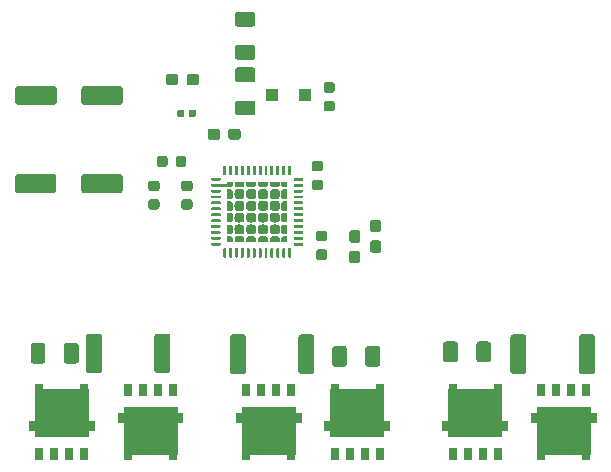
<source format=gbr>
G04 #@! TF.GenerationSoftware,KiCad,Pcbnew,(5.0.2)-1*
G04 #@! TF.CreationDate,2019-09-03T00:43:36+08:00*
G04 #@! TF.ProjectId,actuator,61637475-6174-46f7-922e-6b696361645f,rev?*
G04 #@! TF.SameCoordinates,Original*
G04 #@! TF.FileFunction,Paste,Top*
G04 #@! TF.FilePolarity,Positive*
%FSLAX46Y46*%
G04 Gerber Fmt 4.6, Leading zero omitted, Abs format (unit mm)*
G04 Created by KiCad (PCBNEW (5.0.2)-1) date 9/3/2019 12:43:36 AM*
%MOMM*%
%LPD*%
G01*
G04 APERTURE LIST*
%ADD10C,0.100000*%
%ADD11C,0.250000*%
%ADD12C,0.342366*%
%ADD13C,0.371482*%
%ADD14C,0.806226*%
%ADD15C,0.875000*%
%ADD16R,1.100000X1.100000*%
%ADD17C,0.950000*%
%ADD18R,0.750000X0.950000*%
%ADD19R,4.560000X4.055000*%
%ADD20R,0.990000X0.905000*%
%ADD21R,0.750000X1.000000*%
%ADD22C,1.600000*%
%ADD23C,1.250000*%
%ADD24C,0.590000*%
%ADD25C,1.350000*%
G04 APERTURE END LIST*
D10*
G04 #@! TO.C,U1*
G36*
X133843950Y-67072836D02*
X133850017Y-67073736D01*
X133855967Y-67075226D01*
X133861742Y-67077293D01*
X133867286Y-67079915D01*
X133872547Y-67083068D01*
X133877474Y-67086722D01*
X133882018Y-67090841D01*
X133886137Y-67095385D01*
X133889791Y-67100312D01*
X133892944Y-67105573D01*
X133895566Y-67111117D01*
X133897633Y-67116892D01*
X133899123Y-67122842D01*
X133900023Y-67128909D01*
X133900324Y-67135035D01*
X133900324Y-67785035D01*
X133900023Y-67791161D01*
X133899123Y-67797228D01*
X133897633Y-67803178D01*
X133895566Y-67808953D01*
X133892944Y-67814497D01*
X133889791Y-67819758D01*
X133886137Y-67824685D01*
X133882018Y-67829229D01*
X133877474Y-67833348D01*
X133872547Y-67837002D01*
X133867286Y-67840155D01*
X133861742Y-67842777D01*
X133855967Y-67844844D01*
X133850017Y-67846334D01*
X133843950Y-67847234D01*
X133837824Y-67847535D01*
X133712824Y-67847535D01*
X133706698Y-67847234D01*
X133700631Y-67846334D01*
X133694681Y-67844844D01*
X133688906Y-67842777D01*
X133683362Y-67840155D01*
X133678101Y-67837002D01*
X133673174Y-67833348D01*
X133668630Y-67829229D01*
X133664511Y-67824685D01*
X133660857Y-67819758D01*
X133657704Y-67814497D01*
X133655082Y-67808953D01*
X133653015Y-67803178D01*
X133651525Y-67797228D01*
X133650625Y-67791161D01*
X133650324Y-67785035D01*
X133650324Y-67135035D01*
X133650625Y-67128909D01*
X133651525Y-67122842D01*
X133653015Y-67116892D01*
X133655082Y-67111117D01*
X133657704Y-67105573D01*
X133660857Y-67100312D01*
X133664511Y-67095385D01*
X133668630Y-67090841D01*
X133673174Y-67086722D01*
X133678101Y-67083068D01*
X133683362Y-67079915D01*
X133688906Y-67077293D01*
X133694681Y-67075226D01*
X133700631Y-67073736D01*
X133706698Y-67072836D01*
X133712824Y-67072535D01*
X133837824Y-67072535D01*
X133843950Y-67072836D01*
X133843950Y-67072836D01*
G37*
D11*
X133775324Y-67460035D03*
D10*
G36*
X134343950Y-67072836D02*
X134350017Y-67073736D01*
X134355967Y-67075226D01*
X134361742Y-67077293D01*
X134367286Y-67079915D01*
X134372547Y-67083068D01*
X134377474Y-67086722D01*
X134382018Y-67090841D01*
X134386137Y-67095385D01*
X134389791Y-67100312D01*
X134392944Y-67105573D01*
X134395566Y-67111117D01*
X134397633Y-67116892D01*
X134399123Y-67122842D01*
X134400023Y-67128909D01*
X134400324Y-67135035D01*
X134400324Y-67785035D01*
X134400023Y-67791161D01*
X134399123Y-67797228D01*
X134397633Y-67803178D01*
X134395566Y-67808953D01*
X134392944Y-67814497D01*
X134389791Y-67819758D01*
X134386137Y-67824685D01*
X134382018Y-67829229D01*
X134377474Y-67833348D01*
X134372547Y-67837002D01*
X134367286Y-67840155D01*
X134361742Y-67842777D01*
X134355967Y-67844844D01*
X134350017Y-67846334D01*
X134343950Y-67847234D01*
X134337824Y-67847535D01*
X134212824Y-67847535D01*
X134206698Y-67847234D01*
X134200631Y-67846334D01*
X134194681Y-67844844D01*
X134188906Y-67842777D01*
X134183362Y-67840155D01*
X134178101Y-67837002D01*
X134173174Y-67833348D01*
X134168630Y-67829229D01*
X134164511Y-67824685D01*
X134160857Y-67819758D01*
X134157704Y-67814497D01*
X134155082Y-67808953D01*
X134153015Y-67803178D01*
X134151525Y-67797228D01*
X134150625Y-67791161D01*
X134150324Y-67785035D01*
X134150324Y-67135035D01*
X134150625Y-67128909D01*
X134151525Y-67122842D01*
X134153015Y-67116892D01*
X134155082Y-67111117D01*
X134157704Y-67105573D01*
X134160857Y-67100312D01*
X134164511Y-67095385D01*
X134168630Y-67090841D01*
X134173174Y-67086722D01*
X134178101Y-67083068D01*
X134183362Y-67079915D01*
X134188906Y-67077293D01*
X134194681Y-67075226D01*
X134200631Y-67073736D01*
X134206698Y-67072836D01*
X134212824Y-67072535D01*
X134337824Y-67072535D01*
X134343950Y-67072836D01*
X134343950Y-67072836D01*
G37*
D11*
X134275324Y-67460035D03*
D10*
G36*
X134843950Y-67072836D02*
X134850017Y-67073736D01*
X134855967Y-67075226D01*
X134861742Y-67077293D01*
X134867286Y-67079915D01*
X134872547Y-67083068D01*
X134877474Y-67086722D01*
X134882018Y-67090841D01*
X134886137Y-67095385D01*
X134889791Y-67100312D01*
X134892944Y-67105573D01*
X134895566Y-67111117D01*
X134897633Y-67116892D01*
X134899123Y-67122842D01*
X134900023Y-67128909D01*
X134900324Y-67135035D01*
X134900324Y-67785035D01*
X134900023Y-67791161D01*
X134899123Y-67797228D01*
X134897633Y-67803178D01*
X134895566Y-67808953D01*
X134892944Y-67814497D01*
X134889791Y-67819758D01*
X134886137Y-67824685D01*
X134882018Y-67829229D01*
X134877474Y-67833348D01*
X134872547Y-67837002D01*
X134867286Y-67840155D01*
X134861742Y-67842777D01*
X134855967Y-67844844D01*
X134850017Y-67846334D01*
X134843950Y-67847234D01*
X134837824Y-67847535D01*
X134712824Y-67847535D01*
X134706698Y-67847234D01*
X134700631Y-67846334D01*
X134694681Y-67844844D01*
X134688906Y-67842777D01*
X134683362Y-67840155D01*
X134678101Y-67837002D01*
X134673174Y-67833348D01*
X134668630Y-67829229D01*
X134664511Y-67824685D01*
X134660857Y-67819758D01*
X134657704Y-67814497D01*
X134655082Y-67808953D01*
X134653015Y-67803178D01*
X134651525Y-67797228D01*
X134650625Y-67791161D01*
X134650324Y-67785035D01*
X134650324Y-67135035D01*
X134650625Y-67128909D01*
X134651525Y-67122842D01*
X134653015Y-67116892D01*
X134655082Y-67111117D01*
X134657704Y-67105573D01*
X134660857Y-67100312D01*
X134664511Y-67095385D01*
X134668630Y-67090841D01*
X134673174Y-67086722D01*
X134678101Y-67083068D01*
X134683362Y-67079915D01*
X134688906Y-67077293D01*
X134694681Y-67075226D01*
X134700631Y-67073736D01*
X134706698Y-67072836D01*
X134712824Y-67072535D01*
X134837824Y-67072535D01*
X134843950Y-67072836D01*
X134843950Y-67072836D01*
G37*
D11*
X134775324Y-67460035D03*
D10*
G36*
X135343950Y-67072837D02*
X135350017Y-67073737D01*
X135355967Y-67075227D01*
X135361742Y-67077294D01*
X135367286Y-67079916D01*
X135372547Y-67083069D01*
X135377474Y-67086723D01*
X135382018Y-67090842D01*
X135386137Y-67095386D01*
X135389791Y-67100313D01*
X135392944Y-67105574D01*
X135395566Y-67111118D01*
X135397633Y-67116893D01*
X135399123Y-67122843D01*
X135400023Y-67128910D01*
X135400324Y-67135036D01*
X135400324Y-67785036D01*
X135400023Y-67791162D01*
X135399123Y-67797229D01*
X135397633Y-67803179D01*
X135395566Y-67808954D01*
X135392944Y-67814498D01*
X135389791Y-67819759D01*
X135386137Y-67824686D01*
X135382018Y-67829230D01*
X135377474Y-67833349D01*
X135372547Y-67837003D01*
X135367286Y-67840156D01*
X135361742Y-67842778D01*
X135355967Y-67844845D01*
X135350017Y-67846335D01*
X135343950Y-67847235D01*
X135337824Y-67847536D01*
X135212824Y-67847536D01*
X135206698Y-67847235D01*
X135200631Y-67846335D01*
X135194681Y-67844845D01*
X135188906Y-67842778D01*
X135183362Y-67840156D01*
X135178101Y-67837003D01*
X135173174Y-67833349D01*
X135168630Y-67829230D01*
X135164511Y-67824686D01*
X135160857Y-67819759D01*
X135157704Y-67814498D01*
X135155082Y-67808954D01*
X135153015Y-67803179D01*
X135151525Y-67797229D01*
X135150625Y-67791162D01*
X135150324Y-67785036D01*
X135150324Y-67135036D01*
X135150625Y-67128910D01*
X135151525Y-67122843D01*
X135153015Y-67116893D01*
X135155082Y-67111118D01*
X135157704Y-67105574D01*
X135160857Y-67100313D01*
X135164511Y-67095386D01*
X135168630Y-67090842D01*
X135173174Y-67086723D01*
X135178101Y-67083069D01*
X135183362Y-67079916D01*
X135188906Y-67077294D01*
X135194681Y-67075227D01*
X135200631Y-67073737D01*
X135206698Y-67072837D01*
X135212824Y-67072536D01*
X135337824Y-67072536D01*
X135343950Y-67072837D01*
X135343950Y-67072837D01*
G37*
D11*
X135275324Y-67460036D03*
D10*
G36*
X135843950Y-67072836D02*
X135850017Y-67073736D01*
X135855967Y-67075226D01*
X135861742Y-67077293D01*
X135867286Y-67079915D01*
X135872547Y-67083068D01*
X135877474Y-67086722D01*
X135882018Y-67090841D01*
X135886137Y-67095385D01*
X135889791Y-67100312D01*
X135892944Y-67105573D01*
X135895566Y-67111117D01*
X135897633Y-67116892D01*
X135899123Y-67122842D01*
X135900023Y-67128909D01*
X135900324Y-67135035D01*
X135900324Y-67785035D01*
X135900023Y-67791161D01*
X135899123Y-67797228D01*
X135897633Y-67803178D01*
X135895566Y-67808953D01*
X135892944Y-67814497D01*
X135889791Y-67819758D01*
X135886137Y-67824685D01*
X135882018Y-67829229D01*
X135877474Y-67833348D01*
X135872547Y-67837002D01*
X135867286Y-67840155D01*
X135861742Y-67842777D01*
X135855967Y-67844844D01*
X135850017Y-67846334D01*
X135843950Y-67847234D01*
X135837824Y-67847535D01*
X135712824Y-67847535D01*
X135706698Y-67847234D01*
X135700631Y-67846334D01*
X135694681Y-67844844D01*
X135688906Y-67842777D01*
X135683362Y-67840155D01*
X135678101Y-67837002D01*
X135673174Y-67833348D01*
X135668630Y-67829229D01*
X135664511Y-67824685D01*
X135660857Y-67819758D01*
X135657704Y-67814497D01*
X135655082Y-67808953D01*
X135653015Y-67803178D01*
X135651525Y-67797228D01*
X135650625Y-67791161D01*
X135650324Y-67785035D01*
X135650324Y-67135035D01*
X135650625Y-67128909D01*
X135651525Y-67122842D01*
X135653015Y-67116892D01*
X135655082Y-67111117D01*
X135657704Y-67105573D01*
X135660857Y-67100312D01*
X135664511Y-67095385D01*
X135668630Y-67090841D01*
X135673174Y-67086722D01*
X135678101Y-67083068D01*
X135683362Y-67079915D01*
X135688906Y-67077293D01*
X135694681Y-67075226D01*
X135700631Y-67073736D01*
X135706698Y-67072836D01*
X135712824Y-67072535D01*
X135837824Y-67072535D01*
X135843950Y-67072836D01*
X135843950Y-67072836D01*
G37*
D11*
X135775324Y-67460035D03*
D10*
G36*
X136343950Y-67072836D02*
X136350017Y-67073736D01*
X136355967Y-67075226D01*
X136361742Y-67077293D01*
X136367286Y-67079915D01*
X136372547Y-67083068D01*
X136377474Y-67086722D01*
X136382018Y-67090841D01*
X136386137Y-67095385D01*
X136389791Y-67100312D01*
X136392944Y-67105573D01*
X136395566Y-67111117D01*
X136397633Y-67116892D01*
X136399123Y-67122842D01*
X136400023Y-67128909D01*
X136400324Y-67135035D01*
X136400324Y-67785035D01*
X136400023Y-67791161D01*
X136399123Y-67797228D01*
X136397633Y-67803178D01*
X136395566Y-67808953D01*
X136392944Y-67814497D01*
X136389791Y-67819758D01*
X136386137Y-67824685D01*
X136382018Y-67829229D01*
X136377474Y-67833348D01*
X136372547Y-67837002D01*
X136367286Y-67840155D01*
X136361742Y-67842777D01*
X136355967Y-67844844D01*
X136350017Y-67846334D01*
X136343950Y-67847234D01*
X136337824Y-67847535D01*
X136212824Y-67847535D01*
X136206698Y-67847234D01*
X136200631Y-67846334D01*
X136194681Y-67844844D01*
X136188906Y-67842777D01*
X136183362Y-67840155D01*
X136178101Y-67837002D01*
X136173174Y-67833348D01*
X136168630Y-67829229D01*
X136164511Y-67824685D01*
X136160857Y-67819758D01*
X136157704Y-67814497D01*
X136155082Y-67808953D01*
X136153015Y-67803178D01*
X136151525Y-67797228D01*
X136150625Y-67791161D01*
X136150324Y-67785035D01*
X136150324Y-67135035D01*
X136150625Y-67128909D01*
X136151525Y-67122842D01*
X136153015Y-67116892D01*
X136155082Y-67111117D01*
X136157704Y-67105573D01*
X136160857Y-67100312D01*
X136164511Y-67095385D01*
X136168630Y-67090841D01*
X136173174Y-67086722D01*
X136178101Y-67083068D01*
X136183362Y-67079915D01*
X136188906Y-67077293D01*
X136194681Y-67075226D01*
X136200631Y-67073736D01*
X136206698Y-67072836D01*
X136212824Y-67072535D01*
X136337824Y-67072535D01*
X136343950Y-67072836D01*
X136343950Y-67072836D01*
G37*
D11*
X136275324Y-67460035D03*
D10*
G36*
X136843950Y-67072836D02*
X136850017Y-67073736D01*
X136855967Y-67075226D01*
X136861742Y-67077293D01*
X136867286Y-67079915D01*
X136872547Y-67083068D01*
X136877474Y-67086722D01*
X136882018Y-67090841D01*
X136886137Y-67095385D01*
X136889791Y-67100312D01*
X136892944Y-67105573D01*
X136895566Y-67111117D01*
X136897633Y-67116892D01*
X136899123Y-67122842D01*
X136900023Y-67128909D01*
X136900324Y-67135035D01*
X136900324Y-67785035D01*
X136900023Y-67791161D01*
X136899123Y-67797228D01*
X136897633Y-67803178D01*
X136895566Y-67808953D01*
X136892944Y-67814497D01*
X136889791Y-67819758D01*
X136886137Y-67824685D01*
X136882018Y-67829229D01*
X136877474Y-67833348D01*
X136872547Y-67837002D01*
X136867286Y-67840155D01*
X136861742Y-67842777D01*
X136855967Y-67844844D01*
X136850017Y-67846334D01*
X136843950Y-67847234D01*
X136837824Y-67847535D01*
X136712824Y-67847535D01*
X136706698Y-67847234D01*
X136700631Y-67846334D01*
X136694681Y-67844844D01*
X136688906Y-67842777D01*
X136683362Y-67840155D01*
X136678101Y-67837002D01*
X136673174Y-67833348D01*
X136668630Y-67829229D01*
X136664511Y-67824685D01*
X136660857Y-67819758D01*
X136657704Y-67814497D01*
X136655082Y-67808953D01*
X136653015Y-67803178D01*
X136651525Y-67797228D01*
X136650625Y-67791161D01*
X136650324Y-67785035D01*
X136650324Y-67135035D01*
X136650625Y-67128909D01*
X136651525Y-67122842D01*
X136653015Y-67116892D01*
X136655082Y-67111117D01*
X136657704Y-67105573D01*
X136660857Y-67100312D01*
X136664511Y-67095385D01*
X136668630Y-67090841D01*
X136673174Y-67086722D01*
X136678101Y-67083068D01*
X136683362Y-67079915D01*
X136688906Y-67077293D01*
X136694681Y-67075226D01*
X136700631Y-67073736D01*
X136706698Y-67072836D01*
X136712824Y-67072535D01*
X136837824Y-67072535D01*
X136843950Y-67072836D01*
X136843950Y-67072836D01*
G37*
D11*
X136775324Y-67460035D03*
D10*
G36*
X137343950Y-67072836D02*
X137350017Y-67073736D01*
X137355967Y-67075226D01*
X137361742Y-67077293D01*
X137367286Y-67079915D01*
X137372547Y-67083068D01*
X137377474Y-67086722D01*
X137382018Y-67090841D01*
X137386137Y-67095385D01*
X137389791Y-67100312D01*
X137392944Y-67105573D01*
X137395566Y-67111117D01*
X137397633Y-67116892D01*
X137399123Y-67122842D01*
X137400023Y-67128909D01*
X137400324Y-67135035D01*
X137400324Y-67785035D01*
X137400023Y-67791161D01*
X137399123Y-67797228D01*
X137397633Y-67803178D01*
X137395566Y-67808953D01*
X137392944Y-67814497D01*
X137389791Y-67819758D01*
X137386137Y-67824685D01*
X137382018Y-67829229D01*
X137377474Y-67833348D01*
X137372547Y-67837002D01*
X137367286Y-67840155D01*
X137361742Y-67842777D01*
X137355967Y-67844844D01*
X137350017Y-67846334D01*
X137343950Y-67847234D01*
X137337824Y-67847535D01*
X137212824Y-67847535D01*
X137206698Y-67847234D01*
X137200631Y-67846334D01*
X137194681Y-67844844D01*
X137188906Y-67842777D01*
X137183362Y-67840155D01*
X137178101Y-67837002D01*
X137173174Y-67833348D01*
X137168630Y-67829229D01*
X137164511Y-67824685D01*
X137160857Y-67819758D01*
X137157704Y-67814497D01*
X137155082Y-67808953D01*
X137153015Y-67803178D01*
X137151525Y-67797228D01*
X137150625Y-67791161D01*
X137150324Y-67785035D01*
X137150324Y-67135035D01*
X137150625Y-67128909D01*
X137151525Y-67122842D01*
X137153015Y-67116892D01*
X137155082Y-67111117D01*
X137157704Y-67105573D01*
X137160857Y-67100312D01*
X137164511Y-67095385D01*
X137168630Y-67090841D01*
X137173174Y-67086722D01*
X137178101Y-67083068D01*
X137183362Y-67079915D01*
X137188906Y-67077293D01*
X137194681Y-67075226D01*
X137200631Y-67073736D01*
X137206698Y-67072836D01*
X137212824Y-67072535D01*
X137337824Y-67072535D01*
X137343950Y-67072836D01*
X137343950Y-67072836D01*
G37*
D11*
X137275324Y-67460035D03*
D10*
G36*
X137843950Y-67072837D02*
X137850017Y-67073737D01*
X137855967Y-67075227D01*
X137861742Y-67077294D01*
X137867286Y-67079916D01*
X137872547Y-67083069D01*
X137877474Y-67086723D01*
X137882018Y-67090842D01*
X137886137Y-67095386D01*
X137889791Y-67100313D01*
X137892944Y-67105574D01*
X137895566Y-67111118D01*
X137897633Y-67116893D01*
X137899123Y-67122843D01*
X137900023Y-67128910D01*
X137900324Y-67135036D01*
X137900324Y-67785036D01*
X137900023Y-67791162D01*
X137899123Y-67797229D01*
X137897633Y-67803179D01*
X137895566Y-67808954D01*
X137892944Y-67814498D01*
X137889791Y-67819759D01*
X137886137Y-67824686D01*
X137882018Y-67829230D01*
X137877474Y-67833349D01*
X137872547Y-67837003D01*
X137867286Y-67840156D01*
X137861742Y-67842778D01*
X137855967Y-67844845D01*
X137850017Y-67846335D01*
X137843950Y-67847235D01*
X137837824Y-67847536D01*
X137712824Y-67847536D01*
X137706698Y-67847235D01*
X137700631Y-67846335D01*
X137694681Y-67844845D01*
X137688906Y-67842778D01*
X137683362Y-67840156D01*
X137678101Y-67837003D01*
X137673174Y-67833349D01*
X137668630Y-67829230D01*
X137664511Y-67824686D01*
X137660857Y-67819759D01*
X137657704Y-67814498D01*
X137655082Y-67808954D01*
X137653015Y-67803179D01*
X137651525Y-67797229D01*
X137650625Y-67791162D01*
X137650324Y-67785036D01*
X137650324Y-67135036D01*
X137650625Y-67128910D01*
X137651525Y-67122843D01*
X137653015Y-67116893D01*
X137655082Y-67111118D01*
X137657704Y-67105574D01*
X137660857Y-67100313D01*
X137664511Y-67095386D01*
X137668630Y-67090842D01*
X137673174Y-67086723D01*
X137678101Y-67083069D01*
X137683362Y-67079916D01*
X137688906Y-67077294D01*
X137694681Y-67075227D01*
X137700631Y-67073737D01*
X137706698Y-67072837D01*
X137712824Y-67072536D01*
X137837824Y-67072536D01*
X137843950Y-67072837D01*
X137843950Y-67072837D01*
G37*
D11*
X137775324Y-67460036D03*
D10*
G36*
X138343950Y-67072836D02*
X138350017Y-67073736D01*
X138355967Y-67075226D01*
X138361742Y-67077293D01*
X138367286Y-67079915D01*
X138372547Y-67083068D01*
X138377474Y-67086722D01*
X138382018Y-67090841D01*
X138386137Y-67095385D01*
X138389791Y-67100312D01*
X138392944Y-67105573D01*
X138395566Y-67111117D01*
X138397633Y-67116892D01*
X138399123Y-67122842D01*
X138400023Y-67128909D01*
X138400324Y-67135035D01*
X138400324Y-67785035D01*
X138400023Y-67791161D01*
X138399123Y-67797228D01*
X138397633Y-67803178D01*
X138395566Y-67808953D01*
X138392944Y-67814497D01*
X138389791Y-67819758D01*
X138386137Y-67824685D01*
X138382018Y-67829229D01*
X138377474Y-67833348D01*
X138372547Y-67837002D01*
X138367286Y-67840155D01*
X138361742Y-67842777D01*
X138355967Y-67844844D01*
X138350017Y-67846334D01*
X138343950Y-67847234D01*
X138337824Y-67847535D01*
X138212824Y-67847535D01*
X138206698Y-67847234D01*
X138200631Y-67846334D01*
X138194681Y-67844844D01*
X138188906Y-67842777D01*
X138183362Y-67840155D01*
X138178101Y-67837002D01*
X138173174Y-67833348D01*
X138168630Y-67829229D01*
X138164511Y-67824685D01*
X138160857Y-67819758D01*
X138157704Y-67814497D01*
X138155082Y-67808953D01*
X138153015Y-67803178D01*
X138151525Y-67797228D01*
X138150625Y-67791161D01*
X138150324Y-67785035D01*
X138150324Y-67135035D01*
X138150625Y-67128909D01*
X138151525Y-67122842D01*
X138153015Y-67116892D01*
X138155082Y-67111117D01*
X138157704Y-67105573D01*
X138160857Y-67100312D01*
X138164511Y-67095385D01*
X138168630Y-67090841D01*
X138173174Y-67086722D01*
X138178101Y-67083068D01*
X138183362Y-67079915D01*
X138188906Y-67077293D01*
X138194681Y-67075226D01*
X138200631Y-67073736D01*
X138206698Y-67072836D01*
X138212824Y-67072535D01*
X138337824Y-67072535D01*
X138343950Y-67072836D01*
X138343950Y-67072836D01*
G37*
D11*
X138275324Y-67460035D03*
D10*
G36*
X138843950Y-67072836D02*
X138850017Y-67073736D01*
X138855967Y-67075226D01*
X138861742Y-67077293D01*
X138867286Y-67079915D01*
X138872547Y-67083068D01*
X138877474Y-67086722D01*
X138882018Y-67090841D01*
X138886137Y-67095385D01*
X138889791Y-67100312D01*
X138892944Y-67105573D01*
X138895566Y-67111117D01*
X138897633Y-67116892D01*
X138899123Y-67122842D01*
X138900023Y-67128909D01*
X138900324Y-67135035D01*
X138900324Y-67785035D01*
X138900023Y-67791161D01*
X138899123Y-67797228D01*
X138897633Y-67803178D01*
X138895566Y-67808953D01*
X138892944Y-67814497D01*
X138889791Y-67819758D01*
X138886137Y-67824685D01*
X138882018Y-67829229D01*
X138877474Y-67833348D01*
X138872547Y-67837002D01*
X138867286Y-67840155D01*
X138861742Y-67842777D01*
X138855967Y-67844844D01*
X138850017Y-67846334D01*
X138843950Y-67847234D01*
X138837824Y-67847535D01*
X138712824Y-67847535D01*
X138706698Y-67847234D01*
X138700631Y-67846334D01*
X138694681Y-67844844D01*
X138688906Y-67842777D01*
X138683362Y-67840155D01*
X138678101Y-67837002D01*
X138673174Y-67833348D01*
X138668630Y-67829229D01*
X138664511Y-67824685D01*
X138660857Y-67819758D01*
X138657704Y-67814497D01*
X138655082Y-67808953D01*
X138653015Y-67803178D01*
X138651525Y-67797228D01*
X138650625Y-67791161D01*
X138650324Y-67785035D01*
X138650324Y-67135035D01*
X138650625Y-67128909D01*
X138651525Y-67122842D01*
X138653015Y-67116892D01*
X138655082Y-67111117D01*
X138657704Y-67105573D01*
X138660857Y-67100312D01*
X138664511Y-67095385D01*
X138668630Y-67090841D01*
X138673174Y-67086722D01*
X138678101Y-67083068D01*
X138683362Y-67079915D01*
X138688906Y-67077293D01*
X138694681Y-67075226D01*
X138700631Y-67073736D01*
X138706698Y-67072836D01*
X138712824Y-67072535D01*
X138837824Y-67072535D01*
X138843950Y-67072836D01*
X138843950Y-67072836D01*
G37*
D11*
X138775324Y-67460035D03*
D10*
G36*
X139343950Y-67072836D02*
X139350017Y-67073736D01*
X139355967Y-67075226D01*
X139361742Y-67077293D01*
X139367286Y-67079915D01*
X139372547Y-67083068D01*
X139377474Y-67086722D01*
X139382018Y-67090841D01*
X139386137Y-67095385D01*
X139389791Y-67100312D01*
X139392944Y-67105573D01*
X139395566Y-67111117D01*
X139397633Y-67116892D01*
X139399123Y-67122842D01*
X139400023Y-67128909D01*
X139400324Y-67135035D01*
X139400324Y-67785035D01*
X139400023Y-67791161D01*
X139399123Y-67797228D01*
X139397633Y-67803178D01*
X139395566Y-67808953D01*
X139392944Y-67814497D01*
X139389791Y-67819758D01*
X139386137Y-67824685D01*
X139382018Y-67829229D01*
X139377474Y-67833348D01*
X139372547Y-67837002D01*
X139367286Y-67840155D01*
X139361742Y-67842777D01*
X139355967Y-67844844D01*
X139350017Y-67846334D01*
X139343950Y-67847234D01*
X139337824Y-67847535D01*
X139212824Y-67847535D01*
X139206698Y-67847234D01*
X139200631Y-67846334D01*
X139194681Y-67844844D01*
X139188906Y-67842777D01*
X139183362Y-67840155D01*
X139178101Y-67837002D01*
X139173174Y-67833348D01*
X139168630Y-67829229D01*
X139164511Y-67824685D01*
X139160857Y-67819758D01*
X139157704Y-67814497D01*
X139155082Y-67808953D01*
X139153015Y-67803178D01*
X139151525Y-67797228D01*
X139150625Y-67791161D01*
X139150324Y-67785035D01*
X139150324Y-67135035D01*
X139150625Y-67128909D01*
X139151525Y-67122842D01*
X139153015Y-67116892D01*
X139155082Y-67111117D01*
X139157704Y-67105573D01*
X139160857Y-67100312D01*
X139164511Y-67095385D01*
X139168630Y-67090841D01*
X139173174Y-67086722D01*
X139178101Y-67083068D01*
X139183362Y-67079915D01*
X139188906Y-67077293D01*
X139194681Y-67075226D01*
X139200631Y-67073736D01*
X139206698Y-67072836D01*
X139212824Y-67072535D01*
X139337824Y-67072535D01*
X139343950Y-67072836D01*
X139343950Y-67072836D01*
G37*
D11*
X139275324Y-67460035D03*
D10*
G36*
X140343950Y-68072836D02*
X140350017Y-68073736D01*
X140355967Y-68075226D01*
X140361742Y-68077293D01*
X140367286Y-68079915D01*
X140372547Y-68083068D01*
X140377474Y-68086722D01*
X140382018Y-68090841D01*
X140386137Y-68095385D01*
X140389791Y-68100312D01*
X140392944Y-68105573D01*
X140395566Y-68111117D01*
X140397633Y-68116892D01*
X140399123Y-68122842D01*
X140400023Y-68128909D01*
X140400324Y-68135035D01*
X140400324Y-68260035D01*
X140400023Y-68266161D01*
X140399123Y-68272228D01*
X140397633Y-68278178D01*
X140395566Y-68283953D01*
X140392944Y-68289497D01*
X140389791Y-68294758D01*
X140386137Y-68299685D01*
X140382018Y-68304229D01*
X140377474Y-68308348D01*
X140372547Y-68312002D01*
X140367286Y-68315155D01*
X140361742Y-68317777D01*
X140355967Y-68319844D01*
X140350017Y-68321334D01*
X140343950Y-68322234D01*
X140337824Y-68322535D01*
X139687824Y-68322535D01*
X139681698Y-68322234D01*
X139675631Y-68321334D01*
X139669681Y-68319844D01*
X139663906Y-68317777D01*
X139658362Y-68315155D01*
X139653101Y-68312002D01*
X139648174Y-68308348D01*
X139643630Y-68304229D01*
X139639511Y-68299685D01*
X139635857Y-68294758D01*
X139632704Y-68289497D01*
X139630082Y-68283953D01*
X139628015Y-68278178D01*
X139626525Y-68272228D01*
X139625625Y-68266161D01*
X139625324Y-68260035D01*
X139625324Y-68135035D01*
X139625625Y-68128909D01*
X139626525Y-68122842D01*
X139628015Y-68116892D01*
X139630082Y-68111117D01*
X139632704Y-68105573D01*
X139635857Y-68100312D01*
X139639511Y-68095385D01*
X139643630Y-68090841D01*
X139648174Y-68086722D01*
X139653101Y-68083068D01*
X139658362Y-68079915D01*
X139663906Y-68077293D01*
X139669681Y-68075226D01*
X139675631Y-68073736D01*
X139681698Y-68072836D01*
X139687824Y-68072535D01*
X140337824Y-68072535D01*
X140343950Y-68072836D01*
X140343950Y-68072836D01*
G37*
D11*
X140012824Y-68197535D03*
D10*
G36*
X140343950Y-68572836D02*
X140350017Y-68573736D01*
X140355967Y-68575226D01*
X140361742Y-68577293D01*
X140367286Y-68579915D01*
X140372547Y-68583068D01*
X140377474Y-68586722D01*
X140382018Y-68590841D01*
X140386137Y-68595385D01*
X140389791Y-68600312D01*
X140392944Y-68605573D01*
X140395566Y-68611117D01*
X140397633Y-68616892D01*
X140399123Y-68622842D01*
X140400023Y-68628909D01*
X140400324Y-68635035D01*
X140400324Y-68760035D01*
X140400023Y-68766161D01*
X140399123Y-68772228D01*
X140397633Y-68778178D01*
X140395566Y-68783953D01*
X140392944Y-68789497D01*
X140389791Y-68794758D01*
X140386137Y-68799685D01*
X140382018Y-68804229D01*
X140377474Y-68808348D01*
X140372547Y-68812002D01*
X140367286Y-68815155D01*
X140361742Y-68817777D01*
X140355967Y-68819844D01*
X140350017Y-68821334D01*
X140343950Y-68822234D01*
X140337824Y-68822535D01*
X139687824Y-68822535D01*
X139681698Y-68822234D01*
X139675631Y-68821334D01*
X139669681Y-68819844D01*
X139663906Y-68817777D01*
X139658362Y-68815155D01*
X139653101Y-68812002D01*
X139648174Y-68808348D01*
X139643630Y-68804229D01*
X139639511Y-68799685D01*
X139635857Y-68794758D01*
X139632704Y-68789497D01*
X139630082Y-68783953D01*
X139628015Y-68778178D01*
X139626525Y-68772228D01*
X139625625Y-68766161D01*
X139625324Y-68760035D01*
X139625324Y-68635035D01*
X139625625Y-68628909D01*
X139626525Y-68622842D01*
X139628015Y-68616892D01*
X139630082Y-68611117D01*
X139632704Y-68605573D01*
X139635857Y-68600312D01*
X139639511Y-68595385D01*
X139643630Y-68590841D01*
X139648174Y-68586722D01*
X139653101Y-68583068D01*
X139658362Y-68579915D01*
X139663906Y-68577293D01*
X139669681Y-68575226D01*
X139675631Y-68573736D01*
X139681698Y-68572836D01*
X139687824Y-68572535D01*
X140337824Y-68572535D01*
X140343950Y-68572836D01*
X140343950Y-68572836D01*
G37*
D11*
X140012824Y-68697535D03*
D10*
G36*
X140343950Y-69072836D02*
X140350017Y-69073736D01*
X140355967Y-69075226D01*
X140361742Y-69077293D01*
X140367286Y-69079915D01*
X140372547Y-69083068D01*
X140377474Y-69086722D01*
X140382018Y-69090841D01*
X140386137Y-69095385D01*
X140389791Y-69100312D01*
X140392944Y-69105573D01*
X140395566Y-69111117D01*
X140397633Y-69116892D01*
X140399123Y-69122842D01*
X140400023Y-69128909D01*
X140400324Y-69135035D01*
X140400324Y-69260035D01*
X140400023Y-69266161D01*
X140399123Y-69272228D01*
X140397633Y-69278178D01*
X140395566Y-69283953D01*
X140392944Y-69289497D01*
X140389791Y-69294758D01*
X140386137Y-69299685D01*
X140382018Y-69304229D01*
X140377474Y-69308348D01*
X140372547Y-69312002D01*
X140367286Y-69315155D01*
X140361742Y-69317777D01*
X140355967Y-69319844D01*
X140350017Y-69321334D01*
X140343950Y-69322234D01*
X140337824Y-69322535D01*
X139687824Y-69322535D01*
X139681698Y-69322234D01*
X139675631Y-69321334D01*
X139669681Y-69319844D01*
X139663906Y-69317777D01*
X139658362Y-69315155D01*
X139653101Y-69312002D01*
X139648174Y-69308348D01*
X139643630Y-69304229D01*
X139639511Y-69299685D01*
X139635857Y-69294758D01*
X139632704Y-69289497D01*
X139630082Y-69283953D01*
X139628015Y-69278178D01*
X139626525Y-69272228D01*
X139625625Y-69266161D01*
X139625324Y-69260035D01*
X139625324Y-69135035D01*
X139625625Y-69128909D01*
X139626525Y-69122842D01*
X139628015Y-69116892D01*
X139630082Y-69111117D01*
X139632704Y-69105573D01*
X139635857Y-69100312D01*
X139639511Y-69095385D01*
X139643630Y-69090841D01*
X139648174Y-69086722D01*
X139653101Y-69083068D01*
X139658362Y-69079915D01*
X139663906Y-69077293D01*
X139669681Y-69075226D01*
X139675631Y-69073736D01*
X139681698Y-69072836D01*
X139687824Y-69072535D01*
X140337824Y-69072535D01*
X140343950Y-69072836D01*
X140343950Y-69072836D01*
G37*
D11*
X140012824Y-69197535D03*
D10*
G36*
X140343949Y-69572836D02*
X140350016Y-69573736D01*
X140355966Y-69575226D01*
X140361741Y-69577293D01*
X140367285Y-69579915D01*
X140372546Y-69583068D01*
X140377473Y-69586722D01*
X140382017Y-69590841D01*
X140386136Y-69595385D01*
X140389790Y-69600312D01*
X140392943Y-69605573D01*
X140395565Y-69611117D01*
X140397632Y-69616892D01*
X140399122Y-69622842D01*
X140400022Y-69628909D01*
X140400323Y-69635035D01*
X140400323Y-69760035D01*
X140400022Y-69766161D01*
X140399122Y-69772228D01*
X140397632Y-69778178D01*
X140395565Y-69783953D01*
X140392943Y-69789497D01*
X140389790Y-69794758D01*
X140386136Y-69799685D01*
X140382017Y-69804229D01*
X140377473Y-69808348D01*
X140372546Y-69812002D01*
X140367285Y-69815155D01*
X140361741Y-69817777D01*
X140355966Y-69819844D01*
X140350016Y-69821334D01*
X140343949Y-69822234D01*
X140337823Y-69822535D01*
X139687823Y-69822535D01*
X139681697Y-69822234D01*
X139675630Y-69821334D01*
X139669680Y-69819844D01*
X139663905Y-69817777D01*
X139658361Y-69815155D01*
X139653100Y-69812002D01*
X139648173Y-69808348D01*
X139643629Y-69804229D01*
X139639510Y-69799685D01*
X139635856Y-69794758D01*
X139632703Y-69789497D01*
X139630081Y-69783953D01*
X139628014Y-69778178D01*
X139626524Y-69772228D01*
X139625624Y-69766161D01*
X139625323Y-69760035D01*
X139625323Y-69635035D01*
X139625624Y-69628909D01*
X139626524Y-69622842D01*
X139628014Y-69616892D01*
X139630081Y-69611117D01*
X139632703Y-69605573D01*
X139635856Y-69600312D01*
X139639510Y-69595385D01*
X139643629Y-69590841D01*
X139648173Y-69586722D01*
X139653100Y-69583068D01*
X139658361Y-69579915D01*
X139663905Y-69577293D01*
X139669680Y-69575226D01*
X139675630Y-69573736D01*
X139681697Y-69572836D01*
X139687823Y-69572535D01*
X140337823Y-69572535D01*
X140343949Y-69572836D01*
X140343949Y-69572836D01*
G37*
D11*
X140012823Y-69697535D03*
D10*
G36*
X140343950Y-70072836D02*
X140350017Y-70073736D01*
X140355967Y-70075226D01*
X140361742Y-70077293D01*
X140367286Y-70079915D01*
X140372547Y-70083068D01*
X140377474Y-70086722D01*
X140382018Y-70090841D01*
X140386137Y-70095385D01*
X140389791Y-70100312D01*
X140392944Y-70105573D01*
X140395566Y-70111117D01*
X140397633Y-70116892D01*
X140399123Y-70122842D01*
X140400023Y-70128909D01*
X140400324Y-70135035D01*
X140400324Y-70260035D01*
X140400023Y-70266161D01*
X140399123Y-70272228D01*
X140397633Y-70278178D01*
X140395566Y-70283953D01*
X140392944Y-70289497D01*
X140389791Y-70294758D01*
X140386137Y-70299685D01*
X140382018Y-70304229D01*
X140377474Y-70308348D01*
X140372547Y-70312002D01*
X140367286Y-70315155D01*
X140361742Y-70317777D01*
X140355967Y-70319844D01*
X140350017Y-70321334D01*
X140343950Y-70322234D01*
X140337824Y-70322535D01*
X139687824Y-70322535D01*
X139681698Y-70322234D01*
X139675631Y-70321334D01*
X139669681Y-70319844D01*
X139663906Y-70317777D01*
X139658362Y-70315155D01*
X139653101Y-70312002D01*
X139648174Y-70308348D01*
X139643630Y-70304229D01*
X139639511Y-70299685D01*
X139635857Y-70294758D01*
X139632704Y-70289497D01*
X139630082Y-70283953D01*
X139628015Y-70278178D01*
X139626525Y-70272228D01*
X139625625Y-70266161D01*
X139625324Y-70260035D01*
X139625324Y-70135035D01*
X139625625Y-70128909D01*
X139626525Y-70122842D01*
X139628015Y-70116892D01*
X139630082Y-70111117D01*
X139632704Y-70105573D01*
X139635857Y-70100312D01*
X139639511Y-70095385D01*
X139643630Y-70090841D01*
X139648174Y-70086722D01*
X139653101Y-70083068D01*
X139658362Y-70079915D01*
X139663906Y-70077293D01*
X139669681Y-70075226D01*
X139675631Y-70073736D01*
X139681698Y-70072836D01*
X139687824Y-70072535D01*
X140337824Y-70072535D01*
X140343950Y-70072836D01*
X140343950Y-70072836D01*
G37*
D11*
X140012824Y-70197535D03*
D10*
G36*
X140343950Y-70572836D02*
X140350017Y-70573736D01*
X140355967Y-70575226D01*
X140361742Y-70577293D01*
X140367286Y-70579915D01*
X140372547Y-70583068D01*
X140377474Y-70586722D01*
X140382018Y-70590841D01*
X140386137Y-70595385D01*
X140389791Y-70600312D01*
X140392944Y-70605573D01*
X140395566Y-70611117D01*
X140397633Y-70616892D01*
X140399123Y-70622842D01*
X140400023Y-70628909D01*
X140400324Y-70635035D01*
X140400324Y-70760035D01*
X140400023Y-70766161D01*
X140399123Y-70772228D01*
X140397633Y-70778178D01*
X140395566Y-70783953D01*
X140392944Y-70789497D01*
X140389791Y-70794758D01*
X140386137Y-70799685D01*
X140382018Y-70804229D01*
X140377474Y-70808348D01*
X140372547Y-70812002D01*
X140367286Y-70815155D01*
X140361742Y-70817777D01*
X140355967Y-70819844D01*
X140350017Y-70821334D01*
X140343950Y-70822234D01*
X140337824Y-70822535D01*
X139687824Y-70822535D01*
X139681698Y-70822234D01*
X139675631Y-70821334D01*
X139669681Y-70819844D01*
X139663906Y-70817777D01*
X139658362Y-70815155D01*
X139653101Y-70812002D01*
X139648174Y-70808348D01*
X139643630Y-70804229D01*
X139639511Y-70799685D01*
X139635857Y-70794758D01*
X139632704Y-70789497D01*
X139630082Y-70783953D01*
X139628015Y-70778178D01*
X139626525Y-70772228D01*
X139625625Y-70766161D01*
X139625324Y-70760035D01*
X139625324Y-70635035D01*
X139625625Y-70628909D01*
X139626525Y-70622842D01*
X139628015Y-70616892D01*
X139630082Y-70611117D01*
X139632704Y-70605573D01*
X139635857Y-70600312D01*
X139639511Y-70595385D01*
X139643630Y-70590841D01*
X139648174Y-70586722D01*
X139653101Y-70583068D01*
X139658362Y-70579915D01*
X139663906Y-70577293D01*
X139669681Y-70575226D01*
X139675631Y-70573736D01*
X139681698Y-70572836D01*
X139687824Y-70572535D01*
X140337824Y-70572535D01*
X140343950Y-70572836D01*
X140343950Y-70572836D01*
G37*
D11*
X140012824Y-70697535D03*
D10*
G36*
X140343950Y-71072836D02*
X140350017Y-71073736D01*
X140355967Y-71075226D01*
X140361742Y-71077293D01*
X140367286Y-71079915D01*
X140372547Y-71083068D01*
X140377474Y-71086722D01*
X140382018Y-71090841D01*
X140386137Y-71095385D01*
X140389791Y-71100312D01*
X140392944Y-71105573D01*
X140395566Y-71111117D01*
X140397633Y-71116892D01*
X140399123Y-71122842D01*
X140400023Y-71128909D01*
X140400324Y-71135035D01*
X140400324Y-71260035D01*
X140400023Y-71266161D01*
X140399123Y-71272228D01*
X140397633Y-71278178D01*
X140395566Y-71283953D01*
X140392944Y-71289497D01*
X140389791Y-71294758D01*
X140386137Y-71299685D01*
X140382018Y-71304229D01*
X140377474Y-71308348D01*
X140372547Y-71312002D01*
X140367286Y-71315155D01*
X140361742Y-71317777D01*
X140355967Y-71319844D01*
X140350017Y-71321334D01*
X140343950Y-71322234D01*
X140337824Y-71322535D01*
X139687824Y-71322535D01*
X139681698Y-71322234D01*
X139675631Y-71321334D01*
X139669681Y-71319844D01*
X139663906Y-71317777D01*
X139658362Y-71315155D01*
X139653101Y-71312002D01*
X139648174Y-71308348D01*
X139643630Y-71304229D01*
X139639511Y-71299685D01*
X139635857Y-71294758D01*
X139632704Y-71289497D01*
X139630082Y-71283953D01*
X139628015Y-71278178D01*
X139626525Y-71272228D01*
X139625625Y-71266161D01*
X139625324Y-71260035D01*
X139625324Y-71135035D01*
X139625625Y-71128909D01*
X139626525Y-71122842D01*
X139628015Y-71116892D01*
X139630082Y-71111117D01*
X139632704Y-71105573D01*
X139635857Y-71100312D01*
X139639511Y-71095385D01*
X139643630Y-71090841D01*
X139648174Y-71086722D01*
X139653101Y-71083068D01*
X139658362Y-71079915D01*
X139663906Y-71077293D01*
X139669681Y-71075226D01*
X139675631Y-71073736D01*
X139681698Y-71072836D01*
X139687824Y-71072535D01*
X140337824Y-71072535D01*
X140343950Y-71072836D01*
X140343950Y-71072836D01*
G37*
D11*
X140012824Y-71197535D03*
D10*
G36*
X140343950Y-71572836D02*
X140350017Y-71573736D01*
X140355967Y-71575226D01*
X140361742Y-71577293D01*
X140367286Y-71579915D01*
X140372547Y-71583068D01*
X140377474Y-71586722D01*
X140382018Y-71590841D01*
X140386137Y-71595385D01*
X140389791Y-71600312D01*
X140392944Y-71605573D01*
X140395566Y-71611117D01*
X140397633Y-71616892D01*
X140399123Y-71622842D01*
X140400023Y-71628909D01*
X140400324Y-71635035D01*
X140400324Y-71760035D01*
X140400023Y-71766161D01*
X140399123Y-71772228D01*
X140397633Y-71778178D01*
X140395566Y-71783953D01*
X140392944Y-71789497D01*
X140389791Y-71794758D01*
X140386137Y-71799685D01*
X140382018Y-71804229D01*
X140377474Y-71808348D01*
X140372547Y-71812002D01*
X140367286Y-71815155D01*
X140361742Y-71817777D01*
X140355967Y-71819844D01*
X140350017Y-71821334D01*
X140343950Y-71822234D01*
X140337824Y-71822535D01*
X139687824Y-71822535D01*
X139681698Y-71822234D01*
X139675631Y-71821334D01*
X139669681Y-71819844D01*
X139663906Y-71817777D01*
X139658362Y-71815155D01*
X139653101Y-71812002D01*
X139648174Y-71808348D01*
X139643630Y-71804229D01*
X139639511Y-71799685D01*
X139635857Y-71794758D01*
X139632704Y-71789497D01*
X139630082Y-71783953D01*
X139628015Y-71778178D01*
X139626525Y-71772228D01*
X139625625Y-71766161D01*
X139625324Y-71760035D01*
X139625324Y-71635035D01*
X139625625Y-71628909D01*
X139626525Y-71622842D01*
X139628015Y-71616892D01*
X139630082Y-71611117D01*
X139632704Y-71605573D01*
X139635857Y-71600312D01*
X139639511Y-71595385D01*
X139643630Y-71590841D01*
X139648174Y-71586722D01*
X139653101Y-71583068D01*
X139658362Y-71579915D01*
X139663906Y-71577293D01*
X139669681Y-71575226D01*
X139675631Y-71573736D01*
X139681698Y-71572836D01*
X139687824Y-71572535D01*
X140337824Y-71572535D01*
X140343950Y-71572836D01*
X140343950Y-71572836D01*
G37*
D11*
X140012824Y-71697535D03*
D10*
G36*
X140343949Y-72072836D02*
X140350016Y-72073736D01*
X140355966Y-72075226D01*
X140361741Y-72077293D01*
X140367285Y-72079915D01*
X140372546Y-72083068D01*
X140377473Y-72086722D01*
X140382017Y-72090841D01*
X140386136Y-72095385D01*
X140389790Y-72100312D01*
X140392943Y-72105573D01*
X140395565Y-72111117D01*
X140397632Y-72116892D01*
X140399122Y-72122842D01*
X140400022Y-72128909D01*
X140400323Y-72135035D01*
X140400323Y-72260035D01*
X140400022Y-72266161D01*
X140399122Y-72272228D01*
X140397632Y-72278178D01*
X140395565Y-72283953D01*
X140392943Y-72289497D01*
X140389790Y-72294758D01*
X140386136Y-72299685D01*
X140382017Y-72304229D01*
X140377473Y-72308348D01*
X140372546Y-72312002D01*
X140367285Y-72315155D01*
X140361741Y-72317777D01*
X140355966Y-72319844D01*
X140350016Y-72321334D01*
X140343949Y-72322234D01*
X140337823Y-72322535D01*
X139687823Y-72322535D01*
X139681697Y-72322234D01*
X139675630Y-72321334D01*
X139669680Y-72319844D01*
X139663905Y-72317777D01*
X139658361Y-72315155D01*
X139653100Y-72312002D01*
X139648173Y-72308348D01*
X139643629Y-72304229D01*
X139639510Y-72299685D01*
X139635856Y-72294758D01*
X139632703Y-72289497D01*
X139630081Y-72283953D01*
X139628014Y-72278178D01*
X139626524Y-72272228D01*
X139625624Y-72266161D01*
X139625323Y-72260035D01*
X139625323Y-72135035D01*
X139625624Y-72128909D01*
X139626524Y-72122842D01*
X139628014Y-72116892D01*
X139630081Y-72111117D01*
X139632703Y-72105573D01*
X139635856Y-72100312D01*
X139639510Y-72095385D01*
X139643629Y-72090841D01*
X139648173Y-72086722D01*
X139653100Y-72083068D01*
X139658361Y-72079915D01*
X139663905Y-72077293D01*
X139669680Y-72075226D01*
X139675630Y-72073736D01*
X139681697Y-72072836D01*
X139687823Y-72072535D01*
X140337823Y-72072535D01*
X140343949Y-72072836D01*
X140343949Y-72072836D01*
G37*
D11*
X140012823Y-72197535D03*
D10*
G36*
X140343950Y-72572836D02*
X140350017Y-72573736D01*
X140355967Y-72575226D01*
X140361742Y-72577293D01*
X140367286Y-72579915D01*
X140372547Y-72583068D01*
X140377474Y-72586722D01*
X140382018Y-72590841D01*
X140386137Y-72595385D01*
X140389791Y-72600312D01*
X140392944Y-72605573D01*
X140395566Y-72611117D01*
X140397633Y-72616892D01*
X140399123Y-72622842D01*
X140400023Y-72628909D01*
X140400324Y-72635035D01*
X140400324Y-72760035D01*
X140400023Y-72766161D01*
X140399123Y-72772228D01*
X140397633Y-72778178D01*
X140395566Y-72783953D01*
X140392944Y-72789497D01*
X140389791Y-72794758D01*
X140386137Y-72799685D01*
X140382018Y-72804229D01*
X140377474Y-72808348D01*
X140372547Y-72812002D01*
X140367286Y-72815155D01*
X140361742Y-72817777D01*
X140355967Y-72819844D01*
X140350017Y-72821334D01*
X140343950Y-72822234D01*
X140337824Y-72822535D01*
X139687824Y-72822535D01*
X139681698Y-72822234D01*
X139675631Y-72821334D01*
X139669681Y-72819844D01*
X139663906Y-72817777D01*
X139658362Y-72815155D01*
X139653101Y-72812002D01*
X139648174Y-72808348D01*
X139643630Y-72804229D01*
X139639511Y-72799685D01*
X139635857Y-72794758D01*
X139632704Y-72789497D01*
X139630082Y-72783953D01*
X139628015Y-72778178D01*
X139626525Y-72772228D01*
X139625625Y-72766161D01*
X139625324Y-72760035D01*
X139625324Y-72635035D01*
X139625625Y-72628909D01*
X139626525Y-72622842D01*
X139628015Y-72616892D01*
X139630082Y-72611117D01*
X139632704Y-72605573D01*
X139635857Y-72600312D01*
X139639511Y-72595385D01*
X139643630Y-72590841D01*
X139648174Y-72586722D01*
X139653101Y-72583068D01*
X139658362Y-72579915D01*
X139663906Y-72577293D01*
X139669681Y-72575226D01*
X139675631Y-72573736D01*
X139681698Y-72572836D01*
X139687824Y-72572535D01*
X140337824Y-72572535D01*
X140343950Y-72572836D01*
X140343950Y-72572836D01*
G37*
D11*
X140012824Y-72697535D03*
D10*
G36*
X140343950Y-73072836D02*
X140350017Y-73073736D01*
X140355967Y-73075226D01*
X140361742Y-73077293D01*
X140367286Y-73079915D01*
X140372547Y-73083068D01*
X140377474Y-73086722D01*
X140382018Y-73090841D01*
X140386137Y-73095385D01*
X140389791Y-73100312D01*
X140392944Y-73105573D01*
X140395566Y-73111117D01*
X140397633Y-73116892D01*
X140399123Y-73122842D01*
X140400023Y-73128909D01*
X140400324Y-73135035D01*
X140400324Y-73260035D01*
X140400023Y-73266161D01*
X140399123Y-73272228D01*
X140397633Y-73278178D01*
X140395566Y-73283953D01*
X140392944Y-73289497D01*
X140389791Y-73294758D01*
X140386137Y-73299685D01*
X140382018Y-73304229D01*
X140377474Y-73308348D01*
X140372547Y-73312002D01*
X140367286Y-73315155D01*
X140361742Y-73317777D01*
X140355967Y-73319844D01*
X140350017Y-73321334D01*
X140343950Y-73322234D01*
X140337824Y-73322535D01*
X139687824Y-73322535D01*
X139681698Y-73322234D01*
X139675631Y-73321334D01*
X139669681Y-73319844D01*
X139663906Y-73317777D01*
X139658362Y-73315155D01*
X139653101Y-73312002D01*
X139648174Y-73308348D01*
X139643630Y-73304229D01*
X139639511Y-73299685D01*
X139635857Y-73294758D01*
X139632704Y-73289497D01*
X139630082Y-73283953D01*
X139628015Y-73278178D01*
X139626525Y-73272228D01*
X139625625Y-73266161D01*
X139625324Y-73260035D01*
X139625324Y-73135035D01*
X139625625Y-73128909D01*
X139626525Y-73122842D01*
X139628015Y-73116892D01*
X139630082Y-73111117D01*
X139632704Y-73105573D01*
X139635857Y-73100312D01*
X139639511Y-73095385D01*
X139643630Y-73090841D01*
X139648174Y-73086722D01*
X139653101Y-73083068D01*
X139658362Y-73079915D01*
X139663906Y-73077293D01*
X139669681Y-73075226D01*
X139675631Y-73073736D01*
X139681698Y-73072836D01*
X139687824Y-73072535D01*
X140337824Y-73072535D01*
X140343950Y-73072836D01*
X140343950Y-73072836D01*
G37*
D11*
X140012824Y-73197535D03*
D10*
G36*
X140343950Y-73572836D02*
X140350017Y-73573736D01*
X140355967Y-73575226D01*
X140361742Y-73577293D01*
X140367286Y-73579915D01*
X140372547Y-73583068D01*
X140377474Y-73586722D01*
X140382018Y-73590841D01*
X140386137Y-73595385D01*
X140389791Y-73600312D01*
X140392944Y-73605573D01*
X140395566Y-73611117D01*
X140397633Y-73616892D01*
X140399123Y-73622842D01*
X140400023Y-73628909D01*
X140400324Y-73635035D01*
X140400324Y-73760035D01*
X140400023Y-73766161D01*
X140399123Y-73772228D01*
X140397633Y-73778178D01*
X140395566Y-73783953D01*
X140392944Y-73789497D01*
X140389791Y-73794758D01*
X140386137Y-73799685D01*
X140382018Y-73804229D01*
X140377474Y-73808348D01*
X140372547Y-73812002D01*
X140367286Y-73815155D01*
X140361742Y-73817777D01*
X140355967Y-73819844D01*
X140350017Y-73821334D01*
X140343950Y-73822234D01*
X140337824Y-73822535D01*
X139687824Y-73822535D01*
X139681698Y-73822234D01*
X139675631Y-73821334D01*
X139669681Y-73819844D01*
X139663906Y-73817777D01*
X139658362Y-73815155D01*
X139653101Y-73812002D01*
X139648174Y-73808348D01*
X139643630Y-73804229D01*
X139639511Y-73799685D01*
X139635857Y-73794758D01*
X139632704Y-73789497D01*
X139630082Y-73783953D01*
X139628015Y-73778178D01*
X139626525Y-73772228D01*
X139625625Y-73766161D01*
X139625324Y-73760035D01*
X139625324Y-73635035D01*
X139625625Y-73628909D01*
X139626525Y-73622842D01*
X139628015Y-73616892D01*
X139630082Y-73611117D01*
X139632704Y-73605573D01*
X139635857Y-73600312D01*
X139639511Y-73595385D01*
X139643630Y-73590841D01*
X139648174Y-73586722D01*
X139653101Y-73583068D01*
X139658362Y-73579915D01*
X139663906Y-73577293D01*
X139669681Y-73575226D01*
X139675631Y-73573736D01*
X139681698Y-73572836D01*
X139687824Y-73572535D01*
X140337824Y-73572535D01*
X140343950Y-73572836D01*
X140343950Y-73572836D01*
G37*
D11*
X140012824Y-73697535D03*
D10*
G36*
X139343950Y-74047836D02*
X139350017Y-74048736D01*
X139355967Y-74050226D01*
X139361742Y-74052293D01*
X139367286Y-74054915D01*
X139372547Y-74058068D01*
X139377474Y-74061722D01*
X139382018Y-74065841D01*
X139386137Y-74070385D01*
X139389791Y-74075312D01*
X139392944Y-74080573D01*
X139395566Y-74086117D01*
X139397633Y-74091892D01*
X139399123Y-74097842D01*
X139400023Y-74103909D01*
X139400324Y-74110035D01*
X139400324Y-74760035D01*
X139400023Y-74766161D01*
X139399123Y-74772228D01*
X139397633Y-74778178D01*
X139395566Y-74783953D01*
X139392944Y-74789497D01*
X139389791Y-74794758D01*
X139386137Y-74799685D01*
X139382018Y-74804229D01*
X139377474Y-74808348D01*
X139372547Y-74812002D01*
X139367286Y-74815155D01*
X139361742Y-74817777D01*
X139355967Y-74819844D01*
X139350017Y-74821334D01*
X139343950Y-74822234D01*
X139337824Y-74822535D01*
X139212824Y-74822535D01*
X139206698Y-74822234D01*
X139200631Y-74821334D01*
X139194681Y-74819844D01*
X139188906Y-74817777D01*
X139183362Y-74815155D01*
X139178101Y-74812002D01*
X139173174Y-74808348D01*
X139168630Y-74804229D01*
X139164511Y-74799685D01*
X139160857Y-74794758D01*
X139157704Y-74789497D01*
X139155082Y-74783953D01*
X139153015Y-74778178D01*
X139151525Y-74772228D01*
X139150625Y-74766161D01*
X139150324Y-74760035D01*
X139150324Y-74110035D01*
X139150625Y-74103909D01*
X139151525Y-74097842D01*
X139153015Y-74091892D01*
X139155082Y-74086117D01*
X139157704Y-74080573D01*
X139160857Y-74075312D01*
X139164511Y-74070385D01*
X139168630Y-74065841D01*
X139173174Y-74061722D01*
X139178101Y-74058068D01*
X139183362Y-74054915D01*
X139188906Y-74052293D01*
X139194681Y-74050226D01*
X139200631Y-74048736D01*
X139206698Y-74047836D01*
X139212824Y-74047535D01*
X139337824Y-74047535D01*
X139343950Y-74047836D01*
X139343950Y-74047836D01*
G37*
D11*
X139275324Y-74435035D03*
D10*
G36*
X138843950Y-74047836D02*
X138850017Y-74048736D01*
X138855967Y-74050226D01*
X138861742Y-74052293D01*
X138867286Y-74054915D01*
X138872547Y-74058068D01*
X138877474Y-74061722D01*
X138882018Y-74065841D01*
X138886137Y-74070385D01*
X138889791Y-74075312D01*
X138892944Y-74080573D01*
X138895566Y-74086117D01*
X138897633Y-74091892D01*
X138899123Y-74097842D01*
X138900023Y-74103909D01*
X138900324Y-74110035D01*
X138900324Y-74760035D01*
X138900023Y-74766161D01*
X138899123Y-74772228D01*
X138897633Y-74778178D01*
X138895566Y-74783953D01*
X138892944Y-74789497D01*
X138889791Y-74794758D01*
X138886137Y-74799685D01*
X138882018Y-74804229D01*
X138877474Y-74808348D01*
X138872547Y-74812002D01*
X138867286Y-74815155D01*
X138861742Y-74817777D01*
X138855967Y-74819844D01*
X138850017Y-74821334D01*
X138843950Y-74822234D01*
X138837824Y-74822535D01*
X138712824Y-74822535D01*
X138706698Y-74822234D01*
X138700631Y-74821334D01*
X138694681Y-74819844D01*
X138688906Y-74817777D01*
X138683362Y-74815155D01*
X138678101Y-74812002D01*
X138673174Y-74808348D01*
X138668630Y-74804229D01*
X138664511Y-74799685D01*
X138660857Y-74794758D01*
X138657704Y-74789497D01*
X138655082Y-74783953D01*
X138653015Y-74778178D01*
X138651525Y-74772228D01*
X138650625Y-74766161D01*
X138650324Y-74760035D01*
X138650324Y-74110035D01*
X138650625Y-74103909D01*
X138651525Y-74097842D01*
X138653015Y-74091892D01*
X138655082Y-74086117D01*
X138657704Y-74080573D01*
X138660857Y-74075312D01*
X138664511Y-74070385D01*
X138668630Y-74065841D01*
X138673174Y-74061722D01*
X138678101Y-74058068D01*
X138683362Y-74054915D01*
X138688906Y-74052293D01*
X138694681Y-74050226D01*
X138700631Y-74048736D01*
X138706698Y-74047836D01*
X138712824Y-74047535D01*
X138837824Y-74047535D01*
X138843950Y-74047836D01*
X138843950Y-74047836D01*
G37*
D11*
X138775324Y-74435035D03*
D10*
G36*
X138343950Y-74047836D02*
X138350017Y-74048736D01*
X138355967Y-74050226D01*
X138361742Y-74052293D01*
X138367286Y-74054915D01*
X138372547Y-74058068D01*
X138377474Y-74061722D01*
X138382018Y-74065841D01*
X138386137Y-74070385D01*
X138389791Y-74075312D01*
X138392944Y-74080573D01*
X138395566Y-74086117D01*
X138397633Y-74091892D01*
X138399123Y-74097842D01*
X138400023Y-74103909D01*
X138400324Y-74110035D01*
X138400324Y-74760035D01*
X138400023Y-74766161D01*
X138399123Y-74772228D01*
X138397633Y-74778178D01*
X138395566Y-74783953D01*
X138392944Y-74789497D01*
X138389791Y-74794758D01*
X138386137Y-74799685D01*
X138382018Y-74804229D01*
X138377474Y-74808348D01*
X138372547Y-74812002D01*
X138367286Y-74815155D01*
X138361742Y-74817777D01*
X138355967Y-74819844D01*
X138350017Y-74821334D01*
X138343950Y-74822234D01*
X138337824Y-74822535D01*
X138212824Y-74822535D01*
X138206698Y-74822234D01*
X138200631Y-74821334D01*
X138194681Y-74819844D01*
X138188906Y-74817777D01*
X138183362Y-74815155D01*
X138178101Y-74812002D01*
X138173174Y-74808348D01*
X138168630Y-74804229D01*
X138164511Y-74799685D01*
X138160857Y-74794758D01*
X138157704Y-74789497D01*
X138155082Y-74783953D01*
X138153015Y-74778178D01*
X138151525Y-74772228D01*
X138150625Y-74766161D01*
X138150324Y-74760035D01*
X138150324Y-74110035D01*
X138150625Y-74103909D01*
X138151525Y-74097842D01*
X138153015Y-74091892D01*
X138155082Y-74086117D01*
X138157704Y-74080573D01*
X138160857Y-74075312D01*
X138164511Y-74070385D01*
X138168630Y-74065841D01*
X138173174Y-74061722D01*
X138178101Y-74058068D01*
X138183362Y-74054915D01*
X138188906Y-74052293D01*
X138194681Y-74050226D01*
X138200631Y-74048736D01*
X138206698Y-74047836D01*
X138212824Y-74047535D01*
X138337824Y-74047535D01*
X138343950Y-74047836D01*
X138343950Y-74047836D01*
G37*
D11*
X138275324Y-74435035D03*
D10*
G36*
X137843950Y-74047835D02*
X137850017Y-74048735D01*
X137855967Y-74050225D01*
X137861742Y-74052292D01*
X137867286Y-74054914D01*
X137872547Y-74058067D01*
X137877474Y-74061721D01*
X137882018Y-74065840D01*
X137886137Y-74070384D01*
X137889791Y-74075311D01*
X137892944Y-74080572D01*
X137895566Y-74086116D01*
X137897633Y-74091891D01*
X137899123Y-74097841D01*
X137900023Y-74103908D01*
X137900324Y-74110034D01*
X137900324Y-74760034D01*
X137900023Y-74766160D01*
X137899123Y-74772227D01*
X137897633Y-74778177D01*
X137895566Y-74783952D01*
X137892944Y-74789496D01*
X137889791Y-74794757D01*
X137886137Y-74799684D01*
X137882018Y-74804228D01*
X137877474Y-74808347D01*
X137872547Y-74812001D01*
X137867286Y-74815154D01*
X137861742Y-74817776D01*
X137855967Y-74819843D01*
X137850017Y-74821333D01*
X137843950Y-74822233D01*
X137837824Y-74822534D01*
X137712824Y-74822534D01*
X137706698Y-74822233D01*
X137700631Y-74821333D01*
X137694681Y-74819843D01*
X137688906Y-74817776D01*
X137683362Y-74815154D01*
X137678101Y-74812001D01*
X137673174Y-74808347D01*
X137668630Y-74804228D01*
X137664511Y-74799684D01*
X137660857Y-74794757D01*
X137657704Y-74789496D01*
X137655082Y-74783952D01*
X137653015Y-74778177D01*
X137651525Y-74772227D01*
X137650625Y-74766160D01*
X137650324Y-74760034D01*
X137650324Y-74110034D01*
X137650625Y-74103908D01*
X137651525Y-74097841D01*
X137653015Y-74091891D01*
X137655082Y-74086116D01*
X137657704Y-74080572D01*
X137660857Y-74075311D01*
X137664511Y-74070384D01*
X137668630Y-74065840D01*
X137673174Y-74061721D01*
X137678101Y-74058067D01*
X137683362Y-74054914D01*
X137688906Y-74052292D01*
X137694681Y-74050225D01*
X137700631Y-74048735D01*
X137706698Y-74047835D01*
X137712824Y-74047534D01*
X137837824Y-74047534D01*
X137843950Y-74047835D01*
X137843950Y-74047835D01*
G37*
D11*
X137775324Y-74435034D03*
D10*
G36*
X137343950Y-74047836D02*
X137350017Y-74048736D01*
X137355967Y-74050226D01*
X137361742Y-74052293D01*
X137367286Y-74054915D01*
X137372547Y-74058068D01*
X137377474Y-74061722D01*
X137382018Y-74065841D01*
X137386137Y-74070385D01*
X137389791Y-74075312D01*
X137392944Y-74080573D01*
X137395566Y-74086117D01*
X137397633Y-74091892D01*
X137399123Y-74097842D01*
X137400023Y-74103909D01*
X137400324Y-74110035D01*
X137400324Y-74760035D01*
X137400023Y-74766161D01*
X137399123Y-74772228D01*
X137397633Y-74778178D01*
X137395566Y-74783953D01*
X137392944Y-74789497D01*
X137389791Y-74794758D01*
X137386137Y-74799685D01*
X137382018Y-74804229D01*
X137377474Y-74808348D01*
X137372547Y-74812002D01*
X137367286Y-74815155D01*
X137361742Y-74817777D01*
X137355967Y-74819844D01*
X137350017Y-74821334D01*
X137343950Y-74822234D01*
X137337824Y-74822535D01*
X137212824Y-74822535D01*
X137206698Y-74822234D01*
X137200631Y-74821334D01*
X137194681Y-74819844D01*
X137188906Y-74817777D01*
X137183362Y-74815155D01*
X137178101Y-74812002D01*
X137173174Y-74808348D01*
X137168630Y-74804229D01*
X137164511Y-74799685D01*
X137160857Y-74794758D01*
X137157704Y-74789497D01*
X137155082Y-74783953D01*
X137153015Y-74778178D01*
X137151525Y-74772228D01*
X137150625Y-74766161D01*
X137150324Y-74760035D01*
X137150324Y-74110035D01*
X137150625Y-74103909D01*
X137151525Y-74097842D01*
X137153015Y-74091892D01*
X137155082Y-74086117D01*
X137157704Y-74080573D01*
X137160857Y-74075312D01*
X137164511Y-74070385D01*
X137168630Y-74065841D01*
X137173174Y-74061722D01*
X137178101Y-74058068D01*
X137183362Y-74054915D01*
X137188906Y-74052293D01*
X137194681Y-74050226D01*
X137200631Y-74048736D01*
X137206698Y-74047836D01*
X137212824Y-74047535D01*
X137337824Y-74047535D01*
X137343950Y-74047836D01*
X137343950Y-74047836D01*
G37*
D11*
X137275324Y-74435035D03*
D10*
G36*
X136843950Y-74047836D02*
X136850017Y-74048736D01*
X136855967Y-74050226D01*
X136861742Y-74052293D01*
X136867286Y-74054915D01*
X136872547Y-74058068D01*
X136877474Y-74061722D01*
X136882018Y-74065841D01*
X136886137Y-74070385D01*
X136889791Y-74075312D01*
X136892944Y-74080573D01*
X136895566Y-74086117D01*
X136897633Y-74091892D01*
X136899123Y-74097842D01*
X136900023Y-74103909D01*
X136900324Y-74110035D01*
X136900324Y-74760035D01*
X136900023Y-74766161D01*
X136899123Y-74772228D01*
X136897633Y-74778178D01*
X136895566Y-74783953D01*
X136892944Y-74789497D01*
X136889791Y-74794758D01*
X136886137Y-74799685D01*
X136882018Y-74804229D01*
X136877474Y-74808348D01*
X136872547Y-74812002D01*
X136867286Y-74815155D01*
X136861742Y-74817777D01*
X136855967Y-74819844D01*
X136850017Y-74821334D01*
X136843950Y-74822234D01*
X136837824Y-74822535D01*
X136712824Y-74822535D01*
X136706698Y-74822234D01*
X136700631Y-74821334D01*
X136694681Y-74819844D01*
X136688906Y-74817777D01*
X136683362Y-74815155D01*
X136678101Y-74812002D01*
X136673174Y-74808348D01*
X136668630Y-74804229D01*
X136664511Y-74799685D01*
X136660857Y-74794758D01*
X136657704Y-74789497D01*
X136655082Y-74783953D01*
X136653015Y-74778178D01*
X136651525Y-74772228D01*
X136650625Y-74766161D01*
X136650324Y-74760035D01*
X136650324Y-74110035D01*
X136650625Y-74103909D01*
X136651525Y-74097842D01*
X136653015Y-74091892D01*
X136655082Y-74086117D01*
X136657704Y-74080573D01*
X136660857Y-74075312D01*
X136664511Y-74070385D01*
X136668630Y-74065841D01*
X136673174Y-74061722D01*
X136678101Y-74058068D01*
X136683362Y-74054915D01*
X136688906Y-74052293D01*
X136694681Y-74050226D01*
X136700631Y-74048736D01*
X136706698Y-74047836D01*
X136712824Y-74047535D01*
X136837824Y-74047535D01*
X136843950Y-74047836D01*
X136843950Y-74047836D01*
G37*
D11*
X136775324Y-74435035D03*
D10*
G36*
X136343950Y-74047836D02*
X136350017Y-74048736D01*
X136355967Y-74050226D01*
X136361742Y-74052293D01*
X136367286Y-74054915D01*
X136372547Y-74058068D01*
X136377474Y-74061722D01*
X136382018Y-74065841D01*
X136386137Y-74070385D01*
X136389791Y-74075312D01*
X136392944Y-74080573D01*
X136395566Y-74086117D01*
X136397633Y-74091892D01*
X136399123Y-74097842D01*
X136400023Y-74103909D01*
X136400324Y-74110035D01*
X136400324Y-74760035D01*
X136400023Y-74766161D01*
X136399123Y-74772228D01*
X136397633Y-74778178D01*
X136395566Y-74783953D01*
X136392944Y-74789497D01*
X136389791Y-74794758D01*
X136386137Y-74799685D01*
X136382018Y-74804229D01*
X136377474Y-74808348D01*
X136372547Y-74812002D01*
X136367286Y-74815155D01*
X136361742Y-74817777D01*
X136355967Y-74819844D01*
X136350017Y-74821334D01*
X136343950Y-74822234D01*
X136337824Y-74822535D01*
X136212824Y-74822535D01*
X136206698Y-74822234D01*
X136200631Y-74821334D01*
X136194681Y-74819844D01*
X136188906Y-74817777D01*
X136183362Y-74815155D01*
X136178101Y-74812002D01*
X136173174Y-74808348D01*
X136168630Y-74804229D01*
X136164511Y-74799685D01*
X136160857Y-74794758D01*
X136157704Y-74789497D01*
X136155082Y-74783953D01*
X136153015Y-74778178D01*
X136151525Y-74772228D01*
X136150625Y-74766161D01*
X136150324Y-74760035D01*
X136150324Y-74110035D01*
X136150625Y-74103909D01*
X136151525Y-74097842D01*
X136153015Y-74091892D01*
X136155082Y-74086117D01*
X136157704Y-74080573D01*
X136160857Y-74075312D01*
X136164511Y-74070385D01*
X136168630Y-74065841D01*
X136173174Y-74061722D01*
X136178101Y-74058068D01*
X136183362Y-74054915D01*
X136188906Y-74052293D01*
X136194681Y-74050226D01*
X136200631Y-74048736D01*
X136206698Y-74047836D01*
X136212824Y-74047535D01*
X136337824Y-74047535D01*
X136343950Y-74047836D01*
X136343950Y-74047836D01*
G37*
D11*
X136275324Y-74435035D03*
D10*
G36*
X135843950Y-74047836D02*
X135850017Y-74048736D01*
X135855967Y-74050226D01*
X135861742Y-74052293D01*
X135867286Y-74054915D01*
X135872547Y-74058068D01*
X135877474Y-74061722D01*
X135882018Y-74065841D01*
X135886137Y-74070385D01*
X135889791Y-74075312D01*
X135892944Y-74080573D01*
X135895566Y-74086117D01*
X135897633Y-74091892D01*
X135899123Y-74097842D01*
X135900023Y-74103909D01*
X135900324Y-74110035D01*
X135900324Y-74760035D01*
X135900023Y-74766161D01*
X135899123Y-74772228D01*
X135897633Y-74778178D01*
X135895566Y-74783953D01*
X135892944Y-74789497D01*
X135889791Y-74794758D01*
X135886137Y-74799685D01*
X135882018Y-74804229D01*
X135877474Y-74808348D01*
X135872547Y-74812002D01*
X135867286Y-74815155D01*
X135861742Y-74817777D01*
X135855967Y-74819844D01*
X135850017Y-74821334D01*
X135843950Y-74822234D01*
X135837824Y-74822535D01*
X135712824Y-74822535D01*
X135706698Y-74822234D01*
X135700631Y-74821334D01*
X135694681Y-74819844D01*
X135688906Y-74817777D01*
X135683362Y-74815155D01*
X135678101Y-74812002D01*
X135673174Y-74808348D01*
X135668630Y-74804229D01*
X135664511Y-74799685D01*
X135660857Y-74794758D01*
X135657704Y-74789497D01*
X135655082Y-74783953D01*
X135653015Y-74778178D01*
X135651525Y-74772228D01*
X135650625Y-74766161D01*
X135650324Y-74760035D01*
X135650324Y-74110035D01*
X135650625Y-74103909D01*
X135651525Y-74097842D01*
X135653015Y-74091892D01*
X135655082Y-74086117D01*
X135657704Y-74080573D01*
X135660857Y-74075312D01*
X135664511Y-74070385D01*
X135668630Y-74065841D01*
X135673174Y-74061722D01*
X135678101Y-74058068D01*
X135683362Y-74054915D01*
X135688906Y-74052293D01*
X135694681Y-74050226D01*
X135700631Y-74048736D01*
X135706698Y-74047836D01*
X135712824Y-74047535D01*
X135837824Y-74047535D01*
X135843950Y-74047836D01*
X135843950Y-74047836D01*
G37*
D11*
X135775324Y-74435035D03*
D10*
G36*
X135343950Y-74047835D02*
X135350017Y-74048735D01*
X135355967Y-74050225D01*
X135361742Y-74052292D01*
X135367286Y-74054914D01*
X135372547Y-74058067D01*
X135377474Y-74061721D01*
X135382018Y-74065840D01*
X135386137Y-74070384D01*
X135389791Y-74075311D01*
X135392944Y-74080572D01*
X135395566Y-74086116D01*
X135397633Y-74091891D01*
X135399123Y-74097841D01*
X135400023Y-74103908D01*
X135400324Y-74110034D01*
X135400324Y-74760034D01*
X135400023Y-74766160D01*
X135399123Y-74772227D01*
X135397633Y-74778177D01*
X135395566Y-74783952D01*
X135392944Y-74789496D01*
X135389791Y-74794757D01*
X135386137Y-74799684D01*
X135382018Y-74804228D01*
X135377474Y-74808347D01*
X135372547Y-74812001D01*
X135367286Y-74815154D01*
X135361742Y-74817776D01*
X135355967Y-74819843D01*
X135350017Y-74821333D01*
X135343950Y-74822233D01*
X135337824Y-74822534D01*
X135212824Y-74822534D01*
X135206698Y-74822233D01*
X135200631Y-74821333D01*
X135194681Y-74819843D01*
X135188906Y-74817776D01*
X135183362Y-74815154D01*
X135178101Y-74812001D01*
X135173174Y-74808347D01*
X135168630Y-74804228D01*
X135164511Y-74799684D01*
X135160857Y-74794757D01*
X135157704Y-74789496D01*
X135155082Y-74783952D01*
X135153015Y-74778177D01*
X135151525Y-74772227D01*
X135150625Y-74766160D01*
X135150324Y-74760034D01*
X135150324Y-74110034D01*
X135150625Y-74103908D01*
X135151525Y-74097841D01*
X135153015Y-74091891D01*
X135155082Y-74086116D01*
X135157704Y-74080572D01*
X135160857Y-74075311D01*
X135164511Y-74070384D01*
X135168630Y-74065840D01*
X135173174Y-74061721D01*
X135178101Y-74058067D01*
X135183362Y-74054914D01*
X135188906Y-74052292D01*
X135194681Y-74050225D01*
X135200631Y-74048735D01*
X135206698Y-74047835D01*
X135212824Y-74047534D01*
X135337824Y-74047534D01*
X135343950Y-74047835D01*
X135343950Y-74047835D01*
G37*
D11*
X135275324Y-74435034D03*
D10*
G36*
X134843950Y-74047836D02*
X134850017Y-74048736D01*
X134855967Y-74050226D01*
X134861742Y-74052293D01*
X134867286Y-74054915D01*
X134872547Y-74058068D01*
X134877474Y-74061722D01*
X134882018Y-74065841D01*
X134886137Y-74070385D01*
X134889791Y-74075312D01*
X134892944Y-74080573D01*
X134895566Y-74086117D01*
X134897633Y-74091892D01*
X134899123Y-74097842D01*
X134900023Y-74103909D01*
X134900324Y-74110035D01*
X134900324Y-74760035D01*
X134900023Y-74766161D01*
X134899123Y-74772228D01*
X134897633Y-74778178D01*
X134895566Y-74783953D01*
X134892944Y-74789497D01*
X134889791Y-74794758D01*
X134886137Y-74799685D01*
X134882018Y-74804229D01*
X134877474Y-74808348D01*
X134872547Y-74812002D01*
X134867286Y-74815155D01*
X134861742Y-74817777D01*
X134855967Y-74819844D01*
X134850017Y-74821334D01*
X134843950Y-74822234D01*
X134837824Y-74822535D01*
X134712824Y-74822535D01*
X134706698Y-74822234D01*
X134700631Y-74821334D01*
X134694681Y-74819844D01*
X134688906Y-74817777D01*
X134683362Y-74815155D01*
X134678101Y-74812002D01*
X134673174Y-74808348D01*
X134668630Y-74804229D01*
X134664511Y-74799685D01*
X134660857Y-74794758D01*
X134657704Y-74789497D01*
X134655082Y-74783953D01*
X134653015Y-74778178D01*
X134651525Y-74772228D01*
X134650625Y-74766161D01*
X134650324Y-74760035D01*
X134650324Y-74110035D01*
X134650625Y-74103909D01*
X134651525Y-74097842D01*
X134653015Y-74091892D01*
X134655082Y-74086117D01*
X134657704Y-74080573D01*
X134660857Y-74075312D01*
X134664511Y-74070385D01*
X134668630Y-74065841D01*
X134673174Y-74061722D01*
X134678101Y-74058068D01*
X134683362Y-74054915D01*
X134688906Y-74052293D01*
X134694681Y-74050226D01*
X134700631Y-74048736D01*
X134706698Y-74047836D01*
X134712824Y-74047535D01*
X134837824Y-74047535D01*
X134843950Y-74047836D01*
X134843950Y-74047836D01*
G37*
D11*
X134775324Y-74435035D03*
D10*
G36*
X134343950Y-74047836D02*
X134350017Y-74048736D01*
X134355967Y-74050226D01*
X134361742Y-74052293D01*
X134367286Y-74054915D01*
X134372547Y-74058068D01*
X134377474Y-74061722D01*
X134382018Y-74065841D01*
X134386137Y-74070385D01*
X134389791Y-74075312D01*
X134392944Y-74080573D01*
X134395566Y-74086117D01*
X134397633Y-74091892D01*
X134399123Y-74097842D01*
X134400023Y-74103909D01*
X134400324Y-74110035D01*
X134400324Y-74760035D01*
X134400023Y-74766161D01*
X134399123Y-74772228D01*
X134397633Y-74778178D01*
X134395566Y-74783953D01*
X134392944Y-74789497D01*
X134389791Y-74794758D01*
X134386137Y-74799685D01*
X134382018Y-74804229D01*
X134377474Y-74808348D01*
X134372547Y-74812002D01*
X134367286Y-74815155D01*
X134361742Y-74817777D01*
X134355967Y-74819844D01*
X134350017Y-74821334D01*
X134343950Y-74822234D01*
X134337824Y-74822535D01*
X134212824Y-74822535D01*
X134206698Y-74822234D01*
X134200631Y-74821334D01*
X134194681Y-74819844D01*
X134188906Y-74817777D01*
X134183362Y-74815155D01*
X134178101Y-74812002D01*
X134173174Y-74808348D01*
X134168630Y-74804229D01*
X134164511Y-74799685D01*
X134160857Y-74794758D01*
X134157704Y-74789497D01*
X134155082Y-74783953D01*
X134153015Y-74778178D01*
X134151525Y-74772228D01*
X134150625Y-74766161D01*
X134150324Y-74760035D01*
X134150324Y-74110035D01*
X134150625Y-74103909D01*
X134151525Y-74097842D01*
X134153015Y-74091892D01*
X134155082Y-74086117D01*
X134157704Y-74080573D01*
X134160857Y-74075312D01*
X134164511Y-74070385D01*
X134168630Y-74065841D01*
X134173174Y-74061722D01*
X134178101Y-74058068D01*
X134183362Y-74054915D01*
X134188906Y-74052293D01*
X134194681Y-74050226D01*
X134200631Y-74048736D01*
X134206698Y-74047836D01*
X134212824Y-74047535D01*
X134337824Y-74047535D01*
X134343950Y-74047836D01*
X134343950Y-74047836D01*
G37*
D11*
X134275324Y-74435035D03*
D10*
G36*
X133843950Y-74047836D02*
X133850017Y-74048736D01*
X133855967Y-74050226D01*
X133861742Y-74052293D01*
X133867286Y-74054915D01*
X133872547Y-74058068D01*
X133877474Y-74061722D01*
X133882018Y-74065841D01*
X133886137Y-74070385D01*
X133889791Y-74075312D01*
X133892944Y-74080573D01*
X133895566Y-74086117D01*
X133897633Y-74091892D01*
X133899123Y-74097842D01*
X133900023Y-74103909D01*
X133900324Y-74110035D01*
X133900324Y-74760035D01*
X133900023Y-74766161D01*
X133899123Y-74772228D01*
X133897633Y-74778178D01*
X133895566Y-74783953D01*
X133892944Y-74789497D01*
X133889791Y-74794758D01*
X133886137Y-74799685D01*
X133882018Y-74804229D01*
X133877474Y-74808348D01*
X133872547Y-74812002D01*
X133867286Y-74815155D01*
X133861742Y-74817777D01*
X133855967Y-74819844D01*
X133850017Y-74821334D01*
X133843950Y-74822234D01*
X133837824Y-74822535D01*
X133712824Y-74822535D01*
X133706698Y-74822234D01*
X133700631Y-74821334D01*
X133694681Y-74819844D01*
X133688906Y-74817777D01*
X133683362Y-74815155D01*
X133678101Y-74812002D01*
X133673174Y-74808348D01*
X133668630Y-74804229D01*
X133664511Y-74799685D01*
X133660857Y-74794758D01*
X133657704Y-74789497D01*
X133655082Y-74783953D01*
X133653015Y-74778178D01*
X133651525Y-74772228D01*
X133650625Y-74766161D01*
X133650324Y-74760035D01*
X133650324Y-74110035D01*
X133650625Y-74103909D01*
X133651525Y-74097842D01*
X133653015Y-74091892D01*
X133655082Y-74086117D01*
X133657704Y-74080573D01*
X133660857Y-74075312D01*
X133664511Y-74070385D01*
X133668630Y-74065841D01*
X133673174Y-74061722D01*
X133678101Y-74058068D01*
X133683362Y-74054915D01*
X133688906Y-74052293D01*
X133694681Y-74050226D01*
X133700631Y-74048736D01*
X133706698Y-74047836D01*
X133712824Y-74047535D01*
X133837824Y-74047535D01*
X133843950Y-74047836D01*
X133843950Y-74047836D01*
G37*
D11*
X133775324Y-74435035D03*
D10*
G36*
X133368950Y-73572836D02*
X133375017Y-73573736D01*
X133380967Y-73575226D01*
X133386742Y-73577293D01*
X133392286Y-73579915D01*
X133397547Y-73583068D01*
X133402474Y-73586722D01*
X133407018Y-73590841D01*
X133411137Y-73595385D01*
X133414791Y-73600312D01*
X133417944Y-73605573D01*
X133420566Y-73611117D01*
X133422633Y-73616892D01*
X133424123Y-73622842D01*
X133425023Y-73628909D01*
X133425324Y-73635035D01*
X133425324Y-73760035D01*
X133425023Y-73766161D01*
X133424123Y-73772228D01*
X133422633Y-73778178D01*
X133420566Y-73783953D01*
X133417944Y-73789497D01*
X133414791Y-73794758D01*
X133411137Y-73799685D01*
X133407018Y-73804229D01*
X133402474Y-73808348D01*
X133397547Y-73812002D01*
X133392286Y-73815155D01*
X133386742Y-73817777D01*
X133380967Y-73819844D01*
X133375017Y-73821334D01*
X133368950Y-73822234D01*
X133362824Y-73822535D01*
X132712824Y-73822535D01*
X132706698Y-73822234D01*
X132700631Y-73821334D01*
X132694681Y-73819844D01*
X132688906Y-73817777D01*
X132683362Y-73815155D01*
X132678101Y-73812002D01*
X132673174Y-73808348D01*
X132668630Y-73804229D01*
X132664511Y-73799685D01*
X132660857Y-73794758D01*
X132657704Y-73789497D01*
X132655082Y-73783953D01*
X132653015Y-73778178D01*
X132651525Y-73772228D01*
X132650625Y-73766161D01*
X132650324Y-73760035D01*
X132650324Y-73635035D01*
X132650625Y-73628909D01*
X132651525Y-73622842D01*
X132653015Y-73616892D01*
X132655082Y-73611117D01*
X132657704Y-73605573D01*
X132660857Y-73600312D01*
X132664511Y-73595385D01*
X132668630Y-73590841D01*
X132673174Y-73586722D01*
X132678101Y-73583068D01*
X132683362Y-73579915D01*
X132688906Y-73577293D01*
X132694681Y-73575226D01*
X132700631Y-73573736D01*
X132706698Y-73572836D01*
X132712824Y-73572535D01*
X133362824Y-73572535D01*
X133368950Y-73572836D01*
X133368950Y-73572836D01*
G37*
D11*
X133037824Y-73697535D03*
D10*
G36*
X133368950Y-73072836D02*
X133375017Y-73073736D01*
X133380967Y-73075226D01*
X133386742Y-73077293D01*
X133392286Y-73079915D01*
X133397547Y-73083068D01*
X133402474Y-73086722D01*
X133407018Y-73090841D01*
X133411137Y-73095385D01*
X133414791Y-73100312D01*
X133417944Y-73105573D01*
X133420566Y-73111117D01*
X133422633Y-73116892D01*
X133424123Y-73122842D01*
X133425023Y-73128909D01*
X133425324Y-73135035D01*
X133425324Y-73260035D01*
X133425023Y-73266161D01*
X133424123Y-73272228D01*
X133422633Y-73278178D01*
X133420566Y-73283953D01*
X133417944Y-73289497D01*
X133414791Y-73294758D01*
X133411137Y-73299685D01*
X133407018Y-73304229D01*
X133402474Y-73308348D01*
X133397547Y-73312002D01*
X133392286Y-73315155D01*
X133386742Y-73317777D01*
X133380967Y-73319844D01*
X133375017Y-73321334D01*
X133368950Y-73322234D01*
X133362824Y-73322535D01*
X132712824Y-73322535D01*
X132706698Y-73322234D01*
X132700631Y-73321334D01*
X132694681Y-73319844D01*
X132688906Y-73317777D01*
X132683362Y-73315155D01*
X132678101Y-73312002D01*
X132673174Y-73308348D01*
X132668630Y-73304229D01*
X132664511Y-73299685D01*
X132660857Y-73294758D01*
X132657704Y-73289497D01*
X132655082Y-73283953D01*
X132653015Y-73278178D01*
X132651525Y-73272228D01*
X132650625Y-73266161D01*
X132650324Y-73260035D01*
X132650324Y-73135035D01*
X132650625Y-73128909D01*
X132651525Y-73122842D01*
X132653015Y-73116892D01*
X132655082Y-73111117D01*
X132657704Y-73105573D01*
X132660857Y-73100312D01*
X132664511Y-73095385D01*
X132668630Y-73090841D01*
X132673174Y-73086722D01*
X132678101Y-73083068D01*
X132683362Y-73079915D01*
X132688906Y-73077293D01*
X132694681Y-73075226D01*
X132700631Y-73073736D01*
X132706698Y-73072836D01*
X132712824Y-73072535D01*
X133362824Y-73072535D01*
X133368950Y-73072836D01*
X133368950Y-73072836D01*
G37*
D11*
X133037824Y-73197535D03*
D10*
G36*
X133368950Y-72572836D02*
X133375017Y-72573736D01*
X133380967Y-72575226D01*
X133386742Y-72577293D01*
X133392286Y-72579915D01*
X133397547Y-72583068D01*
X133402474Y-72586722D01*
X133407018Y-72590841D01*
X133411137Y-72595385D01*
X133414791Y-72600312D01*
X133417944Y-72605573D01*
X133420566Y-72611117D01*
X133422633Y-72616892D01*
X133424123Y-72622842D01*
X133425023Y-72628909D01*
X133425324Y-72635035D01*
X133425324Y-72760035D01*
X133425023Y-72766161D01*
X133424123Y-72772228D01*
X133422633Y-72778178D01*
X133420566Y-72783953D01*
X133417944Y-72789497D01*
X133414791Y-72794758D01*
X133411137Y-72799685D01*
X133407018Y-72804229D01*
X133402474Y-72808348D01*
X133397547Y-72812002D01*
X133392286Y-72815155D01*
X133386742Y-72817777D01*
X133380967Y-72819844D01*
X133375017Y-72821334D01*
X133368950Y-72822234D01*
X133362824Y-72822535D01*
X132712824Y-72822535D01*
X132706698Y-72822234D01*
X132700631Y-72821334D01*
X132694681Y-72819844D01*
X132688906Y-72817777D01*
X132683362Y-72815155D01*
X132678101Y-72812002D01*
X132673174Y-72808348D01*
X132668630Y-72804229D01*
X132664511Y-72799685D01*
X132660857Y-72794758D01*
X132657704Y-72789497D01*
X132655082Y-72783953D01*
X132653015Y-72778178D01*
X132651525Y-72772228D01*
X132650625Y-72766161D01*
X132650324Y-72760035D01*
X132650324Y-72635035D01*
X132650625Y-72628909D01*
X132651525Y-72622842D01*
X132653015Y-72616892D01*
X132655082Y-72611117D01*
X132657704Y-72605573D01*
X132660857Y-72600312D01*
X132664511Y-72595385D01*
X132668630Y-72590841D01*
X132673174Y-72586722D01*
X132678101Y-72583068D01*
X132683362Y-72579915D01*
X132688906Y-72577293D01*
X132694681Y-72575226D01*
X132700631Y-72573736D01*
X132706698Y-72572836D01*
X132712824Y-72572535D01*
X133362824Y-72572535D01*
X133368950Y-72572836D01*
X133368950Y-72572836D01*
G37*
D11*
X133037824Y-72697535D03*
D10*
G36*
X133368951Y-72072836D02*
X133375018Y-72073736D01*
X133380968Y-72075226D01*
X133386743Y-72077293D01*
X133392287Y-72079915D01*
X133397548Y-72083068D01*
X133402475Y-72086722D01*
X133407019Y-72090841D01*
X133411138Y-72095385D01*
X133414792Y-72100312D01*
X133417945Y-72105573D01*
X133420567Y-72111117D01*
X133422634Y-72116892D01*
X133424124Y-72122842D01*
X133425024Y-72128909D01*
X133425325Y-72135035D01*
X133425325Y-72260035D01*
X133425024Y-72266161D01*
X133424124Y-72272228D01*
X133422634Y-72278178D01*
X133420567Y-72283953D01*
X133417945Y-72289497D01*
X133414792Y-72294758D01*
X133411138Y-72299685D01*
X133407019Y-72304229D01*
X133402475Y-72308348D01*
X133397548Y-72312002D01*
X133392287Y-72315155D01*
X133386743Y-72317777D01*
X133380968Y-72319844D01*
X133375018Y-72321334D01*
X133368951Y-72322234D01*
X133362825Y-72322535D01*
X132712825Y-72322535D01*
X132706699Y-72322234D01*
X132700632Y-72321334D01*
X132694682Y-72319844D01*
X132688907Y-72317777D01*
X132683363Y-72315155D01*
X132678102Y-72312002D01*
X132673175Y-72308348D01*
X132668631Y-72304229D01*
X132664512Y-72299685D01*
X132660858Y-72294758D01*
X132657705Y-72289497D01*
X132655083Y-72283953D01*
X132653016Y-72278178D01*
X132651526Y-72272228D01*
X132650626Y-72266161D01*
X132650325Y-72260035D01*
X132650325Y-72135035D01*
X132650626Y-72128909D01*
X132651526Y-72122842D01*
X132653016Y-72116892D01*
X132655083Y-72111117D01*
X132657705Y-72105573D01*
X132660858Y-72100312D01*
X132664512Y-72095385D01*
X132668631Y-72090841D01*
X132673175Y-72086722D01*
X132678102Y-72083068D01*
X132683363Y-72079915D01*
X132688907Y-72077293D01*
X132694682Y-72075226D01*
X132700632Y-72073736D01*
X132706699Y-72072836D01*
X132712825Y-72072535D01*
X133362825Y-72072535D01*
X133368951Y-72072836D01*
X133368951Y-72072836D01*
G37*
D11*
X133037825Y-72197535D03*
D10*
G36*
X133368950Y-71572836D02*
X133375017Y-71573736D01*
X133380967Y-71575226D01*
X133386742Y-71577293D01*
X133392286Y-71579915D01*
X133397547Y-71583068D01*
X133402474Y-71586722D01*
X133407018Y-71590841D01*
X133411137Y-71595385D01*
X133414791Y-71600312D01*
X133417944Y-71605573D01*
X133420566Y-71611117D01*
X133422633Y-71616892D01*
X133424123Y-71622842D01*
X133425023Y-71628909D01*
X133425324Y-71635035D01*
X133425324Y-71760035D01*
X133425023Y-71766161D01*
X133424123Y-71772228D01*
X133422633Y-71778178D01*
X133420566Y-71783953D01*
X133417944Y-71789497D01*
X133414791Y-71794758D01*
X133411137Y-71799685D01*
X133407018Y-71804229D01*
X133402474Y-71808348D01*
X133397547Y-71812002D01*
X133392286Y-71815155D01*
X133386742Y-71817777D01*
X133380967Y-71819844D01*
X133375017Y-71821334D01*
X133368950Y-71822234D01*
X133362824Y-71822535D01*
X132712824Y-71822535D01*
X132706698Y-71822234D01*
X132700631Y-71821334D01*
X132694681Y-71819844D01*
X132688906Y-71817777D01*
X132683362Y-71815155D01*
X132678101Y-71812002D01*
X132673174Y-71808348D01*
X132668630Y-71804229D01*
X132664511Y-71799685D01*
X132660857Y-71794758D01*
X132657704Y-71789497D01*
X132655082Y-71783953D01*
X132653015Y-71778178D01*
X132651525Y-71772228D01*
X132650625Y-71766161D01*
X132650324Y-71760035D01*
X132650324Y-71635035D01*
X132650625Y-71628909D01*
X132651525Y-71622842D01*
X132653015Y-71616892D01*
X132655082Y-71611117D01*
X132657704Y-71605573D01*
X132660857Y-71600312D01*
X132664511Y-71595385D01*
X132668630Y-71590841D01*
X132673174Y-71586722D01*
X132678101Y-71583068D01*
X132683362Y-71579915D01*
X132688906Y-71577293D01*
X132694681Y-71575226D01*
X132700631Y-71573736D01*
X132706698Y-71572836D01*
X132712824Y-71572535D01*
X133362824Y-71572535D01*
X133368950Y-71572836D01*
X133368950Y-71572836D01*
G37*
D11*
X133037824Y-71697535D03*
D10*
G36*
X133368950Y-71072836D02*
X133375017Y-71073736D01*
X133380967Y-71075226D01*
X133386742Y-71077293D01*
X133392286Y-71079915D01*
X133397547Y-71083068D01*
X133402474Y-71086722D01*
X133407018Y-71090841D01*
X133411137Y-71095385D01*
X133414791Y-71100312D01*
X133417944Y-71105573D01*
X133420566Y-71111117D01*
X133422633Y-71116892D01*
X133424123Y-71122842D01*
X133425023Y-71128909D01*
X133425324Y-71135035D01*
X133425324Y-71260035D01*
X133425023Y-71266161D01*
X133424123Y-71272228D01*
X133422633Y-71278178D01*
X133420566Y-71283953D01*
X133417944Y-71289497D01*
X133414791Y-71294758D01*
X133411137Y-71299685D01*
X133407018Y-71304229D01*
X133402474Y-71308348D01*
X133397547Y-71312002D01*
X133392286Y-71315155D01*
X133386742Y-71317777D01*
X133380967Y-71319844D01*
X133375017Y-71321334D01*
X133368950Y-71322234D01*
X133362824Y-71322535D01*
X132712824Y-71322535D01*
X132706698Y-71322234D01*
X132700631Y-71321334D01*
X132694681Y-71319844D01*
X132688906Y-71317777D01*
X132683362Y-71315155D01*
X132678101Y-71312002D01*
X132673174Y-71308348D01*
X132668630Y-71304229D01*
X132664511Y-71299685D01*
X132660857Y-71294758D01*
X132657704Y-71289497D01*
X132655082Y-71283953D01*
X132653015Y-71278178D01*
X132651525Y-71272228D01*
X132650625Y-71266161D01*
X132650324Y-71260035D01*
X132650324Y-71135035D01*
X132650625Y-71128909D01*
X132651525Y-71122842D01*
X132653015Y-71116892D01*
X132655082Y-71111117D01*
X132657704Y-71105573D01*
X132660857Y-71100312D01*
X132664511Y-71095385D01*
X132668630Y-71090841D01*
X132673174Y-71086722D01*
X132678101Y-71083068D01*
X132683362Y-71079915D01*
X132688906Y-71077293D01*
X132694681Y-71075226D01*
X132700631Y-71073736D01*
X132706698Y-71072836D01*
X132712824Y-71072535D01*
X133362824Y-71072535D01*
X133368950Y-71072836D01*
X133368950Y-71072836D01*
G37*
D11*
X133037824Y-71197535D03*
D10*
G36*
X133368950Y-70572836D02*
X133375017Y-70573736D01*
X133380967Y-70575226D01*
X133386742Y-70577293D01*
X133392286Y-70579915D01*
X133397547Y-70583068D01*
X133402474Y-70586722D01*
X133407018Y-70590841D01*
X133411137Y-70595385D01*
X133414791Y-70600312D01*
X133417944Y-70605573D01*
X133420566Y-70611117D01*
X133422633Y-70616892D01*
X133424123Y-70622842D01*
X133425023Y-70628909D01*
X133425324Y-70635035D01*
X133425324Y-70760035D01*
X133425023Y-70766161D01*
X133424123Y-70772228D01*
X133422633Y-70778178D01*
X133420566Y-70783953D01*
X133417944Y-70789497D01*
X133414791Y-70794758D01*
X133411137Y-70799685D01*
X133407018Y-70804229D01*
X133402474Y-70808348D01*
X133397547Y-70812002D01*
X133392286Y-70815155D01*
X133386742Y-70817777D01*
X133380967Y-70819844D01*
X133375017Y-70821334D01*
X133368950Y-70822234D01*
X133362824Y-70822535D01*
X132712824Y-70822535D01*
X132706698Y-70822234D01*
X132700631Y-70821334D01*
X132694681Y-70819844D01*
X132688906Y-70817777D01*
X132683362Y-70815155D01*
X132678101Y-70812002D01*
X132673174Y-70808348D01*
X132668630Y-70804229D01*
X132664511Y-70799685D01*
X132660857Y-70794758D01*
X132657704Y-70789497D01*
X132655082Y-70783953D01*
X132653015Y-70778178D01*
X132651525Y-70772228D01*
X132650625Y-70766161D01*
X132650324Y-70760035D01*
X132650324Y-70635035D01*
X132650625Y-70628909D01*
X132651525Y-70622842D01*
X132653015Y-70616892D01*
X132655082Y-70611117D01*
X132657704Y-70605573D01*
X132660857Y-70600312D01*
X132664511Y-70595385D01*
X132668630Y-70590841D01*
X132673174Y-70586722D01*
X132678101Y-70583068D01*
X132683362Y-70579915D01*
X132688906Y-70577293D01*
X132694681Y-70575226D01*
X132700631Y-70573736D01*
X132706698Y-70572836D01*
X132712824Y-70572535D01*
X133362824Y-70572535D01*
X133368950Y-70572836D01*
X133368950Y-70572836D01*
G37*
D11*
X133037824Y-70697535D03*
D10*
G36*
X133368950Y-70072836D02*
X133375017Y-70073736D01*
X133380967Y-70075226D01*
X133386742Y-70077293D01*
X133392286Y-70079915D01*
X133397547Y-70083068D01*
X133402474Y-70086722D01*
X133407018Y-70090841D01*
X133411137Y-70095385D01*
X133414791Y-70100312D01*
X133417944Y-70105573D01*
X133420566Y-70111117D01*
X133422633Y-70116892D01*
X133424123Y-70122842D01*
X133425023Y-70128909D01*
X133425324Y-70135035D01*
X133425324Y-70260035D01*
X133425023Y-70266161D01*
X133424123Y-70272228D01*
X133422633Y-70278178D01*
X133420566Y-70283953D01*
X133417944Y-70289497D01*
X133414791Y-70294758D01*
X133411137Y-70299685D01*
X133407018Y-70304229D01*
X133402474Y-70308348D01*
X133397547Y-70312002D01*
X133392286Y-70315155D01*
X133386742Y-70317777D01*
X133380967Y-70319844D01*
X133375017Y-70321334D01*
X133368950Y-70322234D01*
X133362824Y-70322535D01*
X132712824Y-70322535D01*
X132706698Y-70322234D01*
X132700631Y-70321334D01*
X132694681Y-70319844D01*
X132688906Y-70317777D01*
X132683362Y-70315155D01*
X132678101Y-70312002D01*
X132673174Y-70308348D01*
X132668630Y-70304229D01*
X132664511Y-70299685D01*
X132660857Y-70294758D01*
X132657704Y-70289497D01*
X132655082Y-70283953D01*
X132653015Y-70278178D01*
X132651525Y-70272228D01*
X132650625Y-70266161D01*
X132650324Y-70260035D01*
X132650324Y-70135035D01*
X132650625Y-70128909D01*
X132651525Y-70122842D01*
X132653015Y-70116892D01*
X132655082Y-70111117D01*
X132657704Y-70105573D01*
X132660857Y-70100312D01*
X132664511Y-70095385D01*
X132668630Y-70090841D01*
X132673174Y-70086722D01*
X132678101Y-70083068D01*
X132683362Y-70079915D01*
X132688906Y-70077293D01*
X132694681Y-70075226D01*
X132700631Y-70073736D01*
X132706698Y-70072836D01*
X132712824Y-70072535D01*
X133362824Y-70072535D01*
X133368950Y-70072836D01*
X133368950Y-70072836D01*
G37*
D11*
X133037824Y-70197535D03*
D10*
G36*
X133368951Y-69572836D02*
X133375018Y-69573736D01*
X133380968Y-69575226D01*
X133386743Y-69577293D01*
X133392287Y-69579915D01*
X133397548Y-69583068D01*
X133402475Y-69586722D01*
X133407019Y-69590841D01*
X133411138Y-69595385D01*
X133414792Y-69600312D01*
X133417945Y-69605573D01*
X133420567Y-69611117D01*
X133422634Y-69616892D01*
X133424124Y-69622842D01*
X133425024Y-69628909D01*
X133425325Y-69635035D01*
X133425325Y-69760035D01*
X133425024Y-69766161D01*
X133424124Y-69772228D01*
X133422634Y-69778178D01*
X133420567Y-69783953D01*
X133417945Y-69789497D01*
X133414792Y-69794758D01*
X133411138Y-69799685D01*
X133407019Y-69804229D01*
X133402475Y-69808348D01*
X133397548Y-69812002D01*
X133392287Y-69815155D01*
X133386743Y-69817777D01*
X133380968Y-69819844D01*
X133375018Y-69821334D01*
X133368951Y-69822234D01*
X133362825Y-69822535D01*
X132712825Y-69822535D01*
X132706699Y-69822234D01*
X132700632Y-69821334D01*
X132694682Y-69819844D01*
X132688907Y-69817777D01*
X132683363Y-69815155D01*
X132678102Y-69812002D01*
X132673175Y-69808348D01*
X132668631Y-69804229D01*
X132664512Y-69799685D01*
X132660858Y-69794758D01*
X132657705Y-69789497D01*
X132655083Y-69783953D01*
X132653016Y-69778178D01*
X132651526Y-69772228D01*
X132650626Y-69766161D01*
X132650325Y-69760035D01*
X132650325Y-69635035D01*
X132650626Y-69628909D01*
X132651526Y-69622842D01*
X132653016Y-69616892D01*
X132655083Y-69611117D01*
X132657705Y-69605573D01*
X132660858Y-69600312D01*
X132664512Y-69595385D01*
X132668631Y-69590841D01*
X132673175Y-69586722D01*
X132678102Y-69583068D01*
X132683363Y-69579915D01*
X132688907Y-69577293D01*
X132694682Y-69575226D01*
X132700632Y-69573736D01*
X132706699Y-69572836D01*
X132712825Y-69572535D01*
X133362825Y-69572535D01*
X133368951Y-69572836D01*
X133368951Y-69572836D01*
G37*
D11*
X133037825Y-69697535D03*
D10*
G36*
X133368950Y-69072836D02*
X133375017Y-69073736D01*
X133380967Y-69075226D01*
X133386742Y-69077293D01*
X133392286Y-69079915D01*
X133397547Y-69083068D01*
X133402474Y-69086722D01*
X133407018Y-69090841D01*
X133411137Y-69095385D01*
X133414791Y-69100312D01*
X133417944Y-69105573D01*
X133420566Y-69111117D01*
X133422633Y-69116892D01*
X133424123Y-69122842D01*
X133425023Y-69128909D01*
X133425324Y-69135035D01*
X133425324Y-69260035D01*
X133425023Y-69266161D01*
X133424123Y-69272228D01*
X133422633Y-69278178D01*
X133420566Y-69283953D01*
X133417944Y-69289497D01*
X133414791Y-69294758D01*
X133411137Y-69299685D01*
X133407018Y-69304229D01*
X133402474Y-69308348D01*
X133397547Y-69312002D01*
X133392286Y-69315155D01*
X133386742Y-69317777D01*
X133380967Y-69319844D01*
X133375017Y-69321334D01*
X133368950Y-69322234D01*
X133362824Y-69322535D01*
X132712824Y-69322535D01*
X132706698Y-69322234D01*
X132700631Y-69321334D01*
X132694681Y-69319844D01*
X132688906Y-69317777D01*
X132683362Y-69315155D01*
X132678101Y-69312002D01*
X132673174Y-69308348D01*
X132668630Y-69304229D01*
X132664511Y-69299685D01*
X132660857Y-69294758D01*
X132657704Y-69289497D01*
X132655082Y-69283953D01*
X132653015Y-69278178D01*
X132651525Y-69272228D01*
X132650625Y-69266161D01*
X132650324Y-69260035D01*
X132650324Y-69135035D01*
X132650625Y-69128909D01*
X132651525Y-69122842D01*
X132653015Y-69116892D01*
X132655082Y-69111117D01*
X132657704Y-69105573D01*
X132660857Y-69100312D01*
X132664511Y-69095385D01*
X132668630Y-69090841D01*
X132673174Y-69086722D01*
X132678101Y-69083068D01*
X132683362Y-69079915D01*
X132688906Y-69077293D01*
X132694681Y-69075226D01*
X132700631Y-69073736D01*
X132706698Y-69072836D01*
X132712824Y-69072535D01*
X133362824Y-69072535D01*
X133368950Y-69072836D01*
X133368950Y-69072836D01*
G37*
D11*
X133037824Y-69197535D03*
D10*
G36*
X134145450Y-68572836D02*
X134151517Y-68573736D01*
X134157467Y-68575226D01*
X134163242Y-68577293D01*
X134168786Y-68579915D01*
X134174047Y-68583068D01*
X134178974Y-68586722D01*
X134183518Y-68590841D01*
X134187637Y-68595385D01*
X134191291Y-68600312D01*
X134194444Y-68605573D01*
X134197066Y-68611117D01*
X134199133Y-68616892D01*
X134200623Y-68622842D01*
X134201523Y-68628909D01*
X134201824Y-68635035D01*
X134201824Y-68760035D01*
X134201523Y-68766161D01*
X134200623Y-68772228D01*
X134199133Y-68778178D01*
X134197066Y-68783953D01*
X134194444Y-68789497D01*
X134191291Y-68794758D01*
X134187637Y-68799685D01*
X134183518Y-68804229D01*
X134178974Y-68808348D01*
X134174047Y-68812002D01*
X134168786Y-68815155D01*
X134163242Y-68817777D01*
X134157467Y-68819844D01*
X134151517Y-68821334D01*
X134145450Y-68822234D01*
X134139324Y-68822535D01*
X132714324Y-68822535D01*
X132708198Y-68822234D01*
X132702131Y-68821334D01*
X132696181Y-68819844D01*
X132690406Y-68817777D01*
X132684862Y-68815155D01*
X132679601Y-68812002D01*
X132674674Y-68808348D01*
X132670130Y-68804229D01*
X132666011Y-68799685D01*
X132662357Y-68794758D01*
X132659204Y-68789497D01*
X132656582Y-68783953D01*
X132654515Y-68778178D01*
X132653025Y-68772228D01*
X132652125Y-68766161D01*
X132651824Y-68760035D01*
X132651824Y-68635035D01*
X132652125Y-68628909D01*
X132653025Y-68622842D01*
X132654515Y-68616892D01*
X132656582Y-68611117D01*
X132659204Y-68605573D01*
X132662357Y-68600312D01*
X132666011Y-68595385D01*
X132670130Y-68590841D01*
X132674674Y-68586722D01*
X132679601Y-68583068D01*
X132684862Y-68579915D01*
X132690406Y-68577293D01*
X132696181Y-68575226D01*
X132702131Y-68573736D01*
X132708198Y-68572836D01*
X132714324Y-68572535D01*
X134139324Y-68572535D01*
X134145450Y-68572836D01*
X134145450Y-68572836D01*
G37*
D11*
X133426824Y-68697535D03*
D10*
G36*
X133368950Y-68072836D02*
X133375017Y-68073736D01*
X133380967Y-68075226D01*
X133386742Y-68077293D01*
X133392286Y-68079915D01*
X133397547Y-68083068D01*
X133402474Y-68086722D01*
X133407018Y-68090841D01*
X133411137Y-68095385D01*
X133414791Y-68100312D01*
X133417944Y-68105573D01*
X133420566Y-68111117D01*
X133422633Y-68116892D01*
X133424123Y-68122842D01*
X133425023Y-68128909D01*
X133425324Y-68135035D01*
X133425324Y-68260035D01*
X133425023Y-68266161D01*
X133424123Y-68272228D01*
X133422633Y-68278178D01*
X133420566Y-68283953D01*
X133417944Y-68289497D01*
X133414791Y-68294758D01*
X133411137Y-68299685D01*
X133407018Y-68304229D01*
X133402474Y-68308348D01*
X133397547Y-68312002D01*
X133392286Y-68315155D01*
X133386742Y-68317777D01*
X133380967Y-68319844D01*
X133375017Y-68321334D01*
X133368950Y-68322234D01*
X133362824Y-68322535D01*
X132712824Y-68322535D01*
X132706698Y-68322234D01*
X132700631Y-68321334D01*
X132694681Y-68319844D01*
X132688906Y-68317777D01*
X132683362Y-68315155D01*
X132678101Y-68312002D01*
X132673174Y-68308348D01*
X132668630Y-68304229D01*
X132664511Y-68299685D01*
X132660857Y-68294758D01*
X132657704Y-68289497D01*
X132655082Y-68283953D01*
X132653015Y-68278178D01*
X132651525Y-68272228D01*
X132650625Y-68266161D01*
X132650324Y-68260035D01*
X132650324Y-68135035D01*
X132650625Y-68128909D01*
X132651525Y-68122842D01*
X132653015Y-68116892D01*
X132655082Y-68111117D01*
X132657704Y-68105573D01*
X132660857Y-68100312D01*
X132664511Y-68095385D01*
X132668630Y-68090841D01*
X132673174Y-68086722D01*
X132678101Y-68083068D01*
X132683362Y-68079915D01*
X132688906Y-68077293D01*
X132694681Y-68075226D01*
X132700631Y-68073736D01*
X132706698Y-68072836D01*
X132712824Y-68072535D01*
X133362824Y-68072535D01*
X133368950Y-68072836D01*
X133368950Y-68072836D01*
G37*
D11*
X133037824Y-68197535D03*
D12*
X138812824Y-73235035D03*
D10*
G36*
X139044614Y-73466825D02*
X138581034Y-73466825D01*
X138581034Y-73174668D01*
X138752457Y-73003245D01*
X139044614Y-73003245D01*
X139044614Y-73466825D01*
X139044614Y-73466825D01*
G37*
D12*
X138812824Y-68660035D03*
D10*
G36*
X139044614Y-68891825D02*
X138752457Y-68891825D01*
X138581034Y-68720402D01*
X138581034Y-68428245D01*
X139044614Y-68428245D01*
X139044614Y-68891825D01*
X139044614Y-68891825D01*
G37*
D12*
X134237824Y-73235035D03*
D10*
G36*
X134469614Y-73174668D02*
X134469614Y-73466825D01*
X134006034Y-73466825D01*
X134006034Y-73003245D01*
X134298191Y-73003245D01*
X134469614Y-73174668D01*
X134469614Y-73174668D01*
G37*
D12*
X134237824Y-68660035D03*
D10*
G36*
X134469614Y-68720402D02*
X134298191Y-68891825D01*
X134006034Y-68891825D01*
X134006034Y-68428245D01*
X134469614Y-68428245D01*
X134469614Y-68720402D01*
X134469614Y-68720402D01*
G37*
D13*
X138025324Y-73235035D03*
D10*
G36*
X138428437Y-73133491D02*
X138428437Y-73466825D01*
X137622211Y-73466825D01*
X137622211Y-73133491D01*
X137752457Y-73003245D01*
X138298191Y-73003245D01*
X138428437Y-73133491D01*
X138428437Y-73133491D01*
G37*
D13*
X137025324Y-73235035D03*
D10*
G36*
X137428437Y-73133491D02*
X137428437Y-73466825D01*
X136622211Y-73466825D01*
X136622211Y-73133491D01*
X136752457Y-73003245D01*
X137298191Y-73003245D01*
X137428437Y-73133491D01*
X137428437Y-73133491D01*
G37*
D13*
X136025324Y-73235035D03*
D10*
G36*
X136428437Y-73133491D02*
X136428437Y-73466825D01*
X135622211Y-73466825D01*
X135622211Y-73133491D01*
X135752457Y-73003245D01*
X136298191Y-73003245D01*
X136428437Y-73133491D01*
X136428437Y-73133491D01*
G37*
D13*
X135025324Y-73235035D03*
D10*
G36*
X135428437Y-73133491D02*
X135428437Y-73466825D01*
X134622211Y-73466825D01*
X134622211Y-73133491D01*
X134752457Y-73003245D01*
X135298191Y-73003245D01*
X135428437Y-73133491D01*
X135428437Y-73133491D01*
G37*
D13*
X138025324Y-68660035D03*
D10*
G36*
X138428437Y-68761579D02*
X138298191Y-68891825D01*
X137752457Y-68891825D01*
X137622211Y-68761579D01*
X137622211Y-68428245D01*
X138428437Y-68428245D01*
X138428437Y-68761579D01*
X138428437Y-68761579D01*
G37*
D13*
X137025324Y-68660035D03*
D10*
G36*
X137428437Y-68761579D02*
X137298191Y-68891825D01*
X136752457Y-68891825D01*
X136622211Y-68761579D01*
X136622211Y-68428245D01*
X137428437Y-68428245D01*
X137428437Y-68761579D01*
X137428437Y-68761579D01*
G37*
D13*
X136025324Y-68660035D03*
D10*
G36*
X136428437Y-68761579D02*
X136298191Y-68891825D01*
X135752457Y-68891825D01*
X135622211Y-68761579D01*
X135622211Y-68428245D01*
X136428437Y-68428245D01*
X136428437Y-68761579D01*
X136428437Y-68761579D01*
G37*
D13*
X135025324Y-68660035D03*
D10*
G36*
X135428437Y-68761579D02*
X135298191Y-68891825D01*
X134752457Y-68891825D01*
X134622211Y-68761579D01*
X134622211Y-68428245D01*
X135428437Y-68428245D01*
X135428437Y-68761579D01*
X135428437Y-68761579D01*
G37*
D13*
X138812824Y-72447535D03*
D10*
G36*
X139044614Y-72850648D02*
X138711280Y-72850648D01*
X138581034Y-72720402D01*
X138581034Y-72174668D01*
X138711280Y-72044422D01*
X139044614Y-72044422D01*
X139044614Y-72850648D01*
X139044614Y-72850648D01*
G37*
D13*
X138812824Y-71447535D03*
D10*
G36*
X139044614Y-71850648D02*
X138711280Y-71850648D01*
X138581034Y-71720402D01*
X138581034Y-71174668D01*
X138711280Y-71044422D01*
X139044614Y-71044422D01*
X139044614Y-71850648D01*
X139044614Y-71850648D01*
G37*
D13*
X138812824Y-70447535D03*
D10*
G36*
X139044614Y-70850648D02*
X138711280Y-70850648D01*
X138581034Y-70720402D01*
X138581034Y-70174668D01*
X138711280Y-70044422D01*
X139044614Y-70044422D01*
X139044614Y-70850648D01*
X139044614Y-70850648D01*
G37*
D13*
X138812824Y-69447535D03*
D10*
G36*
X139044614Y-69850648D02*
X138711280Y-69850648D01*
X138581034Y-69720402D01*
X138581034Y-69174668D01*
X138711280Y-69044422D01*
X139044614Y-69044422D01*
X139044614Y-69850648D01*
X139044614Y-69850648D01*
G37*
D13*
X134237824Y-72447535D03*
D10*
G36*
X134469614Y-72174668D02*
X134469614Y-72720402D01*
X134339368Y-72850648D01*
X134006034Y-72850648D01*
X134006034Y-72044422D01*
X134339368Y-72044422D01*
X134469614Y-72174668D01*
X134469614Y-72174668D01*
G37*
D13*
X134237824Y-71447535D03*
D10*
G36*
X134469614Y-71174668D02*
X134469614Y-71720402D01*
X134339368Y-71850648D01*
X134006034Y-71850648D01*
X134006034Y-71044422D01*
X134339368Y-71044422D01*
X134469614Y-71174668D01*
X134469614Y-71174668D01*
G37*
D13*
X134237824Y-70447535D03*
D10*
G36*
X134469614Y-70174668D02*
X134469614Y-70720402D01*
X134339368Y-70850648D01*
X134006034Y-70850648D01*
X134006034Y-70044422D01*
X134339368Y-70044422D01*
X134469614Y-70174668D01*
X134469614Y-70174668D01*
G37*
D13*
X134237824Y-69447535D03*
D10*
G36*
X134469614Y-69174668D02*
X134469614Y-69720402D01*
X134339368Y-69850648D01*
X134006034Y-69850648D01*
X134006034Y-69044422D01*
X134339368Y-69044422D01*
X134469614Y-69174668D01*
X134469614Y-69174668D01*
G37*
G36*
X138246637Y-72045393D02*
X138266203Y-72048295D01*
X138285390Y-72053101D01*
X138304013Y-72059765D01*
X138321894Y-72068221D01*
X138338860Y-72078390D01*
X138354747Y-72090173D01*
X138369403Y-72103456D01*
X138382686Y-72118112D01*
X138394469Y-72133999D01*
X138404638Y-72150965D01*
X138413094Y-72168846D01*
X138419758Y-72187469D01*
X138424564Y-72206656D01*
X138427466Y-72226222D01*
X138428437Y-72245978D01*
X138428437Y-72649092D01*
X138427466Y-72668848D01*
X138424564Y-72688414D01*
X138419758Y-72707601D01*
X138413094Y-72726224D01*
X138404638Y-72744105D01*
X138394469Y-72761071D01*
X138382686Y-72776958D01*
X138369403Y-72791614D01*
X138354747Y-72804897D01*
X138338860Y-72816680D01*
X138321894Y-72826849D01*
X138304013Y-72835305D01*
X138285390Y-72841969D01*
X138266203Y-72846775D01*
X138246637Y-72849677D01*
X138226881Y-72850648D01*
X137823767Y-72850648D01*
X137804011Y-72849677D01*
X137784445Y-72846775D01*
X137765258Y-72841969D01*
X137746635Y-72835305D01*
X137728754Y-72826849D01*
X137711788Y-72816680D01*
X137695901Y-72804897D01*
X137681245Y-72791614D01*
X137667962Y-72776958D01*
X137656179Y-72761071D01*
X137646010Y-72744105D01*
X137637554Y-72726224D01*
X137630890Y-72707601D01*
X137626084Y-72688414D01*
X137623182Y-72668848D01*
X137622211Y-72649092D01*
X137622211Y-72245978D01*
X137623182Y-72226222D01*
X137626084Y-72206656D01*
X137630890Y-72187469D01*
X137637554Y-72168846D01*
X137646010Y-72150965D01*
X137656179Y-72133999D01*
X137667962Y-72118112D01*
X137681245Y-72103456D01*
X137695901Y-72090173D01*
X137711788Y-72078390D01*
X137728754Y-72068221D01*
X137746635Y-72059765D01*
X137765258Y-72053101D01*
X137784445Y-72048295D01*
X137804011Y-72045393D01*
X137823767Y-72044422D01*
X138226881Y-72044422D01*
X138246637Y-72045393D01*
X138246637Y-72045393D01*
G37*
D14*
X138025324Y-72447535D03*
D10*
G36*
X138246637Y-71045393D02*
X138266203Y-71048295D01*
X138285390Y-71053101D01*
X138304013Y-71059765D01*
X138321894Y-71068221D01*
X138338860Y-71078390D01*
X138354747Y-71090173D01*
X138369403Y-71103456D01*
X138382686Y-71118112D01*
X138394469Y-71133999D01*
X138404638Y-71150965D01*
X138413094Y-71168846D01*
X138419758Y-71187469D01*
X138424564Y-71206656D01*
X138427466Y-71226222D01*
X138428437Y-71245978D01*
X138428437Y-71649092D01*
X138427466Y-71668848D01*
X138424564Y-71688414D01*
X138419758Y-71707601D01*
X138413094Y-71726224D01*
X138404638Y-71744105D01*
X138394469Y-71761071D01*
X138382686Y-71776958D01*
X138369403Y-71791614D01*
X138354747Y-71804897D01*
X138338860Y-71816680D01*
X138321894Y-71826849D01*
X138304013Y-71835305D01*
X138285390Y-71841969D01*
X138266203Y-71846775D01*
X138246637Y-71849677D01*
X138226881Y-71850648D01*
X137823767Y-71850648D01*
X137804011Y-71849677D01*
X137784445Y-71846775D01*
X137765258Y-71841969D01*
X137746635Y-71835305D01*
X137728754Y-71826849D01*
X137711788Y-71816680D01*
X137695901Y-71804897D01*
X137681245Y-71791614D01*
X137667962Y-71776958D01*
X137656179Y-71761071D01*
X137646010Y-71744105D01*
X137637554Y-71726224D01*
X137630890Y-71707601D01*
X137626084Y-71688414D01*
X137623182Y-71668848D01*
X137622211Y-71649092D01*
X137622211Y-71245978D01*
X137623182Y-71226222D01*
X137626084Y-71206656D01*
X137630890Y-71187469D01*
X137637554Y-71168846D01*
X137646010Y-71150965D01*
X137656179Y-71133999D01*
X137667962Y-71118112D01*
X137681245Y-71103456D01*
X137695901Y-71090173D01*
X137711788Y-71078390D01*
X137728754Y-71068221D01*
X137746635Y-71059765D01*
X137765258Y-71053101D01*
X137784445Y-71048295D01*
X137804011Y-71045393D01*
X137823767Y-71044422D01*
X138226881Y-71044422D01*
X138246637Y-71045393D01*
X138246637Y-71045393D01*
G37*
D14*
X138025324Y-71447535D03*
D10*
G36*
X138246637Y-70045393D02*
X138266203Y-70048295D01*
X138285390Y-70053101D01*
X138304013Y-70059765D01*
X138321894Y-70068221D01*
X138338860Y-70078390D01*
X138354747Y-70090173D01*
X138369403Y-70103456D01*
X138382686Y-70118112D01*
X138394469Y-70133999D01*
X138404638Y-70150965D01*
X138413094Y-70168846D01*
X138419758Y-70187469D01*
X138424564Y-70206656D01*
X138427466Y-70226222D01*
X138428437Y-70245978D01*
X138428437Y-70649092D01*
X138427466Y-70668848D01*
X138424564Y-70688414D01*
X138419758Y-70707601D01*
X138413094Y-70726224D01*
X138404638Y-70744105D01*
X138394469Y-70761071D01*
X138382686Y-70776958D01*
X138369403Y-70791614D01*
X138354747Y-70804897D01*
X138338860Y-70816680D01*
X138321894Y-70826849D01*
X138304013Y-70835305D01*
X138285390Y-70841969D01*
X138266203Y-70846775D01*
X138246637Y-70849677D01*
X138226881Y-70850648D01*
X137823767Y-70850648D01*
X137804011Y-70849677D01*
X137784445Y-70846775D01*
X137765258Y-70841969D01*
X137746635Y-70835305D01*
X137728754Y-70826849D01*
X137711788Y-70816680D01*
X137695901Y-70804897D01*
X137681245Y-70791614D01*
X137667962Y-70776958D01*
X137656179Y-70761071D01*
X137646010Y-70744105D01*
X137637554Y-70726224D01*
X137630890Y-70707601D01*
X137626084Y-70688414D01*
X137623182Y-70668848D01*
X137622211Y-70649092D01*
X137622211Y-70245978D01*
X137623182Y-70226222D01*
X137626084Y-70206656D01*
X137630890Y-70187469D01*
X137637554Y-70168846D01*
X137646010Y-70150965D01*
X137656179Y-70133999D01*
X137667962Y-70118112D01*
X137681245Y-70103456D01*
X137695901Y-70090173D01*
X137711788Y-70078390D01*
X137728754Y-70068221D01*
X137746635Y-70059765D01*
X137765258Y-70053101D01*
X137784445Y-70048295D01*
X137804011Y-70045393D01*
X137823767Y-70044422D01*
X138226881Y-70044422D01*
X138246637Y-70045393D01*
X138246637Y-70045393D01*
G37*
D14*
X138025324Y-70447535D03*
D10*
G36*
X138246637Y-69045393D02*
X138266203Y-69048295D01*
X138285390Y-69053101D01*
X138304013Y-69059765D01*
X138321894Y-69068221D01*
X138338860Y-69078390D01*
X138354747Y-69090173D01*
X138369403Y-69103456D01*
X138382686Y-69118112D01*
X138394469Y-69133999D01*
X138404638Y-69150965D01*
X138413094Y-69168846D01*
X138419758Y-69187469D01*
X138424564Y-69206656D01*
X138427466Y-69226222D01*
X138428437Y-69245978D01*
X138428437Y-69649092D01*
X138427466Y-69668848D01*
X138424564Y-69688414D01*
X138419758Y-69707601D01*
X138413094Y-69726224D01*
X138404638Y-69744105D01*
X138394469Y-69761071D01*
X138382686Y-69776958D01*
X138369403Y-69791614D01*
X138354747Y-69804897D01*
X138338860Y-69816680D01*
X138321894Y-69826849D01*
X138304013Y-69835305D01*
X138285390Y-69841969D01*
X138266203Y-69846775D01*
X138246637Y-69849677D01*
X138226881Y-69850648D01*
X137823767Y-69850648D01*
X137804011Y-69849677D01*
X137784445Y-69846775D01*
X137765258Y-69841969D01*
X137746635Y-69835305D01*
X137728754Y-69826849D01*
X137711788Y-69816680D01*
X137695901Y-69804897D01*
X137681245Y-69791614D01*
X137667962Y-69776958D01*
X137656179Y-69761071D01*
X137646010Y-69744105D01*
X137637554Y-69726224D01*
X137630890Y-69707601D01*
X137626084Y-69688414D01*
X137623182Y-69668848D01*
X137622211Y-69649092D01*
X137622211Y-69245978D01*
X137623182Y-69226222D01*
X137626084Y-69206656D01*
X137630890Y-69187469D01*
X137637554Y-69168846D01*
X137646010Y-69150965D01*
X137656179Y-69133999D01*
X137667962Y-69118112D01*
X137681245Y-69103456D01*
X137695901Y-69090173D01*
X137711788Y-69078390D01*
X137728754Y-69068221D01*
X137746635Y-69059765D01*
X137765258Y-69053101D01*
X137784445Y-69048295D01*
X137804011Y-69045393D01*
X137823767Y-69044422D01*
X138226881Y-69044422D01*
X138246637Y-69045393D01*
X138246637Y-69045393D01*
G37*
D14*
X138025324Y-69447535D03*
D10*
G36*
X137246637Y-72045393D02*
X137266203Y-72048295D01*
X137285390Y-72053101D01*
X137304013Y-72059765D01*
X137321894Y-72068221D01*
X137338860Y-72078390D01*
X137354747Y-72090173D01*
X137369403Y-72103456D01*
X137382686Y-72118112D01*
X137394469Y-72133999D01*
X137404638Y-72150965D01*
X137413094Y-72168846D01*
X137419758Y-72187469D01*
X137424564Y-72206656D01*
X137427466Y-72226222D01*
X137428437Y-72245978D01*
X137428437Y-72649092D01*
X137427466Y-72668848D01*
X137424564Y-72688414D01*
X137419758Y-72707601D01*
X137413094Y-72726224D01*
X137404638Y-72744105D01*
X137394469Y-72761071D01*
X137382686Y-72776958D01*
X137369403Y-72791614D01*
X137354747Y-72804897D01*
X137338860Y-72816680D01*
X137321894Y-72826849D01*
X137304013Y-72835305D01*
X137285390Y-72841969D01*
X137266203Y-72846775D01*
X137246637Y-72849677D01*
X137226881Y-72850648D01*
X136823767Y-72850648D01*
X136804011Y-72849677D01*
X136784445Y-72846775D01*
X136765258Y-72841969D01*
X136746635Y-72835305D01*
X136728754Y-72826849D01*
X136711788Y-72816680D01*
X136695901Y-72804897D01*
X136681245Y-72791614D01*
X136667962Y-72776958D01*
X136656179Y-72761071D01*
X136646010Y-72744105D01*
X136637554Y-72726224D01*
X136630890Y-72707601D01*
X136626084Y-72688414D01*
X136623182Y-72668848D01*
X136622211Y-72649092D01*
X136622211Y-72245978D01*
X136623182Y-72226222D01*
X136626084Y-72206656D01*
X136630890Y-72187469D01*
X136637554Y-72168846D01*
X136646010Y-72150965D01*
X136656179Y-72133999D01*
X136667962Y-72118112D01*
X136681245Y-72103456D01*
X136695901Y-72090173D01*
X136711788Y-72078390D01*
X136728754Y-72068221D01*
X136746635Y-72059765D01*
X136765258Y-72053101D01*
X136784445Y-72048295D01*
X136804011Y-72045393D01*
X136823767Y-72044422D01*
X137226881Y-72044422D01*
X137246637Y-72045393D01*
X137246637Y-72045393D01*
G37*
D14*
X137025324Y-72447535D03*
D10*
G36*
X137246637Y-71045393D02*
X137266203Y-71048295D01*
X137285390Y-71053101D01*
X137304013Y-71059765D01*
X137321894Y-71068221D01*
X137338860Y-71078390D01*
X137354747Y-71090173D01*
X137369403Y-71103456D01*
X137382686Y-71118112D01*
X137394469Y-71133999D01*
X137404638Y-71150965D01*
X137413094Y-71168846D01*
X137419758Y-71187469D01*
X137424564Y-71206656D01*
X137427466Y-71226222D01*
X137428437Y-71245978D01*
X137428437Y-71649092D01*
X137427466Y-71668848D01*
X137424564Y-71688414D01*
X137419758Y-71707601D01*
X137413094Y-71726224D01*
X137404638Y-71744105D01*
X137394469Y-71761071D01*
X137382686Y-71776958D01*
X137369403Y-71791614D01*
X137354747Y-71804897D01*
X137338860Y-71816680D01*
X137321894Y-71826849D01*
X137304013Y-71835305D01*
X137285390Y-71841969D01*
X137266203Y-71846775D01*
X137246637Y-71849677D01*
X137226881Y-71850648D01*
X136823767Y-71850648D01*
X136804011Y-71849677D01*
X136784445Y-71846775D01*
X136765258Y-71841969D01*
X136746635Y-71835305D01*
X136728754Y-71826849D01*
X136711788Y-71816680D01*
X136695901Y-71804897D01*
X136681245Y-71791614D01*
X136667962Y-71776958D01*
X136656179Y-71761071D01*
X136646010Y-71744105D01*
X136637554Y-71726224D01*
X136630890Y-71707601D01*
X136626084Y-71688414D01*
X136623182Y-71668848D01*
X136622211Y-71649092D01*
X136622211Y-71245978D01*
X136623182Y-71226222D01*
X136626084Y-71206656D01*
X136630890Y-71187469D01*
X136637554Y-71168846D01*
X136646010Y-71150965D01*
X136656179Y-71133999D01*
X136667962Y-71118112D01*
X136681245Y-71103456D01*
X136695901Y-71090173D01*
X136711788Y-71078390D01*
X136728754Y-71068221D01*
X136746635Y-71059765D01*
X136765258Y-71053101D01*
X136784445Y-71048295D01*
X136804011Y-71045393D01*
X136823767Y-71044422D01*
X137226881Y-71044422D01*
X137246637Y-71045393D01*
X137246637Y-71045393D01*
G37*
D14*
X137025324Y-71447535D03*
D10*
G36*
X137246637Y-70045393D02*
X137266203Y-70048295D01*
X137285390Y-70053101D01*
X137304013Y-70059765D01*
X137321894Y-70068221D01*
X137338860Y-70078390D01*
X137354747Y-70090173D01*
X137369403Y-70103456D01*
X137382686Y-70118112D01*
X137394469Y-70133999D01*
X137404638Y-70150965D01*
X137413094Y-70168846D01*
X137419758Y-70187469D01*
X137424564Y-70206656D01*
X137427466Y-70226222D01*
X137428437Y-70245978D01*
X137428437Y-70649092D01*
X137427466Y-70668848D01*
X137424564Y-70688414D01*
X137419758Y-70707601D01*
X137413094Y-70726224D01*
X137404638Y-70744105D01*
X137394469Y-70761071D01*
X137382686Y-70776958D01*
X137369403Y-70791614D01*
X137354747Y-70804897D01*
X137338860Y-70816680D01*
X137321894Y-70826849D01*
X137304013Y-70835305D01*
X137285390Y-70841969D01*
X137266203Y-70846775D01*
X137246637Y-70849677D01*
X137226881Y-70850648D01*
X136823767Y-70850648D01*
X136804011Y-70849677D01*
X136784445Y-70846775D01*
X136765258Y-70841969D01*
X136746635Y-70835305D01*
X136728754Y-70826849D01*
X136711788Y-70816680D01*
X136695901Y-70804897D01*
X136681245Y-70791614D01*
X136667962Y-70776958D01*
X136656179Y-70761071D01*
X136646010Y-70744105D01*
X136637554Y-70726224D01*
X136630890Y-70707601D01*
X136626084Y-70688414D01*
X136623182Y-70668848D01*
X136622211Y-70649092D01*
X136622211Y-70245978D01*
X136623182Y-70226222D01*
X136626084Y-70206656D01*
X136630890Y-70187469D01*
X136637554Y-70168846D01*
X136646010Y-70150965D01*
X136656179Y-70133999D01*
X136667962Y-70118112D01*
X136681245Y-70103456D01*
X136695901Y-70090173D01*
X136711788Y-70078390D01*
X136728754Y-70068221D01*
X136746635Y-70059765D01*
X136765258Y-70053101D01*
X136784445Y-70048295D01*
X136804011Y-70045393D01*
X136823767Y-70044422D01*
X137226881Y-70044422D01*
X137246637Y-70045393D01*
X137246637Y-70045393D01*
G37*
D14*
X137025324Y-70447535D03*
D10*
G36*
X137246637Y-69045393D02*
X137266203Y-69048295D01*
X137285390Y-69053101D01*
X137304013Y-69059765D01*
X137321894Y-69068221D01*
X137338860Y-69078390D01*
X137354747Y-69090173D01*
X137369403Y-69103456D01*
X137382686Y-69118112D01*
X137394469Y-69133999D01*
X137404638Y-69150965D01*
X137413094Y-69168846D01*
X137419758Y-69187469D01*
X137424564Y-69206656D01*
X137427466Y-69226222D01*
X137428437Y-69245978D01*
X137428437Y-69649092D01*
X137427466Y-69668848D01*
X137424564Y-69688414D01*
X137419758Y-69707601D01*
X137413094Y-69726224D01*
X137404638Y-69744105D01*
X137394469Y-69761071D01*
X137382686Y-69776958D01*
X137369403Y-69791614D01*
X137354747Y-69804897D01*
X137338860Y-69816680D01*
X137321894Y-69826849D01*
X137304013Y-69835305D01*
X137285390Y-69841969D01*
X137266203Y-69846775D01*
X137246637Y-69849677D01*
X137226881Y-69850648D01*
X136823767Y-69850648D01*
X136804011Y-69849677D01*
X136784445Y-69846775D01*
X136765258Y-69841969D01*
X136746635Y-69835305D01*
X136728754Y-69826849D01*
X136711788Y-69816680D01*
X136695901Y-69804897D01*
X136681245Y-69791614D01*
X136667962Y-69776958D01*
X136656179Y-69761071D01*
X136646010Y-69744105D01*
X136637554Y-69726224D01*
X136630890Y-69707601D01*
X136626084Y-69688414D01*
X136623182Y-69668848D01*
X136622211Y-69649092D01*
X136622211Y-69245978D01*
X136623182Y-69226222D01*
X136626084Y-69206656D01*
X136630890Y-69187469D01*
X136637554Y-69168846D01*
X136646010Y-69150965D01*
X136656179Y-69133999D01*
X136667962Y-69118112D01*
X136681245Y-69103456D01*
X136695901Y-69090173D01*
X136711788Y-69078390D01*
X136728754Y-69068221D01*
X136746635Y-69059765D01*
X136765258Y-69053101D01*
X136784445Y-69048295D01*
X136804011Y-69045393D01*
X136823767Y-69044422D01*
X137226881Y-69044422D01*
X137246637Y-69045393D01*
X137246637Y-69045393D01*
G37*
D14*
X137025324Y-69447535D03*
D10*
G36*
X136246637Y-72045393D02*
X136266203Y-72048295D01*
X136285390Y-72053101D01*
X136304013Y-72059765D01*
X136321894Y-72068221D01*
X136338860Y-72078390D01*
X136354747Y-72090173D01*
X136369403Y-72103456D01*
X136382686Y-72118112D01*
X136394469Y-72133999D01*
X136404638Y-72150965D01*
X136413094Y-72168846D01*
X136419758Y-72187469D01*
X136424564Y-72206656D01*
X136427466Y-72226222D01*
X136428437Y-72245978D01*
X136428437Y-72649092D01*
X136427466Y-72668848D01*
X136424564Y-72688414D01*
X136419758Y-72707601D01*
X136413094Y-72726224D01*
X136404638Y-72744105D01*
X136394469Y-72761071D01*
X136382686Y-72776958D01*
X136369403Y-72791614D01*
X136354747Y-72804897D01*
X136338860Y-72816680D01*
X136321894Y-72826849D01*
X136304013Y-72835305D01*
X136285390Y-72841969D01*
X136266203Y-72846775D01*
X136246637Y-72849677D01*
X136226881Y-72850648D01*
X135823767Y-72850648D01*
X135804011Y-72849677D01*
X135784445Y-72846775D01*
X135765258Y-72841969D01*
X135746635Y-72835305D01*
X135728754Y-72826849D01*
X135711788Y-72816680D01*
X135695901Y-72804897D01*
X135681245Y-72791614D01*
X135667962Y-72776958D01*
X135656179Y-72761071D01*
X135646010Y-72744105D01*
X135637554Y-72726224D01*
X135630890Y-72707601D01*
X135626084Y-72688414D01*
X135623182Y-72668848D01*
X135622211Y-72649092D01*
X135622211Y-72245978D01*
X135623182Y-72226222D01*
X135626084Y-72206656D01*
X135630890Y-72187469D01*
X135637554Y-72168846D01*
X135646010Y-72150965D01*
X135656179Y-72133999D01*
X135667962Y-72118112D01*
X135681245Y-72103456D01*
X135695901Y-72090173D01*
X135711788Y-72078390D01*
X135728754Y-72068221D01*
X135746635Y-72059765D01*
X135765258Y-72053101D01*
X135784445Y-72048295D01*
X135804011Y-72045393D01*
X135823767Y-72044422D01*
X136226881Y-72044422D01*
X136246637Y-72045393D01*
X136246637Y-72045393D01*
G37*
D14*
X136025324Y-72447535D03*
D10*
G36*
X136246637Y-71045393D02*
X136266203Y-71048295D01*
X136285390Y-71053101D01*
X136304013Y-71059765D01*
X136321894Y-71068221D01*
X136338860Y-71078390D01*
X136354747Y-71090173D01*
X136369403Y-71103456D01*
X136382686Y-71118112D01*
X136394469Y-71133999D01*
X136404638Y-71150965D01*
X136413094Y-71168846D01*
X136419758Y-71187469D01*
X136424564Y-71206656D01*
X136427466Y-71226222D01*
X136428437Y-71245978D01*
X136428437Y-71649092D01*
X136427466Y-71668848D01*
X136424564Y-71688414D01*
X136419758Y-71707601D01*
X136413094Y-71726224D01*
X136404638Y-71744105D01*
X136394469Y-71761071D01*
X136382686Y-71776958D01*
X136369403Y-71791614D01*
X136354747Y-71804897D01*
X136338860Y-71816680D01*
X136321894Y-71826849D01*
X136304013Y-71835305D01*
X136285390Y-71841969D01*
X136266203Y-71846775D01*
X136246637Y-71849677D01*
X136226881Y-71850648D01*
X135823767Y-71850648D01*
X135804011Y-71849677D01*
X135784445Y-71846775D01*
X135765258Y-71841969D01*
X135746635Y-71835305D01*
X135728754Y-71826849D01*
X135711788Y-71816680D01*
X135695901Y-71804897D01*
X135681245Y-71791614D01*
X135667962Y-71776958D01*
X135656179Y-71761071D01*
X135646010Y-71744105D01*
X135637554Y-71726224D01*
X135630890Y-71707601D01*
X135626084Y-71688414D01*
X135623182Y-71668848D01*
X135622211Y-71649092D01*
X135622211Y-71245978D01*
X135623182Y-71226222D01*
X135626084Y-71206656D01*
X135630890Y-71187469D01*
X135637554Y-71168846D01*
X135646010Y-71150965D01*
X135656179Y-71133999D01*
X135667962Y-71118112D01*
X135681245Y-71103456D01*
X135695901Y-71090173D01*
X135711788Y-71078390D01*
X135728754Y-71068221D01*
X135746635Y-71059765D01*
X135765258Y-71053101D01*
X135784445Y-71048295D01*
X135804011Y-71045393D01*
X135823767Y-71044422D01*
X136226881Y-71044422D01*
X136246637Y-71045393D01*
X136246637Y-71045393D01*
G37*
D14*
X136025324Y-71447535D03*
D10*
G36*
X136246637Y-70045393D02*
X136266203Y-70048295D01*
X136285390Y-70053101D01*
X136304013Y-70059765D01*
X136321894Y-70068221D01*
X136338860Y-70078390D01*
X136354747Y-70090173D01*
X136369403Y-70103456D01*
X136382686Y-70118112D01*
X136394469Y-70133999D01*
X136404638Y-70150965D01*
X136413094Y-70168846D01*
X136419758Y-70187469D01*
X136424564Y-70206656D01*
X136427466Y-70226222D01*
X136428437Y-70245978D01*
X136428437Y-70649092D01*
X136427466Y-70668848D01*
X136424564Y-70688414D01*
X136419758Y-70707601D01*
X136413094Y-70726224D01*
X136404638Y-70744105D01*
X136394469Y-70761071D01*
X136382686Y-70776958D01*
X136369403Y-70791614D01*
X136354747Y-70804897D01*
X136338860Y-70816680D01*
X136321894Y-70826849D01*
X136304013Y-70835305D01*
X136285390Y-70841969D01*
X136266203Y-70846775D01*
X136246637Y-70849677D01*
X136226881Y-70850648D01*
X135823767Y-70850648D01*
X135804011Y-70849677D01*
X135784445Y-70846775D01*
X135765258Y-70841969D01*
X135746635Y-70835305D01*
X135728754Y-70826849D01*
X135711788Y-70816680D01*
X135695901Y-70804897D01*
X135681245Y-70791614D01*
X135667962Y-70776958D01*
X135656179Y-70761071D01*
X135646010Y-70744105D01*
X135637554Y-70726224D01*
X135630890Y-70707601D01*
X135626084Y-70688414D01*
X135623182Y-70668848D01*
X135622211Y-70649092D01*
X135622211Y-70245978D01*
X135623182Y-70226222D01*
X135626084Y-70206656D01*
X135630890Y-70187469D01*
X135637554Y-70168846D01*
X135646010Y-70150965D01*
X135656179Y-70133999D01*
X135667962Y-70118112D01*
X135681245Y-70103456D01*
X135695901Y-70090173D01*
X135711788Y-70078390D01*
X135728754Y-70068221D01*
X135746635Y-70059765D01*
X135765258Y-70053101D01*
X135784445Y-70048295D01*
X135804011Y-70045393D01*
X135823767Y-70044422D01*
X136226881Y-70044422D01*
X136246637Y-70045393D01*
X136246637Y-70045393D01*
G37*
D14*
X136025324Y-70447535D03*
D10*
G36*
X136246637Y-69045393D02*
X136266203Y-69048295D01*
X136285390Y-69053101D01*
X136304013Y-69059765D01*
X136321894Y-69068221D01*
X136338860Y-69078390D01*
X136354747Y-69090173D01*
X136369403Y-69103456D01*
X136382686Y-69118112D01*
X136394469Y-69133999D01*
X136404638Y-69150965D01*
X136413094Y-69168846D01*
X136419758Y-69187469D01*
X136424564Y-69206656D01*
X136427466Y-69226222D01*
X136428437Y-69245978D01*
X136428437Y-69649092D01*
X136427466Y-69668848D01*
X136424564Y-69688414D01*
X136419758Y-69707601D01*
X136413094Y-69726224D01*
X136404638Y-69744105D01*
X136394469Y-69761071D01*
X136382686Y-69776958D01*
X136369403Y-69791614D01*
X136354747Y-69804897D01*
X136338860Y-69816680D01*
X136321894Y-69826849D01*
X136304013Y-69835305D01*
X136285390Y-69841969D01*
X136266203Y-69846775D01*
X136246637Y-69849677D01*
X136226881Y-69850648D01*
X135823767Y-69850648D01*
X135804011Y-69849677D01*
X135784445Y-69846775D01*
X135765258Y-69841969D01*
X135746635Y-69835305D01*
X135728754Y-69826849D01*
X135711788Y-69816680D01*
X135695901Y-69804897D01*
X135681245Y-69791614D01*
X135667962Y-69776958D01*
X135656179Y-69761071D01*
X135646010Y-69744105D01*
X135637554Y-69726224D01*
X135630890Y-69707601D01*
X135626084Y-69688414D01*
X135623182Y-69668848D01*
X135622211Y-69649092D01*
X135622211Y-69245978D01*
X135623182Y-69226222D01*
X135626084Y-69206656D01*
X135630890Y-69187469D01*
X135637554Y-69168846D01*
X135646010Y-69150965D01*
X135656179Y-69133999D01*
X135667962Y-69118112D01*
X135681245Y-69103456D01*
X135695901Y-69090173D01*
X135711788Y-69078390D01*
X135728754Y-69068221D01*
X135746635Y-69059765D01*
X135765258Y-69053101D01*
X135784445Y-69048295D01*
X135804011Y-69045393D01*
X135823767Y-69044422D01*
X136226881Y-69044422D01*
X136246637Y-69045393D01*
X136246637Y-69045393D01*
G37*
D14*
X136025324Y-69447535D03*
D10*
G36*
X135246637Y-72045393D02*
X135266203Y-72048295D01*
X135285390Y-72053101D01*
X135304013Y-72059765D01*
X135321894Y-72068221D01*
X135338860Y-72078390D01*
X135354747Y-72090173D01*
X135369403Y-72103456D01*
X135382686Y-72118112D01*
X135394469Y-72133999D01*
X135404638Y-72150965D01*
X135413094Y-72168846D01*
X135419758Y-72187469D01*
X135424564Y-72206656D01*
X135427466Y-72226222D01*
X135428437Y-72245978D01*
X135428437Y-72649092D01*
X135427466Y-72668848D01*
X135424564Y-72688414D01*
X135419758Y-72707601D01*
X135413094Y-72726224D01*
X135404638Y-72744105D01*
X135394469Y-72761071D01*
X135382686Y-72776958D01*
X135369403Y-72791614D01*
X135354747Y-72804897D01*
X135338860Y-72816680D01*
X135321894Y-72826849D01*
X135304013Y-72835305D01*
X135285390Y-72841969D01*
X135266203Y-72846775D01*
X135246637Y-72849677D01*
X135226881Y-72850648D01*
X134823767Y-72850648D01*
X134804011Y-72849677D01*
X134784445Y-72846775D01*
X134765258Y-72841969D01*
X134746635Y-72835305D01*
X134728754Y-72826849D01*
X134711788Y-72816680D01*
X134695901Y-72804897D01*
X134681245Y-72791614D01*
X134667962Y-72776958D01*
X134656179Y-72761071D01*
X134646010Y-72744105D01*
X134637554Y-72726224D01*
X134630890Y-72707601D01*
X134626084Y-72688414D01*
X134623182Y-72668848D01*
X134622211Y-72649092D01*
X134622211Y-72245978D01*
X134623182Y-72226222D01*
X134626084Y-72206656D01*
X134630890Y-72187469D01*
X134637554Y-72168846D01*
X134646010Y-72150965D01*
X134656179Y-72133999D01*
X134667962Y-72118112D01*
X134681245Y-72103456D01*
X134695901Y-72090173D01*
X134711788Y-72078390D01*
X134728754Y-72068221D01*
X134746635Y-72059765D01*
X134765258Y-72053101D01*
X134784445Y-72048295D01*
X134804011Y-72045393D01*
X134823767Y-72044422D01*
X135226881Y-72044422D01*
X135246637Y-72045393D01*
X135246637Y-72045393D01*
G37*
D14*
X135025324Y-72447535D03*
D10*
G36*
X135246637Y-71045393D02*
X135266203Y-71048295D01*
X135285390Y-71053101D01*
X135304013Y-71059765D01*
X135321894Y-71068221D01*
X135338860Y-71078390D01*
X135354747Y-71090173D01*
X135369403Y-71103456D01*
X135382686Y-71118112D01*
X135394469Y-71133999D01*
X135404638Y-71150965D01*
X135413094Y-71168846D01*
X135419758Y-71187469D01*
X135424564Y-71206656D01*
X135427466Y-71226222D01*
X135428437Y-71245978D01*
X135428437Y-71649092D01*
X135427466Y-71668848D01*
X135424564Y-71688414D01*
X135419758Y-71707601D01*
X135413094Y-71726224D01*
X135404638Y-71744105D01*
X135394469Y-71761071D01*
X135382686Y-71776958D01*
X135369403Y-71791614D01*
X135354747Y-71804897D01*
X135338860Y-71816680D01*
X135321894Y-71826849D01*
X135304013Y-71835305D01*
X135285390Y-71841969D01*
X135266203Y-71846775D01*
X135246637Y-71849677D01*
X135226881Y-71850648D01*
X134823767Y-71850648D01*
X134804011Y-71849677D01*
X134784445Y-71846775D01*
X134765258Y-71841969D01*
X134746635Y-71835305D01*
X134728754Y-71826849D01*
X134711788Y-71816680D01*
X134695901Y-71804897D01*
X134681245Y-71791614D01*
X134667962Y-71776958D01*
X134656179Y-71761071D01*
X134646010Y-71744105D01*
X134637554Y-71726224D01*
X134630890Y-71707601D01*
X134626084Y-71688414D01*
X134623182Y-71668848D01*
X134622211Y-71649092D01*
X134622211Y-71245978D01*
X134623182Y-71226222D01*
X134626084Y-71206656D01*
X134630890Y-71187469D01*
X134637554Y-71168846D01*
X134646010Y-71150965D01*
X134656179Y-71133999D01*
X134667962Y-71118112D01*
X134681245Y-71103456D01*
X134695901Y-71090173D01*
X134711788Y-71078390D01*
X134728754Y-71068221D01*
X134746635Y-71059765D01*
X134765258Y-71053101D01*
X134784445Y-71048295D01*
X134804011Y-71045393D01*
X134823767Y-71044422D01*
X135226881Y-71044422D01*
X135246637Y-71045393D01*
X135246637Y-71045393D01*
G37*
D14*
X135025324Y-71447535D03*
D10*
G36*
X135246637Y-70045393D02*
X135266203Y-70048295D01*
X135285390Y-70053101D01*
X135304013Y-70059765D01*
X135321894Y-70068221D01*
X135338860Y-70078390D01*
X135354747Y-70090173D01*
X135369403Y-70103456D01*
X135382686Y-70118112D01*
X135394469Y-70133999D01*
X135404638Y-70150965D01*
X135413094Y-70168846D01*
X135419758Y-70187469D01*
X135424564Y-70206656D01*
X135427466Y-70226222D01*
X135428437Y-70245978D01*
X135428437Y-70649092D01*
X135427466Y-70668848D01*
X135424564Y-70688414D01*
X135419758Y-70707601D01*
X135413094Y-70726224D01*
X135404638Y-70744105D01*
X135394469Y-70761071D01*
X135382686Y-70776958D01*
X135369403Y-70791614D01*
X135354747Y-70804897D01*
X135338860Y-70816680D01*
X135321894Y-70826849D01*
X135304013Y-70835305D01*
X135285390Y-70841969D01*
X135266203Y-70846775D01*
X135246637Y-70849677D01*
X135226881Y-70850648D01*
X134823767Y-70850648D01*
X134804011Y-70849677D01*
X134784445Y-70846775D01*
X134765258Y-70841969D01*
X134746635Y-70835305D01*
X134728754Y-70826849D01*
X134711788Y-70816680D01*
X134695901Y-70804897D01*
X134681245Y-70791614D01*
X134667962Y-70776958D01*
X134656179Y-70761071D01*
X134646010Y-70744105D01*
X134637554Y-70726224D01*
X134630890Y-70707601D01*
X134626084Y-70688414D01*
X134623182Y-70668848D01*
X134622211Y-70649092D01*
X134622211Y-70245978D01*
X134623182Y-70226222D01*
X134626084Y-70206656D01*
X134630890Y-70187469D01*
X134637554Y-70168846D01*
X134646010Y-70150965D01*
X134656179Y-70133999D01*
X134667962Y-70118112D01*
X134681245Y-70103456D01*
X134695901Y-70090173D01*
X134711788Y-70078390D01*
X134728754Y-70068221D01*
X134746635Y-70059765D01*
X134765258Y-70053101D01*
X134784445Y-70048295D01*
X134804011Y-70045393D01*
X134823767Y-70044422D01*
X135226881Y-70044422D01*
X135246637Y-70045393D01*
X135246637Y-70045393D01*
G37*
D14*
X135025324Y-70447535D03*
D10*
G36*
X135246637Y-69045393D02*
X135266203Y-69048295D01*
X135285390Y-69053101D01*
X135304013Y-69059765D01*
X135321894Y-69068221D01*
X135338860Y-69078390D01*
X135354747Y-69090173D01*
X135369403Y-69103456D01*
X135382686Y-69118112D01*
X135394469Y-69133999D01*
X135404638Y-69150965D01*
X135413094Y-69168846D01*
X135419758Y-69187469D01*
X135424564Y-69206656D01*
X135427466Y-69226222D01*
X135428437Y-69245978D01*
X135428437Y-69649092D01*
X135427466Y-69668848D01*
X135424564Y-69688414D01*
X135419758Y-69707601D01*
X135413094Y-69726224D01*
X135404638Y-69744105D01*
X135394469Y-69761071D01*
X135382686Y-69776958D01*
X135369403Y-69791614D01*
X135354747Y-69804897D01*
X135338860Y-69816680D01*
X135321894Y-69826849D01*
X135304013Y-69835305D01*
X135285390Y-69841969D01*
X135266203Y-69846775D01*
X135246637Y-69849677D01*
X135226881Y-69850648D01*
X134823767Y-69850648D01*
X134804011Y-69849677D01*
X134784445Y-69846775D01*
X134765258Y-69841969D01*
X134746635Y-69835305D01*
X134728754Y-69826849D01*
X134711788Y-69816680D01*
X134695901Y-69804897D01*
X134681245Y-69791614D01*
X134667962Y-69776958D01*
X134656179Y-69761071D01*
X134646010Y-69744105D01*
X134637554Y-69726224D01*
X134630890Y-69707601D01*
X134626084Y-69688414D01*
X134623182Y-69668848D01*
X134622211Y-69649092D01*
X134622211Y-69245978D01*
X134623182Y-69226222D01*
X134626084Y-69206656D01*
X134630890Y-69187469D01*
X134637554Y-69168846D01*
X134646010Y-69150965D01*
X134656179Y-69133999D01*
X134667962Y-69118112D01*
X134681245Y-69103456D01*
X134695901Y-69090173D01*
X134711788Y-69078390D01*
X134728754Y-69068221D01*
X134746635Y-69059765D01*
X134765258Y-69053101D01*
X134784445Y-69048295D01*
X134804011Y-69045393D01*
X134823767Y-69044422D01*
X135226881Y-69044422D01*
X135246637Y-69045393D01*
X135246637Y-69045393D01*
G37*
D14*
X135025324Y-69447535D03*
G04 #@! TD*
D10*
G04 #@! TO.C,C5*
G36*
X142898691Y-61565053D02*
X142919926Y-61568203D01*
X142940750Y-61573419D01*
X142960962Y-61580651D01*
X142980368Y-61589830D01*
X142998781Y-61600866D01*
X143016024Y-61613654D01*
X143031930Y-61628070D01*
X143046346Y-61643976D01*
X143059134Y-61661219D01*
X143070170Y-61679632D01*
X143079349Y-61699038D01*
X143086581Y-61719250D01*
X143091797Y-61740074D01*
X143094947Y-61761309D01*
X143096000Y-61782750D01*
X143096000Y-62220250D01*
X143094947Y-62241691D01*
X143091797Y-62262926D01*
X143086581Y-62283750D01*
X143079349Y-62303962D01*
X143070170Y-62323368D01*
X143059134Y-62341781D01*
X143046346Y-62359024D01*
X143031930Y-62374930D01*
X143016024Y-62389346D01*
X142998781Y-62402134D01*
X142980368Y-62413170D01*
X142960962Y-62422349D01*
X142940750Y-62429581D01*
X142919926Y-62434797D01*
X142898691Y-62437947D01*
X142877250Y-62439000D01*
X142364750Y-62439000D01*
X142343309Y-62437947D01*
X142322074Y-62434797D01*
X142301250Y-62429581D01*
X142281038Y-62422349D01*
X142261632Y-62413170D01*
X142243219Y-62402134D01*
X142225976Y-62389346D01*
X142210070Y-62374930D01*
X142195654Y-62359024D01*
X142182866Y-62341781D01*
X142171830Y-62323368D01*
X142162651Y-62303962D01*
X142155419Y-62283750D01*
X142150203Y-62262926D01*
X142147053Y-62241691D01*
X142146000Y-62220250D01*
X142146000Y-61782750D01*
X142147053Y-61761309D01*
X142150203Y-61740074D01*
X142155419Y-61719250D01*
X142162651Y-61699038D01*
X142171830Y-61679632D01*
X142182866Y-61661219D01*
X142195654Y-61643976D01*
X142210070Y-61628070D01*
X142225976Y-61613654D01*
X142243219Y-61600866D01*
X142261632Y-61589830D01*
X142281038Y-61580651D01*
X142301250Y-61573419D01*
X142322074Y-61568203D01*
X142343309Y-61565053D01*
X142364750Y-61564000D01*
X142877250Y-61564000D01*
X142898691Y-61565053D01*
X142898691Y-61565053D01*
G37*
D15*
X142621000Y-62001500D03*
D10*
G36*
X142898691Y-59990053D02*
X142919926Y-59993203D01*
X142940750Y-59998419D01*
X142960962Y-60005651D01*
X142980368Y-60014830D01*
X142998781Y-60025866D01*
X143016024Y-60038654D01*
X143031930Y-60053070D01*
X143046346Y-60068976D01*
X143059134Y-60086219D01*
X143070170Y-60104632D01*
X143079349Y-60124038D01*
X143086581Y-60144250D01*
X143091797Y-60165074D01*
X143094947Y-60186309D01*
X143096000Y-60207750D01*
X143096000Y-60645250D01*
X143094947Y-60666691D01*
X143091797Y-60687926D01*
X143086581Y-60708750D01*
X143079349Y-60728962D01*
X143070170Y-60748368D01*
X143059134Y-60766781D01*
X143046346Y-60784024D01*
X143031930Y-60799930D01*
X143016024Y-60814346D01*
X142998781Y-60827134D01*
X142980368Y-60838170D01*
X142960962Y-60847349D01*
X142940750Y-60854581D01*
X142919926Y-60859797D01*
X142898691Y-60862947D01*
X142877250Y-60864000D01*
X142364750Y-60864000D01*
X142343309Y-60862947D01*
X142322074Y-60859797D01*
X142301250Y-60854581D01*
X142281038Y-60847349D01*
X142261632Y-60838170D01*
X142243219Y-60827134D01*
X142225976Y-60814346D01*
X142210070Y-60799930D01*
X142195654Y-60784024D01*
X142182866Y-60766781D01*
X142171830Y-60748368D01*
X142162651Y-60728962D01*
X142155419Y-60708750D01*
X142150203Y-60687926D01*
X142147053Y-60666691D01*
X142146000Y-60645250D01*
X142146000Y-60207750D01*
X142147053Y-60186309D01*
X142150203Y-60165074D01*
X142155419Y-60144250D01*
X142162651Y-60124038D01*
X142171830Y-60104632D01*
X142182866Y-60086219D01*
X142195654Y-60068976D01*
X142210070Y-60053070D01*
X142225976Y-60038654D01*
X142243219Y-60025866D01*
X142261632Y-60014830D01*
X142281038Y-60005651D01*
X142301250Y-59998419D01*
X142322074Y-59993203D01*
X142343309Y-59990053D01*
X142364750Y-59989000D01*
X142877250Y-59989000D01*
X142898691Y-59990053D01*
X142898691Y-59990053D01*
G37*
D15*
X142621000Y-60426500D03*
G04 #@! TD*
D10*
G04 #@! TO.C,C6*
G36*
X142263691Y-74138053D02*
X142284926Y-74141203D01*
X142305750Y-74146419D01*
X142325962Y-74153651D01*
X142345368Y-74162830D01*
X142363781Y-74173866D01*
X142381024Y-74186654D01*
X142396930Y-74201070D01*
X142411346Y-74216976D01*
X142424134Y-74234219D01*
X142435170Y-74252632D01*
X142444349Y-74272038D01*
X142451581Y-74292250D01*
X142456797Y-74313074D01*
X142459947Y-74334309D01*
X142461000Y-74355750D01*
X142461000Y-74793250D01*
X142459947Y-74814691D01*
X142456797Y-74835926D01*
X142451581Y-74856750D01*
X142444349Y-74876962D01*
X142435170Y-74896368D01*
X142424134Y-74914781D01*
X142411346Y-74932024D01*
X142396930Y-74947930D01*
X142381024Y-74962346D01*
X142363781Y-74975134D01*
X142345368Y-74986170D01*
X142325962Y-74995349D01*
X142305750Y-75002581D01*
X142284926Y-75007797D01*
X142263691Y-75010947D01*
X142242250Y-75012000D01*
X141729750Y-75012000D01*
X141708309Y-75010947D01*
X141687074Y-75007797D01*
X141666250Y-75002581D01*
X141646038Y-74995349D01*
X141626632Y-74986170D01*
X141608219Y-74975134D01*
X141590976Y-74962346D01*
X141575070Y-74947930D01*
X141560654Y-74932024D01*
X141547866Y-74914781D01*
X141536830Y-74896368D01*
X141527651Y-74876962D01*
X141520419Y-74856750D01*
X141515203Y-74835926D01*
X141512053Y-74814691D01*
X141511000Y-74793250D01*
X141511000Y-74355750D01*
X141512053Y-74334309D01*
X141515203Y-74313074D01*
X141520419Y-74292250D01*
X141527651Y-74272038D01*
X141536830Y-74252632D01*
X141547866Y-74234219D01*
X141560654Y-74216976D01*
X141575070Y-74201070D01*
X141590976Y-74186654D01*
X141608219Y-74173866D01*
X141626632Y-74162830D01*
X141646038Y-74153651D01*
X141666250Y-74146419D01*
X141687074Y-74141203D01*
X141708309Y-74138053D01*
X141729750Y-74137000D01*
X142242250Y-74137000D01*
X142263691Y-74138053D01*
X142263691Y-74138053D01*
G37*
D15*
X141986000Y-74574500D03*
D10*
G36*
X142263691Y-72563053D02*
X142284926Y-72566203D01*
X142305750Y-72571419D01*
X142325962Y-72578651D01*
X142345368Y-72587830D01*
X142363781Y-72598866D01*
X142381024Y-72611654D01*
X142396930Y-72626070D01*
X142411346Y-72641976D01*
X142424134Y-72659219D01*
X142435170Y-72677632D01*
X142444349Y-72697038D01*
X142451581Y-72717250D01*
X142456797Y-72738074D01*
X142459947Y-72759309D01*
X142461000Y-72780750D01*
X142461000Y-73218250D01*
X142459947Y-73239691D01*
X142456797Y-73260926D01*
X142451581Y-73281750D01*
X142444349Y-73301962D01*
X142435170Y-73321368D01*
X142424134Y-73339781D01*
X142411346Y-73357024D01*
X142396930Y-73372930D01*
X142381024Y-73387346D01*
X142363781Y-73400134D01*
X142345368Y-73411170D01*
X142325962Y-73420349D01*
X142305750Y-73427581D01*
X142284926Y-73432797D01*
X142263691Y-73435947D01*
X142242250Y-73437000D01*
X141729750Y-73437000D01*
X141708309Y-73435947D01*
X141687074Y-73432797D01*
X141666250Y-73427581D01*
X141646038Y-73420349D01*
X141626632Y-73411170D01*
X141608219Y-73400134D01*
X141590976Y-73387346D01*
X141575070Y-73372930D01*
X141560654Y-73357024D01*
X141547866Y-73339781D01*
X141536830Y-73321368D01*
X141527651Y-73301962D01*
X141520419Y-73281750D01*
X141515203Y-73260926D01*
X141512053Y-73239691D01*
X141511000Y-73218250D01*
X141511000Y-72780750D01*
X141512053Y-72759309D01*
X141515203Y-72738074D01*
X141520419Y-72717250D01*
X141527651Y-72697038D01*
X141536830Y-72677632D01*
X141547866Y-72659219D01*
X141560654Y-72641976D01*
X141575070Y-72626070D01*
X141590976Y-72611654D01*
X141608219Y-72598866D01*
X141626632Y-72587830D01*
X141646038Y-72578651D01*
X141666250Y-72571419D01*
X141687074Y-72566203D01*
X141708309Y-72563053D01*
X141729750Y-72562000D01*
X142242250Y-72562000D01*
X142263691Y-72563053D01*
X142263691Y-72563053D01*
G37*
D15*
X141986000Y-72999500D03*
G04 #@! TD*
D16*
G04 #@! TO.C,D1*
X140615324Y-61026535D03*
X137815324Y-61026535D03*
G04 #@! TD*
D10*
G04 #@! TO.C,R1*
G36*
X129634103Y-59282679D02*
X129657158Y-59286098D01*
X129679767Y-59291762D01*
X129701711Y-59299614D01*
X129722781Y-59309579D01*
X129742772Y-59321561D01*
X129761492Y-59335445D01*
X129778762Y-59351097D01*
X129794414Y-59368367D01*
X129808298Y-59387087D01*
X129820280Y-59407078D01*
X129830245Y-59428148D01*
X129838097Y-59450092D01*
X129843761Y-59472701D01*
X129847180Y-59495756D01*
X129848324Y-59519035D01*
X129848324Y-59994035D01*
X129847180Y-60017314D01*
X129843761Y-60040369D01*
X129838097Y-60062978D01*
X129830245Y-60084922D01*
X129820280Y-60105992D01*
X129808298Y-60125983D01*
X129794414Y-60144703D01*
X129778762Y-60161973D01*
X129761492Y-60177625D01*
X129742772Y-60191509D01*
X129722781Y-60203491D01*
X129701711Y-60213456D01*
X129679767Y-60221308D01*
X129657158Y-60226972D01*
X129634103Y-60230391D01*
X129610824Y-60231535D01*
X129035824Y-60231535D01*
X129012545Y-60230391D01*
X128989490Y-60226972D01*
X128966881Y-60221308D01*
X128944937Y-60213456D01*
X128923867Y-60203491D01*
X128903876Y-60191509D01*
X128885156Y-60177625D01*
X128867886Y-60161973D01*
X128852234Y-60144703D01*
X128838350Y-60125983D01*
X128826368Y-60105992D01*
X128816403Y-60084922D01*
X128808551Y-60062978D01*
X128802887Y-60040369D01*
X128799468Y-60017314D01*
X128798324Y-59994035D01*
X128798324Y-59519035D01*
X128799468Y-59495756D01*
X128802887Y-59472701D01*
X128808551Y-59450092D01*
X128816403Y-59428148D01*
X128826368Y-59407078D01*
X128838350Y-59387087D01*
X128852234Y-59368367D01*
X128867886Y-59351097D01*
X128885156Y-59335445D01*
X128903876Y-59321561D01*
X128923867Y-59309579D01*
X128944937Y-59299614D01*
X128966881Y-59291762D01*
X128989490Y-59286098D01*
X129012545Y-59282679D01*
X129035824Y-59281535D01*
X129610824Y-59281535D01*
X129634103Y-59282679D01*
X129634103Y-59282679D01*
G37*
D17*
X129323324Y-59756535D03*
D10*
G36*
X131384103Y-59282679D02*
X131407158Y-59286098D01*
X131429767Y-59291762D01*
X131451711Y-59299614D01*
X131472781Y-59309579D01*
X131492772Y-59321561D01*
X131511492Y-59335445D01*
X131528762Y-59351097D01*
X131544414Y-59368367D01*
X131558298Y-59387087D01*
X131570280Y-59407078D01*
X131580245Y-59428148D01*
X131588097Y-59450092D01*
X131593761Y-59472701D01*
X131597180Y-59495756D01*
X131598324Y-59519035D01*
X131598324Y-59994035D01*
X131597180Y-60017314D01*
X131593761Y-60040369D01*
X131588097Y-60062978D01*
X131580245Y-60084922D01*
X131570280Y-60105992D01*
X131558298Y-60125983D01*
X131544414Y-60144703D01*
X131528762Y-60161973D01*
X131511492Y-60177625D01*
X131492772Y-60191509D01*
X131472781Y-60203491D01*
X131451711Y-60213456D01*
X131429767Y-60221308D01*
X131407158Y-60226972D01*
X131384103Y-60230391D01*
X131360824Y-60231535D01*
X130785824Y-60231535D01*
X130762545Y-60230391D01*
X130739490Y-60226972D01*
X130716881Y-60221308D01*
X130694937Y-60213456D01*
X130673867Y-60203491D01*
X130653876Y-60191509D01*
X130635156Y-60177625D01*
X130617886Y-60161973D01*
X130602234Y-60144703D01*
X130588350Y-60125983D01*
X130576368Y-60105992D01*
X130566403Y-60084922D01*
X130558551Y-60062978D01*
X130552887Y-60040369D01*
X130549468Y-60017314D01*
X130548324Y-59994035D01*
X130548324Y-59519035D01*
X130549468Y-59495756D01*
X130552887Y-59472701D01*
X130558551Y-59450092D01*
X130566403Y-59428148D01*
X130576368Y-59407078D01*
X130588350Y-59387087D01*
X130602234Y-59368367D01*
X130617886Y-59351097D01*
X130635156Y-59335445D01*
X130653876Y-59321561D01*
X130673867Y-59309579D01*
X130694937Y-59299614D01*
X130716881Y-59291762D01*
X130739490Y-59286098D01*
X130762545Y-59282679D01*
X130785824Y-59281535D01*
X131360824Y-59281535D01*
X131384103Y-59282679D01*
X131384103Y-59282679D01*
G37*
D17*
X131073324Y-59756535D03*
G04 #@! TD*
D10*
G04 #@! TO.C,R3*
G36*
X133166779Y-63915144D02*
X133189834Y-63918563D01*
X133212443Y-63924227D01*
X133234387Y-63932079D01*
X133255457Y-63942044D01*
X133275448Y-63954026D01*
X133294168Y-63967910D01*
X133311438Y-63983562D01*
X133327090Y-64000832D01*
X133340974Y-64019552D01*
X133352956Y-64039543D01*
X133362921Y-64060613D01*
X133370773Y-64082557D01*
X133376437Y-64105166D01*
X133379856Y-64128221D01*
X133381000Y-64151500D01*
X133381000Y-64626500D01*
X133379856Y-64649779D01*
X133376437Y-64672834D01*
X133370773Y-64695443D01*
X133362921Y-64717387D01*
X133352956Y-64738457D01*
X133340974Y-64758448D01*
X133327090Y-64777168D01*
X133311438Y-64794438D01*
X133294168Y-64810090D01*
X133275448Y-64823974D01*
X133255457Y-64835956D01*
X133234387Y-64845921D01*
X133212443Y-64853773D01*
X133189834Y-64859437D01*
X133166779Y-64862856D01*
X133143500Y-64864000D01*
X132568500Y-64864000D01*
X132545221Y-64862856D01*
X132522166Y-64859437D01*
X132499557Y-64853773D01*
X132477613Y-64845921D01*
X132456543Y-64835956D01*
X132436552Y-64823974D01*
X132417832Y-64810090D01*
X132400562Y-64794438D01*
X132384910Y-64777168D01*
X132371026Y-64758448D01*
X132359044Y-64738457D01*
X132349079Y-64717387D01*
X132341227Y-64695443D01*
X132335563Y-64672834D01*
X132332144Y-64649779D01*
X132331000Y-64626500D01*
X132331000Y-64151500D01*
X132332144Y-64128221D01*
X132335563Y-64105166D01*
X132341227Y-64082557D01*
X132349079Y-64060613D01*
X132359044Y-64039543D01*
X132371026Y-64019552D01*
X132384910Y-64000832D01*
X132400562Y-63983562D01*
X132417832Y-63967910D01*
X132436552Y-63954026D01*
X132456543Y-63942044D01*
X132477613Y-63932079D01*
X132499557Y-63924227D01*
X132522166Y-63918563D01*
X132545221Y-63915144D01*
X132568500Y-63914000D01*
X133143500Y-63914000D01*
X133166779Y-63915144D01*
X133166779Y-63915144D01*
G37*
D17*
X132856000Y-64389000D03*
D10*
G36*
X134916779Y-63915144D02*
X134939834Y-63918563D01*
X134962443Y-63924227D01*
X134984387Y-63932079D01*
X135005457Y-63942044D01*
X135025448Y-63954026D01*
X135044168Y-63967910D01*
X135061438Y-63983562D01*
X135077090Y-64000832D01*
X135090974Y-64019552D01*
X135102956Y-64039543D01*
X135112921Y-64060613D01*
X135120773Y-64082557D01*
X135126437Y-64105166D01*
X135129856Y-64128221D01*
X135131000Y-64151500D01*
X135131000Y-64626500D01*
X135129856Y-64649779D01*
X135126437Y-64672834D01*
X135120773Y-64695443D01*
X135112921Y-64717387D01*
X135102956Y-64738457D01*
X135090974Y-64758448D01*
X135077090Y-64777168D01*
X135061438Y-64794438D01*
X135044168Y-64810090D01*
X135025448Y-64823974D01*
X135005457Y-64835956D01*
X134984387Y-64845921D01*
X134962443Y-64853773D01*
X134939834Y-64859437D01*
X134916779Y-64862856D01*
X134893500Y-64864000D01*
X134318500Y-64864000D01*
X134295221Y-64862856D01*
X134272166Y-64859437D01*
X134249557Y-64853773D01*
X134227613Y-64845921D01*
X134206543Y-64835956D01*
X134186552Y-64823974D01*
X134167832Y-64810090D01*
X134150562Y-64794438D01*
X134134910Y-64777168D01*
X134121026Y-64758448D01*
X134109044Y-64738457D01*
X134099079Y-64717387D01*
X134091227Y-64695443D01*
X134085563Y-64672834D01*
X134082144Y-64649779D01*
X134081000Y-64626500D01*
X134081000Y-64151500D01*
X134082144Y-64128221D01*
X134085563Y-64105166D01*
X134091227Y-64082557D01*
X134099079Y-64060613D01*
X134109044Y-64039543D01*
X134121026Y-64019552D01*
X134134910Y-64000832D01*
X134150562Y-63983562D01*
X134167832Y-63967910D01*
X134186552Y-63954026D01*
X134206543Y-63942044D01*
X134227613Y-63932079D01*
X134249557Y-63924227D01*
X134272166Y-63918563D01*
X134295221Y-63915144D01*
X134318500Y-63914000D01*
X134893500Y-63914000D01*
X134916779Y-63915144D01*
X134916779Y-63915144D01*
G37*
D17*
X134606000Y-64389000D03*
G04 #@! TD*
D10*
G04 #@! TO.C,R4*
G36*
X145040779Y-72515144D02*
X145063834Y-72518563D01*
X145086443Y-72524227D01*
X145108387Y-72532079D01*
X145129457Y-72542044D01*
X145149448Y-72554026D01*
X145168168Y-72567910D01*
X145185438Y-72583562D01*
X145201090Y-72600832D01*
X145214974Y-72619552D01*
X145226956Y-72639543D01*
X145236921Y-72660613D01*
X145244773Y-72682557D01*
X145250437Y-72705166D01*
X145253856Y-72728221D01*
X145255000Y-72751500D01*
X145255000Y-73326500D01*
X145253856Y-73349779D01*
X145250437Y-73372834D01*
X145244773Y-73395443D01*
X145236921Y-73417387D01*
X145226956Y-73438457D01*
X145214974Y-73458448D01*
X145201090Y-73477168D01*
X145185438Y-73494438D01*
X145168168Y-73510090D01*
X145149448Y-73523974D01*
X145129457Y-73535956D01*
X145108387Y-73545921D01*
X145086443Y-73553773D01*
X145063834Y-73559437D01*
X145040779Y-73562856D01*
X145017500Y-73564000D01*
X144542500Y-73564000D01*
X144519221Y-73562856D01*
X144496166Y-73559437D01*
X144473557Y-73553773D01*
X144451613Y-73545921D01*
X144430543Y-73535956D01*
X144410552Y-73523974D01*
X144391832Y-73510090D01*
X144374562Y-73494438D01*
X144358910Y-73477168D01*
X144345026Y-73458448D01*
X144333044Y-73438457D01*
X144323079Y-73417387D01*
X144315227Y-73395443D01*
X144309563Y-73372834D01*
X144306144Y-73349779D01*
X144305000Y-73326500D01*
X144305000Y-72751500D01*
X144306144Y-72728221D01*
X144309563Y-72705166D01*
X144315227Y-72682557D01*
X144323079Y-72660613D01*
X144333044Y-72639543D01*
X144345026Y-72619552D01*
X144358910Y-72600832D01*
X144374562Y-72583562D01*
X144391832Y-72567910D01*
X144410552Y-72554026D01*
X144430543Y-72542044D01*
X144451613Y-72532079D01*
X144473557Y-72524227D01*
X144496166Y-72518563D01*
X144519221Y-72515144D01*
X144542500Y-72514000D01*
X145017500Y-72514000D01*
X145040779Y-72515144D01*
X145040779Y-72515144D01*
G37*
D17*
X144780000Y-73039000D03*
D10*
G36*
X145040779Y-74265144D02*
X145063834Y-74268563D01*
X145086443Y-74274227D01*
X145108387Y-74282079D01*
X145129457Y-74292044D01*
X145149448Y-74304026D01*
X145168168Y-74317910D01*
X145185438Y-74333562D01*
X145201090Y-74350832D01*
X145214974Y-74369552D01*
X145226956Y-74389543D01*
X145236921Y-74410613D01*
X145244773Y-74432557D01*
X145250437Y-74455166D01*
X145253856Y-74478221D01*
X145255000Y-74501500D01*
X145255000Y-75076500D01*
X145253856Y-75099779D01*
X145250437Y-75122834D01*
X145244773Y-75145443D01*
X145236921Y-75167387D01*
X145226956Y-75188457D01*
X145214974Y-75208448D01*
X145201090Y-75227168D01*
X145185438Y-75244438D01*
X145168168Y-75260090D01*
X145149448Y-75273974D01*
X145129457Y-75285956D01*
X145108387Y-75295921D01*
X145086443Y-75303773D01*
X145063834Y-75309437D01*
X145040779Y-75312856D01*
X145017500Y-75314000D01*
X144542500Y-75314000D01*
X144519221Y-75312856D01*
X144496166Y-75309437D01*
X144473557Y-75303773D01*
X144451613Y-75295921D01*
X144430543Y-75285956D01*
X144410552Y-75273974D01*
X144391832Y-75260090D01*
X144374562Y-75244438D01*
X144358910Y-75227168D01*
X144345026Y-75208448D01*
X144333044Y-75188457D01*
X144323079Y-75167387D01*
X144315227Y-75145443D01*
X144309563Y-75122834D01*
X144306144Y-75099779D01*
X144305000Y-75076500D01*
X144305000Y-74501500D01*
X144306144Y-74478221D01*
X144309563Y-74455166D01*
X144315227Y-74432557D01*
X144323079Y-74410613D01*
X144333044Y-74389543D01*
X144345026Y-74369552D01*
X144358910Y-74350832D01*
X144374562Y-74333562D01*
X144391832Y-74317910D01*
X144410552Y-74304026D01*
X144430543Y-74292044D01*
X144451613Y-74282079D01*
X144473557Y-74274227D01*
X144496166Y-74268563D01*
X144519221Y-74265144D01*
X144542500Y-74264000D01*
X145017500Y-74264000D01*
X145040779Y-74265144D01*
X145040779Y-74265144D01*
G37*
D17*
X144780000Y-74789000D03*
G04 #@! TD*
D10*
G04 #@! TO.C,R5*
G36*
X146818779Y-71626144D02*
X146841834Y-71629563D01*
X146864443Y-71635227D01*
X146886387Y-71643079D01*
X146907457Y-71653044D01*
X146927448Y-71665026D01*
X146946168Y-71678910D01*
X146963438Y-71694562D01*
X146979090Y-71711832D01*
X146992974Y-71730552D01*
X147004956Y-71750543D01*
X147014921Y-71771613D01*
X147022773Y-71793557D01*
X147028437Y-71816166D01*
X147031856Y-71839221D01*
X147033000Y-71862500D01*
X147033000Y-72437500D01*
X147031856Y-72460779D01*
X147028437Y-72483834D01*
X147022773Y-72506443D01*
X147014921Y-72528387D01*
X147004956Y-72549457D01*
X146992974Y-72569448D01*
X146979090Y-72588168D01*
X146963438Y-72605438D01*
X146946168Y-72621090D01*
X146927448Y-72634974D01*
X146907457Y-72646956D01*
X146886387Y-72656921D01*
X146864443Y-72664773D01*
X146841834Y-72670437D01*
X146818779Y-72673856D01*
X146795500Y-72675000D01*
X146320500Y-72675000D01*
X146297221Y-72673856D01*
X146274166Y-72670437D01*
X146251557Y-72664773D01*
X146229613Y-72656921D01*
X146208543Y-72646956D01*
X146188552Y-72634974D01*
X146169832Y-72621090D01*
X146152562Y-72605438D01*
X146136910Y-72588168D01*
X146123026Y-72569448D01*
X146111044Y-72549457D01*
X146101079Y-72528387D01*
X146093227Y-72506443D01*
X146087563Y-72483834D01*
X146084144Y-72460779D01*
X146083000Y-72437500D01*
X146083000Y-71862500D01*
X146084144Y-71839221D01*
X146087563Y-71816166D01*
X146093227Y-71793557D01*
X146101079Y-71771613D01*
X146111044Y-71750543D01*
X146123026Y-71730552D01*
X146136910Y-71711832D01*
X146152562Y-71694562D01*
X146169832Y-71678910D01*
X146188552Y-71665026D01*
X146208543Y-71653044D01*
X146229613Y-71643079D01*
X146251557Y-71635227D01*
X146274166Y-71629563D01*
X146297221Y-71626144D01*
X146320500Y-71625000D01*
X146795500Y-71625000D01*
X146818779Y-71626144D01*
X146818779Y-71626144D01*
G37*
D17*
X146558000Y-72150000D03*
D10*
G36*
X146818779Y-73376144D02*
X146841834Y-73379563D01*
X146864443Y-73385227D01*
X146886387Y-73393079D01*
X146907457Y-73403044D01*
X146927448Y-73415026D01*
X146946168Y-73428910D01*
X146963438Y-73444562D01*
X146979090Y-73461832D01*
X146992974Y-73480552D01*
X147004956Y-73500543D01*
X147014921Y-73521613D01*
X147022773Y-73543557D01*
X147028437Y-73566166D01*
X147031856Y-73589221D01*
X147033000Y-73612500D01*
X147033000Y-74187500D01*
X147031856Y-74210779D01*
X147028437Y-74233834D01*
X147022773Y-74256443D01*
X147014921Y-74278387D01*
X147004956Y-74299457D01*
X146992974Y-74319448D01*
X146979090Y-74338168D01*
X146963438Y-74355438D01*
X146946168Y-74371090D01*
X146927448Y-74384974D01*
X146907457Y-74396956D01*
X146886387Y-74406921D01*
X146864443Y-74414773D01*
X146841834Y-74420437D01*
X146818779Y-74423856D01*
X146795500Y-74425000D01*
X146320500Y-74425000D01*
X146297221Y-74423856D01*
X146274166Y-74420437D01*
X146251557Y-74414773D01*
X146229613Y-74406921D01*
X146208543Y-74396956D01*
X146188552Y-74384974D01*
X146169832Y-74371090D01*
X146152562Y-74355438D01*
X146136910Y-74338168D01*
X146123026Y-74319448D01*
X146111044Y-74299457D01*
X146101079Y-74278387D01*
X146093227Y-74256443D01*
X146087563Y-74233834D01*
X146084144Y-74210779D01*
X146083000Y-74187500D01*
X146083000Y-73612500D01*
X146084144Y-73589221D01*
X146087563Y-73566166D01*
X146093227Y-73543557D01*
X146101079Y-73521613D01*
X146111044Y-73500543D01*
X146123026Y-73480552D01*
X146136910Y-73461832D01*
X146152562Y-73444562D01*
X146169832Y-73428910D01*
X146188552Y-73415026D01*
X146208543Y-73403044D01*
X146229613Y-73393079D01*
X146251557Y-73385227D01*
X146274166Y-73379563D01*
X146297221Y-73376144D01*
X146320500Y-73375000D01*
X146795500Y-73375000D01*
X146818779Y-73376144D01*
X146818779Y-73376144D01*
G37*
D17*
X146558000Y-73900000D03*
G04 #@! TD*
D18*
G04 #@! TO.C,Q1*
X121905000Y-85945000D03*
D19*
X120000000Y-87972500D03*
D18*
X118095000Y-85945000D03*
D20*
X122280000Y-89112500D03*
X117720000Y-89112500D03*
D21*
X118095000Y-91465000D03*
X119365000Y-91465000D03*
X120635000Y-91465000D03*
X121905000Y-91465000D03*
G04 #@! TD*
G04 #@! TO.C,Q2*
X125595000Y-86035000D03*
X126865000Y-86035000D03*
X128135000Y-86035000D03*
X129405000Y-86035000D03*
D20*
X129780000Y-88387500D03*
X125220000Y-88387500D03*
D18*
X129405000Y-91555000D03*
D19*
X127500000Y-89527500D03*
D18*
X125595000Y-91555000D03*
G04 #@! TD*
D21*
G04 #@! TO.C,Q3*
X146905000Y-91465000D03*
X145635000Y-91465000D03*
X144365000Y-91465000D03*
X143095000Y-91465000D03*
D20*
X142720000Y-89112500D03*
X147280000Y-89112500D03*
D18*
X143095000Y-85945000D03*
D19*
X145000000Y-87972500D03*
D18*
X146905000Y-85945000D03*
G04 #@! TD*
G04 #@! TO.C,Q4*
X135595000Y-91555000D03*
D19*
X137500000Y-89527500D03*
D18*
X139405000Y-91555000D03*
D20*
X135220000Y-88387500D03*
X139780000Y-88387500D03*
D21*
X139405000Y-86035000D03*
X138135000Y-86035000D03*
X136865000Y-86035000D03*
X135595000Y-86035000D03*
G04 #@! TD*
D18*
G04 #@! TO.C,Q5*
X156905000Y-85945000D03*
D19*
X155000000Y-87972500D03*
D18*
X153095000Y-85945000D03*
D20*
X157280000Y-89112500D03*
X152720000Y-89112500D03*
D21*
X153095000Y-91465000D03*
X154365000Y-91465000D03*
X155635000Y-91465000D03*
X156905000Y-91465000D03*
G04 #@! TD*
G04 #@! TO.C,Q6*
X160595000Y-86035000D03*
X161865000Y-86035000D03*
X163135000Y-86035000D03*
X164405000Y-86035000D03*
D20*
X164780000Y-88387500D03*
X160220000Y-88387500D03*
D18*
X164405000Y-91555000D03*
D19*
X162500000Y-89527500D03*
D18*
X160595000Y-91555000D03*
G04 #@! TD*
D10*
G04 #@! TO.C,C_DVDD1*
G36*
X141906015Y-68235588D02*
X141927250Y-68238738D01*
X141948074Y-68243954D01*
X141968286Y-68251186D01*
X141987692Y-68260365D01*
X142006105Y-68271401D01*
X142023348Y-68284189D01*
X142039254Y-68298605D01*
X142053670Y-68314511D01*
X142066458Y-68331754D01*
X142077494Y-68350167D01*
X142086673Y-68369573D01*
X142093905Y-68389785D01*
X142099121Y-68410609D01*
X142102271Y-68431844D01*
X142103324Y-68453285D01*
X142103324Y-68890785D01*
X142102271Y-68912226D01*
X142099121Y-68933461D01*
X142093905Y-68954285D01*
X142086673Y-68974497D01*
X142077494Y-68993903D01*
X142066458Y-69012316D01*
X142053670Y-69029559D01*
X142039254Y-69045465D01*
X142023348Y-69059881D01*
X142006105Y-69072669D01*
X141987692Y-69083705D01*
X141968286Y-69092884D01*
X141948074Y-69100116D01*
X141927250Y-69105332D01*
X141906015Y-69108482D01*
X141884574Y-69109535D01*
X141372074Y-69109535D01*
X141350633Y-69108482D01*
X141329398Y-69105332D01*
X141308574Y-69100116D01*
X141288362Y-69092884D01*
X141268956Y-69083705D01*
X141250543Y-69072669D01*
X141233300Y-69059881D01*
X141217394Y-69045465D01*
X141202978Y-69029559D01*
X141190190Y-69012316D01*
X141179154Y-68993903D01*
X141169975Y-68974497D01*
X141162743Y-68954285D01*
X141157527Y-68933461D01*
X141154377Y-68912226D01*
X141153324Y-68890785D01*
X141153324Y-68453285D01*
X141154377Y-68431844D01*
X141157527Y-68410609D01*
X141162743Y-68389785D01*
X141169975Y-68369573D01*
X141179154Y-68350167D01*
X141190190Y-68331754D01*
X141202978Y-68314511D01*
X141217394Y-68298605D01*
X141233300Y-68284189D01*
X141250543Y-68271401D01*
X141268956Y-68260365D01*
X141288362Y-68251186D01*
X141308574Y-68243954D01*
X141329398Y-68238738D01*
X141350633Y-68235588D01*
X141372074Y-68234535D01*
X141884574Y-68234535D01*
X141906015Y-68235588D01*
X141906015Y-68235588D01*
G37*
D15*
X141628324Y-68672035D03*
D10*
G36*
X141906015Y-66660588D02*
X141927250Y-66663738D01*
X141948074Y-66668954D01*
X141968286Y-66676186D01*
X141987692Y-66685365D01*
X142006105Y-66696401D01*
X142023348Y-66709189D01*
X142039254Y-66723605D01*
X142053670Y-66739511D01*
X142066458Y-66756754D01*
X142077494Y-66775167D01*
X142086673Y-66794573D01*
X142093905Y-66814785D01*
X142099121Y-66835609D01*
X142102271Y-66856844D01*
X142103324Y-66878285D01*
X142103324Y-67315785D01*
X142102271Y-67337226D01*
X142099121Y-67358461D01*
X142093905Y-67379285D01*
X142086673Y-67399497D01*
X142077494Y-67418903D01*
X142066458Y-67437316D01*
X142053670Y-67454559D01*
X142039254Y-67470465D01*
X142023348Y-67484881D01*
X142006105Y-67497669D01*
X141987692Y-67508705D01*
X141968286Y-67517884D01*
X141948074Y-67525116D01*
X141927250Y-67530332D01*
X141906015Y-67533482D01*
X141884574Y-67534535D01*
X141372074Y-67534535D01*
X141350633Y-67533482D01*
X141329398Y-67530332D01*
X141308574Y-67525116D01*
X141288362Y-67517884D01*
X141268956Y-67508705D01*
X141250543Y-67497669D01*
X141233300Y-67484881D01*
X141217394Y-67470465D01*
X141202978Y-67454559D01*
X141190190Y-67437316D01*
X141179154Y-67418903D01*
X141169975Y-67399497D01*
X141162743Y-67379285D01*
X141157527Y-67358461D01*
X141154377Y-67337226D01*
X141153324Y-67315785D01*
X141153324Y-66878285D01*
X141154377Y-66856844D01*
X141157527Y-66835609D01*
X141162743Y-66814785D01*
X141169975Y-66794573D01*
X141179154Y-66775167D01*
X141190190Y-66756754D01*
X141202978Y-66739511D01*
X141217394Y-66723605D01*
X141233300Y-66709189D01*
X141250543Y-66696401D01*
X141268956Y-66685365D01*
X141288362Y-66676186D01*
X141308574Y-66668954D01*
X141329398Y-66663738D01*
X141350633Y-66660588D01*
X141372074Y-66659535D01*
X141884574Y-66659535D01*
X141906015Y-66660588D01*
X141906015Y-66660588D01*
G37*
D15*
X141628324Y-67097035D03*
G04 #@! TD*
D10*
G04 #@! TO.C,C_SW1*
G36*
X130857015Y-69886588D02*
X130878250Y-69889738D01*
X130899074Y-69894954D01*
X130919286Y-69902186D01*
X130938692Y-69911365D01*
X130957105Y-69922401D01*
X130974348Y-69935189D01*
X130990254Y-69949605D01*
X131004670Y-69965511D01*
X131017458Y-69982754D01*
X131028494Y-70001167D01*
X131037673Y-70020573D01*
X131044905Y-70040785D01*
X131050121Y-70061609D01*
X131053271Y-70082844D01*
X131054324Y-70104285D01*
X131054324Y-70541785D01*
X131053271Y-70563226D01*
X131050121Y-70584461D01*
X131044905Y-70605285D01*
X131037673Y-70625497D01*
X131028494Y-70644903D01*
X131017458Y-70663316D01*
X131004670Y-70680559D01*
X130990254Y-70696465D01*
X130974348Y-70710881D01*
X130957105Y-70723669D01*
X130938692Y-70734705D01*
X130919286Y-70743884D01*
X130899074Y-70751116D01*
X130878250Y-70756332D01*
X130857015Y-70759482D01*
X130835574Y-70760535D01*
X130323074Y-70760535D01*
X130301633Y-70759482D01*
X130280398Y-70756332D01*
X130259574Y-70751116D01*
X130239362Y-70743884D01*
X130219956Y-70734705D01*
X130201543Y-70723669D01*
X130184300Y-70710881D01*
X130168394Y-70696465D01*
X130153978Y-70680559D01*
X130141190Y-70663316D01*
X130130154Y-70644903D01*
X130120975Y-70625497D01*
X130113743Y-70605285D01*
X130108527Y-70584461D01*
X130105377Y-70563226D01*
X130104324Y-70541785D01*
X130104324Y-70104285D01*
X130105377Y-70082844D01*
X130108527Y-70061609D01*
X130113743Y-70040785D01*
X130120975Y-70020573D01*
X130130154Y-70001167D01*
X130141190Y-69982754D01*
X130153978Y-69965511D01*
X130168394Y-69949605D01*
X130184300Y-69935189D01*
X130201543Y-69922401D01*
X130219956Y-69911365D01*
X130239362Y-69902186D01*
X130259574Y-69894954D01*
X130280398Y-69889738D01*
X130301633Y-69886588D01*
X130323074Y-69885535D01*
X130835574Y-69885535D01*
X130857015Y-69886588D01*
X130857015Y-69886588D01*
G37*
D15*
X130579324Y-70323035D03*
D10*
G36*
X130857015Y-68311588D02*
X130878250Y-68314738D01*
X130899074Y-68319954D01*
X130919286Y-68327186D01*
X130938692Y-68336365D01*
X130957105Y-68347401D01*
X130974348Y-68360189D01*
X130990254Y-68374605D01*
X131004670Y-68390511D01*
X131017458Y-68407754D01*
X131028494Y-68426167D01*
X131037673Y-68445573D01*
X131044905Y-68465785D01*
X131050121Y-68486609D01*
X131053271Y-68507844D01*
X131054324Y-68529285D01*
X131054324Y-68966785D01*
X131053271Y-68988226D01*
X131050121Y-69009461D01*
X131044905Y-69030285D01*
X131037673Y-69050497D01*
X131028494Y-69069903D01*
X131017458Y-69088316D01*
X131004670Y-69105559D01*
X130990254Y-69121465D01*
X130974348Y-69135881D01*
X130957105Y-69148669D01*
X130938692Y-69159705D01*
X130919286Y-69168884D01*
X130899074Y-69176116D01*
X130878250Y-69181332D01*
X130857015Y-69184482D01*
X130835574Y-69185535D01*
X130323074Y-69185535D01*
X130301633Y-69184482D01*
X130280398Y-69181332D01*
X130259574Y-69176116D01*
X130239362Y-69168884D01*
X130219956Y-69159705D01*
X130201543Y-69148669D01*
X130184300Y-69135881D01*
X130168394Y-69121465D01*
X130153978Y-69105559D01*
X130141190Y-69088316D01*
X130130154Y-69069903D01*
X130120975Y-69050497D01*
X130113743Y-69030285D01*
X130108527Y-69009461D01*
X130105377Y-68988226D01*
X130104324Y-68966785D01*
X130104324Y-68529285D01*
X130105377Y-68507844D01*
X130108527Y-68486609D01*
X130113743Y-68465785D01*
X130120975Y-68445573D01*
X130130154Y-68426167D01*
X130141190Y-68407754D01*
X130153978Y-68390511D01*
X130168394Y-68374605D01*
X130184300Y-68360189D01*
X130201543Y-68347401D01*
X130219956Y-68336365D01*
X130239362Y-68327186D01*
X130259574Y-68319954D01*
X130280398Y-68314738D01*
X130301633Y-68311588D01*
X130323074Y-68310535D01*
X130835574Y-68310535D01*
X130857015Y-68311588D01*
X130857015Y-68311588D01*
G37*
D15*
X130579324Y-68748035D03*
G04 #@! TD*
D10*
G04 #@! TO.C,C_VCP1*
G36*
X128738691Y-66201053D02*
X128759926Y-66204203D01*
X128780750Y-66209419D01*
X128800962Y-66216651D01*
X128820368Y-66225830D01*
X128838781Y-66236866D01*
X128856024Y-66249654D01*
X128871930Y-66264070D01*
X128886346Y-66279976D01*
X128899134Y-66297219D01*
X128910170Y-66315632D01*
X128919349Y-66335038D01*
X128926581Y-66355250D01*
X128931797Y-66376074D01*
X128934947Y-66397309D01*
X128936000Y-66418750D01*
X128936000Y-66931250D01*
X128934947Y-66952691D01*
X128931797Y-66973926D01*
X128926581Y-66994750D01*
X128919349Y-67014962D01*
X128910170Y-67034368D01*
X128899134Y-67052781D01*
X128886346Y-67070024D01*
X128871930Y-67085930D01*
X128856024Y-67100346D01*
X128838781Y-67113134D01*
X128820368Y-67124170D01*
X128800962Y-67133349D01*
X128780750Y-67140581D01*
X128759926Y-67145797D01*
X128738691Y-67148947D01*
X128717250Y-67150000D01*
X128279750Y-67150000D01*
X128258309Y-67148947D01*
X128237074Y-67145797D01*
X128216250Y-67140581D01*
X128196038Y-67133349D01*
X128176632Y-67124170D01*
X128158219Y-67113134D01*
X128140976Y-67100346D01*
X128125070Y-67085930D01*
X128110654Y-67070024D01*
X128097866Y-67052781D01*
X128086830Y-67034368D01*
X128077651Y-67014962D01*
X128070419Y-66994750D01*
X128065203Y-66973926D01*
X128062053Y-66952691D01*
X128061000Y-66931250D01*
X128061000Y-66418750D01*
X128062053Y-66397309D01*
X128065203Y-66376074D01*
X128070419Y-66355250D01*
X128077651Y-66335038D01*
X128086830Y-66315632D01*
X128097866Y-66297219D01*
X128110654Y-66279976D01*
X128125070Y-66264070D01*
X128140976Y-66249654D01*
X128158219Y-66236866D01*
X128176632Y-66225830D01*
X128196038Y-66216651D01*
X128216250Y-66209419D01*
X128237074Y-66204203D01*
X128258309Y-66201053D01*
X128279750Y-66200000D01*
X128717250Y-66200000D01*
X128738691Y-66201053D01*
X128738691Y-66201053D01*
G37*
D15*
X128498500Y-66675000D03*
D10*
G36*
X130313691Y-66201053D02*
X130334926Y-66204203D01*
X130355750Y-66209419D01*
X130375962Y-66216651D01*
X130395368Y-66225830D01*
X130413781Y-66236866D01*
X130431024Y-66249654D01*
X130446930Y-66264070D01*
X130461346Y-66279976D01*
X130474134Y-66297219D01*
X130485170Y-66315632D01*
X130494349Y-66335038D01*
X130501581Y-66355250D01*
X130506797Y-66376074D01*
X130509947Y-66397309D01*
X130511000Y-66418750D01*
X130511000Y-66931250D01*
X130509947Y-66952691D01*
X130506797Y-66973926D01*
X130501581Y-66994750D01*
X130494349Y-67014962D01*
X130485170Y-67034368D01*
X130474134Y-67052781D01*
X130461346Y-67070024D01*
X130446930Y-67085930D01*
X130431024Y-67100346D01*
X130413781Y-67113134D01*
X130395368Y-67124170D01*
X130375962Y-67133349D01*
X130355750Y-67140581D01*
X130334926Y-67145797D01*
X130313691Y-67148947D01*
X130292250Y-67150000D01*
X129854750Y-67150000D01*
X129833309Y-67148947D01*
X129812074Y-67145797D01*
X129791250Y-67140581D01*
X129771038Y-67133349D01*
X129751632Y-67124170D01*
X129733219Y-67113134D01*
X129715976Y-67100346D01*
X129700070Y-67085930D01*
X129685654Y-67070024D01*
X129672866Y-67052781D01*
X129661830Y-67034368D01*
X129652651Y-67014962D01*
X129645419Y-66994750D01*
X129640203Y-66973926D01*
X129637053Y-66952691D01*
X129636000Y-66931250D01*
X129636000Y-66418750D01*
X129637053Y-66397309D01*
X129640203Y-66376074D01*
X129645419Y-66355250D01*
X129652651Y-66335038D01*
X129661830Y-66315632D01*
X129672866Y-66297219D01*
X129685654Y-66279976D01*
X129700070Y-66264070D01*
X129715976Y-66249654D01*
X129733219Y-66236866D01*
X129751632Y-66225830D01*
X129771038Y-66216651D01*
X129791250Y-66209419D01*
X129812074Y-66204203D01*
X129833309Y-66201053D01*
X129854750Y-66200000D01*
X130292250Y-66200000D01*
X130313691Y-66201053D01*
X130313691Y-66201053D01*
G37*
D15*
X130073500Y-66675000D03*
G04 #@! TD*
D10*
G04 #@! TO.C,C_VM1*
G36*
X128063015Y-69886588D02*
X128084250Y-69889738D01*
X128105074Y-69894954D01*
X128125286Y-69902186D01*
X128144692Y-69911365D01*
X128163105Y-69922401D01*
X128180348Y-69935189D01*
X128196254Y-69949605D01*
X128210670Y-69965511D01*
X128223458Y-69982754D01*
X128234494Y-70001167D01*
X128243673Y-70020573D01*
X128250905Y-70040785D01*
X128256121Y-70061609D01*
X128259271Y-70082844D01*
X128260324Y-70104285D01*
X128260324Y-70541785D01*
X128259271Y-70563226D01*
X128256121Y-70584461D01*
X128250905Y-70605285D01*
X128243673Y-70625497D01*
X128234494Y-70644903D01*
X128223458Y-70663316D01*
X128210670Y-70680559D01*
X128196254Y-70696465D01*
X128180348Y-70710881D01*
X128163105Y-70723669D01*
X128144692Y-70734705D01*
X128125286Y-70743884D01*
X128105074Y-70751116D01*
X128084250Y-70756332D01*
X128063015Y-70759482D01*
X128041574Y-70760535D01*
X127529074Y-70760535D01*
X127507633Y-70759482D01*
X127486398Y-70756332D01*
X127465574Y-70751116D01*
X127445362Y-70743884D01*
X127425956Y-70734705D01*
X127407543Y-70723669D01*
X127390300Y-70710881D01*
X127374394Y-70696465D01*
X127359978Y-70680559D01*
X127347190Y-70663316D01*
X127336154Y-70644903D01*
X127326975Y-70625497D01*
X127319743Y-70605285D01*
X127314527Y-70584461D01*
X127311377Y-70563226D01*
X127310324Y-70541785D01*
X127310324Y-70104285D01*
X127311377Y-70082844D01*
X127314527Y-70061609D01*
X127319743Y-70040785D01*
X127326975Y-70020573D01*
X127336154Y-70001167D01*
X127347190Y-69982754D01*
X127359978Y-69965511D01*
X127374394Y-69949605D01*
X127390300Y-69935189D01*
X127407543Y-69922401D01*
X127425956Y-69911365D01*
X127445362Y-69902186D01*
X127465574Y-69894954D01*
X127486398Y-69889738D01*
X127507633Y-69886588D01*
X127529074Y-69885535D01*
X128041574Y-69885535D01*
X128063015Y-69886588D01*
X128063015Y-69886588D01*
G37*
D15*
X127785324Y-70323035D03*
D10*
G36*
X128063015Y-68311588D02*
X128084250Y-68314738D01*
X128105074Y-68319954D01*
X128125286Y-68327186D01*
X128144692Y-68336365D01*
X128163105Y-68347401D01*
X128180348Y-68360189D01*
X128196254Y-68374605D01*
X128210670Y-68390511D01*
X128223458Y-68407754D01*
X128234494Y-68426167D01*
X128243673Y-68445573D01*
X128250905Y-68465785D01*
X128256121Y-68486609D01*
X128259271Y-68507844D01*
X128260324Y-68529285D01*
X128260324Y-68966785D01*
X128259271Y-68988226D01*
X128256121Y-69009461D01*
X128250905Y-69030285D01*
X128243673Y-69050497D01*
X128234494Y-69069903D01*
X128223458Y-69088316D01*
X128210670Y-69105559D01*
X128196254Y-69121465D01*
X128180348Y-69135881D01*
X128163105Y-69148669D01*
X128144692Y-69159705D01*
X128125286Y-69168884D01*
X128105074Y-69176116D01*
X128084250Y-69181332D01*
X128063015Y-69184482D01*
X128041574Y-69185535D01*
X127529074Y-69185535D01*
X127507633Y-69184482D01*
X127486398Y-69181332D01*
X127465574Y-69176116D01*
X127445362Y-69168884D01*
X127425956Y-69159705D01*
X127407543Y-69148669D01*
X127390300Y-69135881D01*
X127374394Y-69121465D01*
X127359978Y-69105559D01*
X127347190Y-69088316D01*
X127336154Y-69069903D01*
X127326975Y-69050497D01*
X127319743Y-69030285D01*
X127314527Y-69009461D01*
X127311377Y-68988226D01*
X127310324Y-68966785D01*
X127310324Y-68529285D01*
X127311377Y-68507844D01*
X127314527Y-68486609D01*
X127319743Y-68465785D01*
X127326975Y-68445573D01*
X127336154Y-68426167D01*
X127347190Y-68407754D01*
X127359978Y-68390511D01*
X127374394Y-68374605D01*
X127390300Y-68360189D01*
X127407543Y-68347401D01*
X127425956Y-68336365D01*
X127445362Y-68327186D01*
X127465574Y-68319954D01*
X127486398Y-68314738D01*
X127507633Y-68311588D01*
X127529074Y-68310535D01*
X128041574Y-68310535D01*
X128063015Y-68311588D01*
X128063015Y-68311588D01*
G37*
D15*
X127785324Y-68748035D03*
G04 #@! TD*
D10*
G04 #@! TO.C,C9*
G36*
X124923704Y-60300904D02*
X124947973Y-60304504D01*
X124971771Y-60310465D01*
X124994871Y-60318730D01*
X125017049Y-60329220D01*
X125038093Y-60341833D01*
X125057798Y-60356447D01*
X125075977Y-60372923D01*
X125092453Y-60391102D01*
X125107067Y-60410807D01*
X125119680Y-60431851D01*
X125130170Y-60454029D01*
X125138435Y-60477129D01*
X125144396Y-60500927D01*
X125147996Y-60525196D01*
X125149200Y-60549700D01*
X125149200Y-61649700D01*
X125147996Y-61674204D01*
X125144396Y-61698473D01*
X125138435Y-61722271D01*
X125130170Y-61745371D01*
X125119680Y-61767549D01*
X125107067Y-61788593D01*
X125092453Y-61808298D01*
X125075977Y-61826477D01*
X125057798Y-61842953D01*
X125038093Y-61857567D01*
X125017049Y-61870180D01*
X124994871Y-61880670D01*
X124971771Y-61888935D01*
X124947973Y-61894896D01*
X124923704Y-61898496D01*
X124899200Y-61899700D01*
X121899200Y-61899700D01*
X121874696Y-61898496D01*
X121850427Y-61894896D01*
X121826629Y-61888935D01*
X121803529Y-61880670D01*
X121781351Y-61870180D01*
X121760307Y-61857567D01*
X121740602Y-61842953D01*
X121722423Y-61826477D01*
X121705947Y-61808298D01*
X121691333Y-61788593D01*
X121678720Y-61767549D01*
X121668230Y-61745371D01*
X121659965Y-61722271D01*
X121654004Y-61698473D01*
X121650404Y-61674204D01*
X121649200Y-61649700D01*
X121649200Y-60549700D01*
X121650404Y-60525196D01*
X121654004Y-60500927D01*
X121659965Y-60477129D01*
X121668230Y-60454029D01*
X121678720Y-60431851D01*
X121691333Y-60410807D01*
X121705947Y-60391102D01*
X121722423Y-60372923D01*
X121740602Y-60356447D01*
X121760307Y-60341833D01*
X121781351Y-60329220D01*
X121803529Y-60318730D01*
X121826629Y-60310465D01*
X121850427Y-60304504D01*
X121874696Y-60300904D01*
X121899200Y-60299700D01*
X124899200Y-60299700D01*
X124923704Y-60300904D01*
X124923704Y-60300904D01*
G37*
D22*
X123399200Y-61099700D03*
D10*
G36*
X119323704Y-60300904D02*
X119347973Y-60304504D01*
X119371771Y-60310465D01*
X119394871Y-60318730D01*
X119417049Y-60329220D01*
X119438093Y-60341833D01*
X119457798Y-60356447D01*
X119475977Y-60372923D01*
X119492453Y-60391102D01*
X119507067Y-60410807D01*
X119519680Y-60431851D01*
X119530170Y-60454029D01*
X119538435Y-60477129D01*
X119544396Y-60500927D01*
X119547996Y-60525196D01*
X119549200Y-60549700D01*
X119549200Y-61649700D01*
X119547996Y-61674204D01*
X119544396Y-61698473D01*
X119538435Y-61722271D01*
X119530170Y-61745371D01*
X119519680Y-61767549D01*
X119507067Y-61788593D01*
X119492453Y-61808298D01*
X119475977Y-61826477D01*
X119457798Y-61842953D01*
X119438093Y-61857567D01*
X119417049Y-61870180D01*
X119394871Y-61880670D01*
X119371771Y-61888935D01*
X119347973Y-61894896D01*
X119323704Y-61898496D01*
X119299200Y-61899700D01*
X116299200Y-61899700D01*
X116274696Y-61898496D01*
X116250427Y-61894896D01*
X116226629Y-61888935D01*
X116203529Y-61880670D01*
X116181351Y-61870180D01*
X116160307Y-61857567D01*
X116140602Y-61842953D01*
X116122423Y-61826477D01*
X116105947Y-61808298D01*
X116091333Y-61788593D01*
X116078720Y-61767549D01*
X116068230Y-61745371D01*
X116059965Y-61722271D01*
X116054004Y-61698473D01*
X116050404Y-61674204D01*
X116049200Y-61649700D01*
X116049200Y-60549700D01*
X116050404Y-60525196D01*
X116054004Y-60500927D01*
X116059965Y-60477129D01*
X116068230Y-60454029D01*
X116078720Y-60431851D01*
X116091333Y-60410807D01*
X116105947Y-60391102D01*
X116122423Y-60372923D01*
X116140602Y-60356447D01*
X116160307Y-60341833D01*
X116181351Y-60329220D01*
X116203529Y-60318730D01*
X116226629Y-60310465D01*
X116250427Y-60304504D01*
X116274696Y-60300904D01*
X116299200Y-60299700D01*
X119299200Y-60299700D01*
X119323704Y-60300904D01*
X119323704Y-60300904D01*
G37*
D22*
X117799200Y-61099700D03*
G04 #@! TD*
D10*
G04 #@! TO.C,C10*
G36*
X119311004Y-67768504D02*
X119335273Y-67772104D01*
X119359071Y-67778065D01*
X119382171Y-67786330D01*
X119404349Y-67796820D01*
X119425393Y-67809433D01*
X119445098Y-67824047D01*
X119463277Y-67840523D01*
X119479753Y-67858702D01*
X119494367Y-67878407D01*
X119506980Y-67899451D01*
X119517470Y-67921629D01*
X119525735Y-67944729D01*
X119531696Y-67968527D01*
X119535296Y-67992796D01*
X119536500Y-68017300D01*
X119536500Y-69117300D01*
X119535296Y-69141804D01*
X119531696Y-69166073D01*
X119525735Y-69189871D01*
X119517470Y-69212971D01*
X119506980Y-69235149D01*
X119494367Y-69256193D01*
X119479753Y-69275898D01*
X119463277Y-69294077D01*
X119445098Y-69310553D01*
X119425393Y-69325167D01*
X119404349Y-69337780D01*
X119382171Y-69348270D01*
X119359071Y-69356535D01*
X119335273Y-69362496D01*
X119311004Y-69366096D01*
X119286500Y-69367300D01*
X116286500Y-69367300D01*
X116261996Y-69366096D01*
X116237727Y-69362496D01*
X116213929Y-69356535D01*
X116190829Y-69348270D01*
X116168651Y-69337780D01*
X116147607Y-69325167D01*
X116127902Y-69310553D01*
X116109723Y-69294077D01*
X116093247Y-69275898D01*
X116078633Y-69256193D01*
X116066020Y-69235149D01*
X116055530Y-69212971D01*
X116047265Y-69189871D01*
X116041304Y-69166073D01*
X116037704Y-69141804D01*
X116036500Y-69117300D01*
X116036500Y-68017300D01*
X116037704Y-67992796D01*
X116041304Y-67968527D01*
X116047265Y-67944729D01*
X116055530Y-67921629D01*
X116066020Y-67899451D01*
X116078633Y-67878407D01*
X116093247Y-67858702D01*
X116109723Y-67840523D01*
X116127902Y-67824047D01*
X116147607Y-67809433D01*
X116168651Y-67796820D01*
X116190829Y-67786330D01*
X116213929Y-67778065D01*
X116237727Y-67772104D01*
X116261996Y-67768504D01*
X116286500Y-67767300D01*
X119286500Y-67767300D01*
X119311004Y-67768504D01*
X119311004Y-67768504D01*
G37*
D22*
X117786500Y-68567300D03*
D10*
G36*
X124911004Y-67768504D02*
X124935273Y-67772104D01*
X124959071Y-67778065D01*
X124982171Y-67786330D01*
X125004349Y-67796820D01*
X125025393Y-67809433D01*
X125045098Y-67824047D01*
X125063277Y-67840523D01*
X125079753Y-67858702D01*
X125094367Y-67878407D01*
X125106980Y-67899451D01*
X125117470Y-67921629D01*
X125125735Y-67944729D01*
X125131696Y-67968527D01*
X125135296Y-67992796D01*
X125136500Y-68017300D01*
X125136500Y-69117300D01*
X125135296Y-69141804D01*
X125131696Y-69166073D01*
X125125735Y-69189871D01*
X125117470Y-69212971D01*
X125106980Y-69235149D01*
X125094367Y-69256193D01*
X125079753Y-69275898D01*
X125063277Y-69294077D01*
X125045098Y-69310553D01*
X125025393Y-69325167D01*
X125004349Y-69337780D01*
X124982171Y-69348270D01*
X124959071Y-69356535D01*
X124935273Y-69362496D01*
X124911004Y-69366096D01*
X124886500Y-69367300D01*
X121886500Y-69367300D01*
X121861996Y-69366096D01*
X121837727Y-69362496D01*
X121813929Y-69356535D01*
X121790829Y-69348270D01*
X121768651Y-69337780D01*
X121747607Y-69325167D01*
X121727902Y-69310553D01*
X121709723Y-69294077D01*
X121693247Y-69275898D01*
X121678633Y-69256193D01*
X121666020Y-69235149D01*
X121655530Y-69212971D01*
X121647265Y-69189871D01*
X121641304Y-69166073D01*
X121637704Y-69141804D01*
X121636500Y-69117300D01*
X121636500Y-68017300D01*
X121637704Y-67992796D01*
X121641304Y-67968527D01*
X121647265Y-67944729D01*
X121655530Y-67921629D01*
X121666020Y-67899451D01*
X121678633Y-67878407D01*
X121693247Y-67858702D01*
X121709723Y-67840523D01*
X121727902Y-67824047D01*
X121747607Y-67809433D01*
X121768651Y-67796820D01*
X121790829Y-67786330D01*
X121813929Y-67778065D01*
X121837727Y-67772104D01*
X121861996Y-67768504D01*
X121886500Y-67767300D01*
X124886500Y-67767300D01*
X124911004Y-67768504D01*
X124911004Y-67768504D01*
G37*
D22*
X123386500Y-68567300D03*
G04 #@! TD*
D10*
G04 #@! TO.C,C1*
G36*
X118379504Y-82057204D02*
X118403773Y-82060804D01*
X118427571Y-82066765D01*
X118450671Y-82075030D01*
X118472849Y-82085520D01*
X118493893Y-82098133D01*
X118513598Y-82112747D01*
X118531777Y-82129223D01*
X118548253Y-82147402D01*
X118562867Y-82167107D01*
X118575480Y-82188151D01*
X118585970Y-82210329D01*
X118594235Y-82233429D01*
X118600196Y-82257227D01*
X118603796Y-82281496D01*
X118605000Y-82306000D01*
X118605000Y-83556000D01*
X118603796Y-83580504D01*
X118600196Y-83604773D01*
X118594235Y-83628571D01*
X118585970Y-83651671D01*
X118575480Y-83673849D01*
X118562867Y-83694893D01*
X118548253Y-83714598D01*
X118531777Y-83732777D01*
X118513598Y-83749253D01*
X118493893Y-83763867D01*
X118472849Y-83776480D01*
X118450671Y-83786970D01*
X118427571Y-83795235D01*
X118403773Y-83801196D01*
X118379504Y-83804796D01*
X118355000Y-83806000D01*
X117605000Y-83806000D01*
X117580496Y-83804796D01*
X117556227Y-83801196D01*
X117532429Y-83795235D01*
X117509329Y-83786970D01*
X117487151Y-83776480D01*
X117466107Y-83763867D01*
X117446402Y-83749253D01*
X117428223Y-83732777D01*
X117411747Y-83714598D01*
X117397133Y-83694893D01*
X117384520Y-83673849D01*
X117374030Y-83651671D01*
X117365765Y-83628571D01*
X117359804Y-83604773D01*
X117356204Y-83580504D01*
X117355000Y-83556000D01*
X117355000Y-82306000D01*
X117356204Y-82281496D01*
X117359804Y-82257227D01*
X117365765Y-82233429D01*
X117374030Y-82210329D01*
X117384520Y-82188151D01*
X117397133Y-82167107D01*
X117411747Y-82147402D01*
X117428223Y-82129223D01*
X117446402Y-82112747D01*
X117466107Y-82098133D01*
X117487151Y-82085520D01*
X117509329Y-82075030D01*
X117532429Y-82066765D01*
X117556227Y-82060804D01*
X117580496Y-82057204D01*
X117605000Y-82056000D01*
X118355000Y-82056000D01*
X118379504Y-82057204D01*
X118379504Y-82057204D01*
G37*
D23*
X117980000Y-82931000D03*
D10*
G36*
X121179504Y-82057204D02*
X121203773Y-82060804D01*
X121227571Y-82066765D01*
X121250671Y-82075030D01*
X121272849Y-82085520D01*
X121293893Y-82098133D01*
X121313598Y-82112747D01*
X121331777Y-82129223D01*
X121348253Y-82147402D01*
X121362867Y-82167107D01*
X121375480Y-82188151D01*
X121385970Y-82210329D01*
X121394235Y-82233429D01*
X121400196Y-82257227D01*
X121403796Y-82281496D01*
X121405000Y-82306000D01*
X121405000Y-83556000D01*
X121403796Y-83580504D01*
X121400196Y-83604773D01*
X121394235Y-83628571D01*
X121385970Y-83651671D01*
X121375480Y-83673849D01*
X121362867Y-83694893D01*
X121348253Y-83714598D01*
X121331777Y-83732777D01*
X121313598Y-83749253D01*
X121293893Y-83763867D01*
X121272849Y-83776480D01*
X121250671Y-83786970D01*
X121227571Y-83795235D01*
X121203773Y-83801196D01*
X121179504Y-83804796D01*
X121155000Y-83806000D01*
X120405000Y-83806000D01*
X120380496Y-83804796D01*
X120356227Y-83801196D01*
X120332429Y-83795235D01*
X120309329Y-83786970D01*
X120287151Y-83776480D01*
X120266107Y-83763867D01*
X120246402Y-83749253D01*
X120228223Y-83732777D01*
X120211747Y-83714598D01*
X120197133Y-83694893D01*
X120184520Y-83673849D01*
X120174030Y-83651671D01*
X120165765Y-83628571D01*
X120159804Y-83604773D01*
X120156204Y-83580504D01*
X120155000Y-83556000D01*
X120155000Y-82306000D01*
X120156204Y-82281496D01*
X120159804Y-82257227D01*
X120165765Y-82233429D01*
X120174030Y-82210329D01*
X120184520Y-82188151D01*
X120197133Y-82167107D01*
X120211747Y-82147402D01*
X120228223Y-82129223D01*
X120246402Y-82112747D01*
X120266107Y-82098133D01*
X120287151Y-82085520D01*
X120309329Y-82075030D01*
X120332429Y-82066765D01*
X120356227Y-82060804D01*
X120380496Y-82057204D01*
X120405000Y-82056000D01*
X121155000Y-82056000D01*
X121179504Y-82057204D01*
X121179504Y-82057204D01*
G37*
D23*
X120780000Y-82931000D03*
G04 #@! TD*
D10*
G04 #@! TO.C,C2*
G36*
X143906504Y-82311204D02*
X143930773Y-82314804D01*
X143954571Y-82320765D01*
X143977671Y-82329030D01*
X143999849Y-82339520D01*
X144020893Y-82352133D01*
X144040598Y-82366747D01*
X144058777Y-82383223D01*
X144075253Y-82401402D01*
X144089867Y-82421107D01*
X144102480Y-82442151D01*
X144112970Y-82464329D01*
X144121235Y-82487429D01*
X144127196Y-82511227D01*
X144130796Y-82535496D01*
X144132000Y-82560000D01*
X144132000Y-83810000D01*
X144130796Y-83834504D01*
X144127196Y-83858773D01*
X144121235Y-83882571D01*
X144112970Y-83905671D01*
X144102480Y-83927849D01*
X144089867Y-83948893D01*
X144075253Y-83968598D01*
X144058777Y-83986777D01*
X144040598Y-84003253D01*
X144020893Y-84017867D01*
X143999849Y-84030480D01*
X143977671Y-84040970D01*
X143954571Y-84049235D01*
X143930773Y-84055196D01*
X143906504Y-84058796D01*
X143882000Y-84060000D01*
X143132000Y-84060000D01*
X143107496Y-84058796D01*
X143083227Y-84055196D01*
X143059429Y-84049235D01*
X143036329Y-84040970D01*
X143014151Y-84030480D01*
X142993107Y-84017867D01*
X142973402Y-84003253D01*
X142955223Y-83986777D01*
X142938747Y-83968598D01*
X142924133Y-83948893D01*
X142911520Y-83927849D01*
X142901030Y-83905671D01*
X142892765Y-83882571D01*
X142886804Y-83858773D01*
X142883204Y-83834504D01*
X142882000Y-83810000D01*
X142882000Y-82560000D01*
X142883204Y-82535496D01*
X142886804Y-82511227D01*
X142892765Y-82487429D01*
X142901030Y-82464329D01*
X142911520Y-82442151D01*
X142924133Y-82421107D01*
X142938747Y-82401402D01*
X142955223Y-82383223D01*
X142973402Y-82366747D01*
X142993107Y-82352133D01*
X143014151Y-82339520D01*
X143036329Y-82329030D01*
X143059429Y-82320765D01*
X143083227Y-82314804D01*
X143107496Y-82311204D01*
X143132000Y-82310000D01*
X143882000Y-82310000D01*
X143906504Y-82311204D01*
X143906504Y-82311204D01*
G37*
D23*
X143507000Y-83185000D03*
D10*
G36*
X146706504Y-82311204D02*
X146730773Y-82314804D01*
X146754571Y-82320765D01*
X146777671Y-82329030D01*
X146799849Y-82339520D01*
X146820893Y-82352133D01*
X146840598Y-82366747D01*
X146858777Y-82383223D01*
X146875253Y-82401402D01*
X146889867Y-82421107D01*
X146902480Y-82442151D01*
X146912970Y-82464329D01*
X146921235Y-82487429D01*
X146927196Y-82511227D01*
X146930796Y-82535496D01*
X146932000Y-82560000D01*
X146932000Y-83810000D01*
X146930796Y-83834504D01*
X146927196Y-83858773D01*
X146921235Y-83882571D01*
X146912970Y-83905671D01*
X146902480Y-83927849D01*
X146889867Y-83948893D01*
X146875253Y-83968598D01*
X146858777Y-83986777D01*
X146840598Y-84003253D01*
X146820893Y-84017867D01*
X146799849Y-84030480D01*
X146777671Y-84040970D01*
X146754571Y-84049235D01*
X146730773Y-84055196D01*
X146706504Y-84058796D01*
X146682000Y-84060000D01*
X145932000Y-84060000D01*
X145907496Y-84058796D01*
X145883227Y-84055196D01*
X145859429Y-84049235D01*
X145836329Y-84040970D01*
X145814151Y-84030480D01*
X145793107Y-84017867D01*
X145773402Y-84003253D01*
X145755223Y-83986777D01*
X145738747Y-83968598D01*
X145724133Y-83948893D01*
X145711520Y-83927849D01*
X145701030Y-83905671D01*
X145692765Y-83882571D01*
X145686804Y-83858773D01*
X145683204Y-83834504D01*
X145682000Y-83810000D01*
X145682000Y-82560000D01*
X145683204Y-82535496D01*
X145686804Y-82511227D01*
X145692765Y-82487429D01*
X145701030Y-82464329D01*
X145711520Y-82442151D01*
X145724133Y-82421107D01*
X145738747Y-82401402D01*
X145755223Y-82383223D01*
X145773402Y-82366747D01*
X145793107Y-82352133D01*
X145814151Y-82339520D01*
X145836329Y-82329030D01*
X145859429Y-82320765D01*
X145883227Y-82314804D01*
X145907496Y-82311204D01*
X145932000Y-82310000D01*
X146682000Y-82310000D01*
X146706504Y-82311204D01*
X146706504Y-82311204D01*
G37*
D23*
X146307000Y-83185000D03*
G04 #@! TD*
D10*
G04 #@! TO.C,C3*
G36*
X153304504Y-81930204D02*
X153328773Y-81933804D01*
X153352571Y-81939765D01*
X153375671Y-81948030D01*
X153397849Y-81958520D01*
X153418893Y-81971133D01*
X153438598Y-81985747D01*
X153456777Y-82002223D01*
X153473253Y-82020402D01*
X153487867Y-82040107D01*
X153500480Y-82061151D01*
X153510970Y-82083329D01*
X153519235Y-82106429D01*
X153525196Y-82130227D01*
X153528796Y-82154496D01*
X153530000Y-82179000D01*
X153530000Y-83429000D01*
X153528796Y-83453504D01*
X153525196Y-83477773D01*
X153519235Y-83501571D01*
X153510970Y-83524671D01*
X153500480Y-83546849D01*
X153487867Y-83567893D01*
X153473253Y-83587598D01*
X153456777Y-83605777D01*
X153438598Y-83622253D01*
X153418893Y-83636867D01*
X153397849Y-83649480D01*
X153375671Y-83659970D01*
X153352571Y-83668235D01*
X153328773Y-83674196D01*
X153304504Y-83677796D01*
X153280000Y-83679000D01*
X152530000Y-83679000D01*
X152505496Y-83677796D01*
X152481227Y-83674196D01*
X152457429Y-83668235D01*
X152434329Y-83659970D01*
X152412151Y-83649480D01*
X152391107Y-83636867D01*
X152371402Y-83622253D01*
X152353223Y-83605777D01*
X152336747Y-83587598D01*
X152322133Y-83567893D01*
X152309520Y-83546849D01*
X152299030Y-83524671D01*
X152290765Y-83501571D01*
X152284804Y-83477773D01*
X152281204Y-83453504D01*
X152280000Y-83429000D01*
X152280000Y-82179000D01*
X152281204Y-82154496D01*
X152284804Y-82130227D01*
X152290765Y-82106429D01*
X152299030Y-82083329D01*
X152309520Y-82061151D01*
X152322133Y-82040107D01*
X152336747Y-82020402D01*
X152353223Y-82002223D01*
X152371402Y-81985747D01*
X152391107Y-81971133D01*
X152412151Y-81958520D01*
X152434329Y-81948030D01*
X152457429Y-81939765D01*
X152481227Y-81933804D01*
X152505496Y-81930204D01*
X152530000Y-81929000D01*
X153280000Y-81929000D01*
X153304504Y-81930204D01*
X153304504Y-81930204D01*
G37*
D23*
X152905000Y-82804000D03*
D10*
G36*
X156104504Y-81930204D02*
X156128773Y-81933804D01*
X156152571Y-81939765D01*
X156175671Y-81948030D01*
X156197849Y-81958520D01*
X156218893Y-81971133D01*
X156238598Y-81985747D01*
X156256777Y-82002223D01*
X156273253Y-82020402D01*
X156287867Y-82040107D01*
X156300480Y-82061151D01*
X156310970Y-82083329D01*
X156319235Y-82106429D01*
X156325196Y-82130227D01*
X156328796Y-82154496D01*
X156330000Y-82179000D01*
X156330000Y-83429000D01*
X156328796Y-83453504D01*
X156325196Y-83477773D01*
X156319235Y-83501571D01*
X156310970Y-83524671D01*
X156300480Y-83546849D01*
X156287867Y-83567893D01*
X156273253Y-83587598D01*
X156256777Y-83605777D01*
X156238598Y-83622253D01*
X156218893Y-83636867D01*
X156197849Y-83649480D01*
X156175671Y-83659970D01*
X156152571Y-83668235D01*
X156128773Y-83674196D01*
X156104504Y-83677796D01*
X156080000Y-83679000D01*
X155330000Y-83679000D01*
X155305496Y-83677796D01*
X155281227Y-83674196D01*
X155257429Y-83668235D01*
X155234329Y-83659970D01*
X155212151Y-83649480D01*
X155191107Y-83636867D01*
X155171402Y-83622253D01*
X155153223Y-83605777D01*
X155136747Y-83587598D01*
X155122133Y-83567893D01*
X155109520Y-83546849D01*
X155099030Y-83524671D01*
X155090765Y-83501571D01*
X155084804Y-83477773D01*
X155081204Y-83453504D01*
X155080000Y-83429000D01*
X155080000Y-82179000D01*
X155081204Y-82154496D01*
X155084804Y-82130227D01*
X155090765Y-82106429D01*
X155099030Y-82083329D01*
X155109520Y-82061151D01*
X155122133Y-82040107D01*
X155136747Y-82020402D01*
X155153223Y-82002223D01*
X155171402Y-81985747D01*
X155191107Y-81971133D01*
X155212151Y-81958520D01*
X155234329Y-81948030D01*
X155257429Y-81939765D01*
X155281227Y-81933804D01*
X155305496Y-81930204D01*
X155330000Y-81929000D01*
X156080000Y-81929000D01*
X156104504Y-81930204D01*
X156104504Y-81930204D01*
G37*
D23*
X155705000Y-82804000D03*
G04 #@! TD*
D10*
G04 #@! TO.C,C7*
G36*
X136158504Y-58733004D02*
X136182773Y-58736604D01*
X136206571Y-58742565D01*
X136229671Y-58750830D01*
X136251849Y-58761320D01*
X136272893Y-58773933D01*
X136292598Y-58788547D01*
X136310777Y-58805023D01*
X136327253Y-58823202D01*
X136341867Y-58842907D01*
X136354480Y-58863951D01*
X136364970Y-58886129D01*
X136373235Y-58909229D01*
X136379196Y-58933027D01*
X136382796Y-58957296D01*
X136384000Y-58981800D01*
X136384000Y-59731800D01*
X136382796Y-59756304D01*
X136379196Y-59780573D01*
X136373235Y-59804371D01*
X136364970Y-59827471D01*
X136354480Y-59849649D01*
X136341867Y-59870693D01*
X136327253Y-59890398D01*
X136310777Y-59908577D01*
X136292598Y-59925053D01*
X136272893Y-59939667D01*
X136251849Y-59952280D01*
X136229671Y-59962770D01*
X136206571Y-59971035D01*
X136182773Y-59976996D01*
X136158504Y-59980596D01*
X136134000Y-59981800D01*
X134884000Y-59981800D01*
X134859496Y-59980596D01*
X134835227Y-59976996D01*
X134811429Y-59971035D01*
X134788329Y-59962770D01*
X134766151Y-59952280D01*
X134745107Y-59939667D01*
X134725402Y-59925053D01*
X134707223Y-59908577D01*
X134690747Y-59890398D01*
X134676133Y-59870693D01*
X134663520Y-59849649D01*
X134653030Y-59827471D01*
X134644765Y-59804371D01*
X134638804Y-59780573D01*
X134635204Y-59756304D01*
X134634000Y-59731800D01*
X134634000Y-58981800D01*
X134635204Y-58957296D01*
X134638804Y-58933027D01*
X134644765Y-58909229D01*
X134653030Y-58886129D01*
X134663520Y-58863951D01*
X134676133Y-58842907D01*
X134690747Y-58823202D01*
X134707223Y-58805023D01*
X134725402Y-58788547D01*
X134745107Y-58773933D01*
X134766151Y-58761320D01*
X134788329Y-58750830D01*
X134811429Y-58742565D01*
X134835227Y-58736604D01*
X134859496Y-58733004D01*
X134884000Y-58731800D01*
X136134000Y-58731800D01*
X136158504Y-58733004D01*
X136158504Y-58733004D01*
G37*
D23*
X135509000Y-59356800D03*
D10*
G36*
X136158504Y-61533004D02*
X136182773Y-61536604D01*
X136206571Y-61542565D01*
X136229671Y-61550830D01*
X136251849Y-61561320D01*
X136272893Y-61573933D01*
X136292598Y-61588547D01*
X136310777Y-61605023D01*
X136327253Y-61623202D01*
X136341867Y-61642907D01*
X136354480Y-61663951D01*
X136364970Y-61686129D01*
X136373235Y-61709229D01*
X136379196Y-61733027D01*
X136382796Y-61757296D01*
X136384000Y-61781800D01*
X136384000Y-62531800D01*
X136382796Y-62556304D01*
X136379196Y-62580573D01*
X136373235Y-62604371D01*
X136364970Y-62627471D01*
X136354480Y-62649649D01*
X136341867Y-62670693D01*
X136327253Y-62690398D01*
X136310777Y-62708577D01*
X136292598Y-62725053D01*
X136272893Y-62739667D01*
X136251849Y-62752280D01*
X136229671Y-62762770D01*
X136206571Y-62771035D01*
X136182773Y-62776996D01*
X136158504Y-62780596D01*
X136134000Y-62781800D01*
X134884000Y-62781800D01*
X134859496Y-62780596D01*
X134835227Y-62776996D01*
X134811429Y-62771035D01*
X134788329Y-62762770D01*
X134766151Y-62752280D01*
X134745107Y-62739667D01*
X134725402Y-62725053D01*
X134707223Y-62708577D01*
X134690747Y-62690398D01*
X134676133Y-62670693D01*
X134663520Y-62649649D01*
X134653030Y-62627471D01*
X134644765Y-62604371D01*
X134638804Y-62580573D01*
X134635204Y-62556304D01*
X134634000Y-62531800D01*
X134634000Y-61781800D01*
X134635204Y-61757296D01*
X134638804Y-61733027D01*
X134644765Y-61709229D01*
X134653030Y-61686129D01*
X134663520Y-61663951D01*
X134676133Y-61642907D01*
X134690747Y-61623202D01*
X134707223Y-61605023D01*
X134725402Y-61588547D01*
X134745107Y-61573933D01*
X134766151Y-61561320D01*
X134788329Y-61550830D01*
X134811429Y-61542565D01*
X134835227Y-61536604D01*
X134859496Y-61533004D01*
X134884000Y-61531800D01*
X136134000Y-61531800D01*
X136158504Y-61533004D01*
X136158504Y-61533004D01*
G37*
D23*
X135509000Y-62156800D03*
G04 #@! TD*
D10*
G04 #@! TO.C,C8*
G36*
X136158504Y-54021304D02*
X136182773Y-54024904D01*
X136206571Y-54030865D01*
X136229671Y-54039130D01*
X136251849Y-54049620D01*
X136272893Y-54062233D01*
X136292598Y-54076847D01*
X136310777Y-54093323D01*
X136327253Y-54111502D01*
X136341867Y-54131207D01*
X136354480Y-54152251D01*
X136364970Y-54174429D01*
X136373235Y-54197529D01*
X136379196Y-54221327D01*
X136382796Y-54245596D01*
X136384000Y-54270100D01*
X136384000Y-55020100D01*
X136382796Y-55044604D01*
X136379196Y-55068873D01*
X136373235Y-55092671D01*
X136364970Y-55115771D01*
X136354480Y-55137949D01*
X136341867Y-55158993D01*
X136327253Y-55178698D01*
X136310777Y-55196877D01*
X136292598Y-55213353D01*
X136272893Y-55227967D01*
X136251849Y-55240580D01*
X136229671Y-55251070D01*
X136206571Y-55259335D01*
X136182773Y-55265296D01*
X136158504Y-55268896D01*
X136134000Y-55270100D01*
X134884000Y-55270100D01*
X134859496Y-55268896D01*
X134835227Y-55265296D01*
X134811429Y-55259335D01*
X134788329Y-55251070D01*
X134766151Y-55240580D01*
X134745107Y-55227967D01*
X134725402Y-55213353D01*
X134707223Y-55196877D01*
X134690747Y-55178698D01*
X134676133Y-55158993D01*
X134663520Y-55137949D01*
X134653030Y-55115771D01*
X134644765Y-55092671D01*
X134638804Y-55068873D01*
X134635204Y-55044604D01*
X134634000Y-55020100D01*
X134634000Y-54270100D01*
X134635204Y-54245596D01*
X134638804Y-54221327D01*
X134644765Y-54197529D01*
X134653030Y-54174429D01*
X134663520Y-54152251D01*
X134676133Y-54131207D01*
X134690747Y-54111502D01*
X134707223Y-54093323D01*
X134725402Y-54076847D01*
X134745107Y-54062233D01*
X134766151Y-54049620D01*
X134788329Y-54039130D01*
X134811429Y-54030865D01*
X134835227Y-54024904D01*
X134859496Y-54021304D01*
X134884000Y-54020100D01*
X136134000Y-54020100D01*
X136158504Y-54021304D01*
X136158504Y-54021304D01*
G37*
D23*
X135509000Y-54645100D03*
D10*
G36*
X136158504Y-56821304D02*
X136182773Y-56824904D01*
X136206571Y-56830865D01*
X136229671Y-56839130D01*
X136251849Y-56849620D01*
X136272893Y-56862233D01*
X136292598Y-56876847D01*
X136310777Y-56893323D01*
X136327253Y-56911502D01*
X136341867Y-56931207D01*
X136354480Y-56952251D01*
X136364970Y-56974429D01*
X136373235Y-56997529D01*
X136379196Y-57021327D01*
X136382796Y-57045596D01*
X136384000Y-57070100D01*
X136384000Y-57820100D01*
X136382796Y-57844604D01*
X136379196Y-57868873D01*
X136373235Y-57892671D01*
X136364970Y-57915771D01*
X136354480Y-57937949D01*
X136341867Y-57958993D01*
X136327253Y-57978698D01*
X136310777Y-57996877D01*
X136292598Y-58013353D01*
X136272893Y-58027967D01*
X136251849Y-58040580D01*
X136229671Y-58051070D01*
X136206571Y-58059335D01*
X136182773Y-58065296D01*
X136158504Y-58068896D01*
X136134000Y-58070100D01*
X134884000Y-58070100D01*
X134859496Y-58068896D01*
X134835227Y-58065296D01*
X134811429Y-58059335D01*
X134788329Y-58051070D01*
X134766151Y-58040580D01*
X134745107Y-58027967D01*
X134725402Y-58013353D01*
X134707223Y-57996877D01*
X134690747Y-57978698D01*
X134676133Y-57958993D01*
X134663520Y-57937949D01*
X134653030Y-57915771D01*
X134644765Y-57892671D01*
X134638804Y-57868873D01*
X134635204Y-57844604D01*
X134634000Y-57820100D01*
X134634000Y-57070100D01*
X134635204Y-57045596D01*
X134638804Y-57021327D01*
X134644765Y-56997529D01*
X134653030Y-56974429D01*
X134663520Y-56952251D01*
X134676133Y-56931207D01*
X134690747Y-56911502D01*
X134707223Y-56893323D01*
X134725402Y-56876847D01*
X134745107Y-56862233D01*
X134766151Y-56849620D01*
X134788329Y-56839130D01*
X134811429Y-56830865D01*
X134835227Y-56824904D01*
X134859496Y-56821304D01*
X134884000Y-56820100D01*
X136134000Y-56820100D01*
X136158504Y-56821304D01*
X136158504Y-56821304D01*
G37*
D23*
X135509000Y-57445100D03*
G04 #@! TD*
D10*
G04 #@! TO.C,R2*
G36*
X131202958Y-62291710D02*
X131217276Y-62293834D01*
X131231317Y-62297351D01*
X131244946Y-62302228D01*
X131258031Y-62308417D01*
X131270447Y-62315858D01*
X131282073Y-62324481D01*
X131292798Y-62334202D01*
X131302519Y-62344927D01*
X131311142Y-62356553D01*
X131318583Y-62368969D01*
X131324772Y-62382054D01*
X131329649Y-62395683D01*
X131333166Y-62409724D01*
X131335290Y-62424042D01*
X131336000Y-62438500D01*
X131336000Y-62783500D01*
X131335290Y-62797958D01*
X131333166Y-62812276D01*
X131329649Y-62826317D01*
X131324772Y-62839946D01*
X131318583Y-62853031D01*
X131311142Y-62865447D01*
X131302519Y-62877073D01*
X131292798Y-62887798D01*
X131282073Y-62897519D01*
X131270447Y-62906142D01*
X131258031Y-62913583D01*
X131244946Y-62919772D01*
X131231317Y-62924649D01*
X131217276Y-62928166D01*
X131202958Y-62930290D01*
X131188500Y-62931000D01*
X130893500Y-62931000D01*
X130879042Y-62930290D01*
X130864724Y-62928166D01*
X130850683Y-62924649D01*
X130837054Y-62919772D01*
X130823969Y-62913583D01*
X130811553Y-62906142D01*
X130799927Y-62897519D01*
X130789202Y-62887798D01*
X130779481Y-62877073D01*
X130770858Y-62865447D01*
X130763417Y-62853031D01*
X130757228Y-62839946D01*
X130752351Y-62826317D01*
X130748834Y-62812276D01*
X130746710Y-62797958D01*
X130746000Y-62783500D01*
X130746000Y-62438500D01*
X130746710Y-62424042D01*
X130748834Y-62409724D01*
X130752351Y-62395683D01*
X130757228Y-62382054D01*
X130763417Y-62368969D01*
X130770858Y-62356553D01*
X130779481Y-62344927D01*
X130789202Y-62334202D01*
X130799927Y-62324481D01*
X130811553Y-62315858D01*
X130823969Y-62308417D01*
X130837054Y-62302228D01*
X130850683Y-62297351D01*
X130864724Y-62293834D01*
X130879042Y-62291710D01*
X130893500Y-62291000D01*
X131188500Y-62291000D01*
X131202958Y-62291710D01*
X131202958Y-62291710D01*
G37*
D24*
X131041000Y-62611000D03*
D10*
G36*
X130232958Y-62291710D02*
X130247276Y-62293834D01*
X130261317Y-62297351D01*
X130274946Y-62302228D01*
X130288031Y-62308417D01*
X130300447Y-62315858D01*
X130312073Y-62324481D01*
X130322798Y-62334202D01*
X130332519Y-62344927D01*
X130341142Y-62356553D01*
X130348583Y-62368969D01*
X130354772Y-62382054D01*
X130359649Y-62395683D01*
X130363166Y-62409724D01*
X130365290Y-62424042D01*
X130366000Y-62438500D01*
X130366000Y-62783500D01*
X130365290Y-62797958D01*
X130363166Y-62812276D01*
X130359649Y-62826317D01*
X130354772Y-62839946D01*
X130348583Y-62853031D01*
X130341142Y-62865447D01*
X130332519Y-62877073D01*
X130322798Y-62887798D01*
X130312073Y-62897519D01*
X130300447Y-62906142D01*
X130288031Y-62913583D01*
X130274946Y-62919772D01*
X130261317Y-62924649D01*
X130247276Y-62928166D01*
X130232958Y-62930290D01*
X130218500Y-62931000D01*
X129923500Y-62931000D01*
X129909042Y-62930290D01*
X129894724Y-62928166D01*
X129880683Y-62924649D01*
X129867054Y-62919772D01*
X129853969Y-62913583D01*
X129841553Y-62906142D01*
X129829927Y-62897519D01*
X129819202Y-62887798D01*
X129809481Y-62877073D01*
X129800858Y-62865447D01*
X129793417Y-62853031D01*
X129787228Y-62839946D01*
X129782351Y-62826317D01*
X129778834Y-62812276D01*
X129776710Y-62797958D01*
X129776000Y-62783500D01*
X129776000Y-62438500D01*
X129776710Y-62424042D01*
X129778834Y-62409724D01*
X129782351Y-62395683D01*
X129787228Y-62382054D01*
X129793417Y-62368969D01*
X129800858Y-62356553D01*
X129809481Y-62344927D01*
X129819202Y-62334202D01*
X129829927Y-62324481D01*
X129841553Y-62315858D01*
X129853969Y-62308417D01*
X129867054Y-62302228D01*
X129880683Y-62297351D01*
X129894724Y-62293834D01*
X129909042Y-62291710D01*
X129923500Y-62291000D01*
X130218500Y-62291000D01*
X130232958Y-62291710D01*
X130232958Y-62291710D01*
G37*
D24*
X130071000Y-62611000D03*
G04 #@! TD*
D10*
G04 #@! TO.C,R6*
G36*
X128952505Y-81257204D02*
X128976773Y-81260804D01*
X129000572Y-81266765D01*
X129023671Y-81275030D01*
X129045850Y-81285520D01*
X129066893Y-81298132D01*
X129086599Y-81312747D01*
X129104777Y-81329223D01*
X129121253Y-81347401D01*
X129135868Y-81367107D01*
X129148480Y-81388150D01*
X129158970Y-81410329D01*
X129167235Y-81433428D01*
X129173196Y-81457227D01*
X129176796Y-81481495D01*
X129178000Y-81505999D01*
X129178000Y-84356001D01*
X129176796Y-84380505D01*
X129173196Y-84404773D01*
X129167235Y-84428572D01*
X129158970Y-84451671D01*
X129148480Y-84473850D01*
X129135868Y-84494893D01*
X129121253Y-84514599D01*
X129104777Y-84532777D01*
X129086599Y-84549253D01*
X129066893Y-84563868D01*
X129045850Y-84576480D01*
X129023671Y-84586970D01*
X129000572Y-84595235D01*
X128976773Y-84601196D01*
X128952505Y-84604796D01*
X128928001Y-84606000D01*
X128077999Y-84606000D01*
X128053495Y-84604796D01*
X128029227Y-84601196D01*
X128005428Y-84595235D01*
X127982329Y-84586970D01*
X127960150Y-84576480D01*
X127939107Y-84563868D01*
X127919401Y-84549253D01*
X127901223Y-84532777D01*
X127884747Y-84514599D01*
X127870132Y-84494893D01*
X127857520Y-84473850D01*
X127847030Y-84451671D01*
X127838765Y-84428572D01*
X127832804Y-84404773D01*
X127829204Y-84380505D01*
X127828000Y-84356001D01*
X127828000Y-81505999D01*
X127829204Y-81481495D01*
X127832804Y-81457227D01*
X127838765Y-81433428D01*
X127847030Y-81410329D01*
X127857520Y-81388150D01*
X127870132Y-81367107D01*
X127884747Y-81347401D01*
X127901223Y-81329223D01*
X127919401Y-81312747D01*
X127939107Y-81298132D01*
X127960150Y-81285520D01*
X127982329Y-81275030D01*
X128005428Y-81266765D01*
X128029227Y-81260804D01*
X128053495Y-81257204D01*
X128077999Y-81256000D01*
X128928001Y-81256000D01*
X128952505Y-81257204D01*
X128952505Y-81257204D01*
G37*
D25*
X128503000Y-82931000D03*
D10*
G36*
X123152505Y-81257204D02*
X123176773Y-81260804D01*
X123200572Y-81266765D01*
X123223671Y-81275030D01*
X123245850Y-81285520D01*
X123266893Y-81298132D01*
X123286599Y-81312747D01*
X123304777Y-81329223D01*
X123321253Y-81347401D01*
X123335868Y-81367107D01*
X123348480Y-81388150D01*
X123358970Y-81410329D01*
X123367235Y-81433428D01*
X123373196Y-81457227D01*
X123376796Y-81481495D01*
X123378000Y-81505999D01*
X123378000Y-84356001D01*
X123376796Y-84380505D01*
X123373196Y-84404773D01*
X123367235Y-84428572D01*
X123358970Y-84451671D01*
X123348480Y-84473850D01*
X123335868Y-84494893D01*
X123321253Y-84514599D01*
X123304777Y-84532777D01*
X123286599Y-84549253D01*
X123266893Y-84563868D01*
X123245850Y-84576480D01*
X123223671Y-84586970D01*
X123200572Y-84595235D01*
X123176773Y-84601196D01*
X123152505Y-84604796D01*
X123128001Y-84606000D01*
X122277999Y-84606000D01*
X122253495Y-84604796D01*
X122229227Y-84601196D01*
X122205428Y-84595235D01*
X122182329Y-84586970D01*
X122160150Y-84576480D01*
X122139107Y-84563868D01*
X122119401Y-84549253D01*
X122101223Y-84532777D01*
X122084747Y-84514599D01*
X122070132Y-84494893D01*
X122057520Y-84473850D01*
X122047030Y-84451671D01*
X122038765Y-84428572D01*
X122032804Y-84404773D01*
X122029204Y-84380505D01*
X122028000Y-84356001D01*
X122028000Y-81505999D01*
X122029204Y-81481495D01*
X122032804Y-81457227D01*
X122038765Y-81433428D01*
X122047030Y-81410329D01*
X122057520Y-81388150D01*
X122070132Y-81367107D01*
X122084747Y-81347401D01*
X122101223Y-81329223D01*
X122119401Y-81312747D01*
X122139107Y-81298132D01*
X122160150Y-81285520D01*
X122182329Y-81275030D01*
X122205428Y-81266765D01*
X122229227Y-81260804D01*
X122253495Y-81257204D01*
X122277999Y-81256000D01*
X123128001Y-81256000D01*
X123152505Y-81257204D01*
X123152505Y-81257204D01*
G37*
D25*
X122703000Y-82931000D03*
G04 #@! TD*
D10*
G04 #@! TO.C,R7*
G36*
X141144505Y-81326204D02*
X141168773Y-81329804D01*
X141192572Y-81335765D01*
X141215671Y-81344030D01*
X141237850Y-81354520D01*
X141258893Y-81367132D01*
X141278599Y-81381747D01*
X141296777Y-81398223D01*
X141313253Y-81416401D01*
X141327868Y-81436107D01*
X141340480Y-81457150D01*
X141350970Y-81479329D01*
X141359235Y-81502428D01*
X141365196Y-81526227D01*
X141368796Y-81550495D01*
X141370000Y-81574999D01*
X141370000Y-84425001D01*
X141368796Y-84449505D01*
X141365196Y-84473773D01*
X141359235Y-84497572D01*
X141350970Y-84520671D01*
X141340480Y-84542850D01*
X141327868Y-84563893D01*
X141313253Y-84583599D01*
X141296777Y-84601777D01*
X141278599Y-84618253D01*
X141258893Y-84632868D01*
X141237850Y-84645480D01*
X141215671Y-84655970D01*
X141192572Y-84664235D01*
X141168773Y-84670196D01*
X141144505Y-84673796D01*
X141120001Y-84675000D01*
X140269999Y-84675000D01*
X140245495Y-84673796D01*
X140221227Y-84670196D01*
X140197428Y-84664235D01*
X140174329Y-84655970D01*
X140152150Y-84645480D01*
X140131107Y-84632868D01*
X140111401Y-84618253D01*
X140093223Y-84601777D01*
X140076747Y-84583599D01*
X140062132Y-84563893D01*
X140049520Y-84542850D01*
X140039030Y-84520671D01*
X140030765Y-84497572D01*
X140024804Y-84473773D01*
X140021204Y-84449505D01*
X140020000Y-84425001D01*
X140020000Y-81574999D01*
X140021204Y-81550495D01*
X140024804Y-81526227D01*
X140030765Y-81502428D01*
X140039030Y-81479329D01*
X140049520Y-81457150D01*
X140062132Y-81436107D01*
X140076747Y-81416401D01*
X140093223Y-81398223D01*
X140111401Y-81381747D01*
X140131107Y-81367132D01*
X140152150Y-81354520D01*
X140174329Y-81344030D01*
X140197428Y-81335765D01*
X140221227Y-81329804D01*
X140245495Y-81326204D01*
X140269999Y-81325000D01*
X141120001Y-81325000D01*
X141144505Y-81326204D01*
X141144505Y-81326204D01*
G37*
D25*
X140695000Y-83000000D03*
D10*
G36*
X135344505Y-81326204D02*
X135368773Y-81329804D01*
X135392572Y-81335765D01*
X135415671Y-81344030D01*
X135437850Y-81354520D01*
X135458893Y-81367132D01*
X135478599Y-81381747D01*
X135496777Y-81398223D01*
X135513253Y-81416401D01*
X135527868Y-81436107D01*
X135540480Y-81457150D01*
X135550970Y-81479329D01*
X135559235Y-81502428D01*
X135565196Y-81526227D01*
X135568796Y-81550495D01*
X135570000Y-81574999D01*
X135570000Y-84425001D01*
X135568796Y-84449505D01*
X135565196Y-84473773D01*
X135559235Y-84497572D01*
X135550970Y-84520671D01*
X135540480Y-84542850D01*
X135527868Y-84563893D01*
X135513253Y-84583599D01*
X135496777Y-84601777D01*
X135478599Y-84618253D01*
X135458893Y-84632868D01*
X135437850Y-84645480D01*
X135415671Y-84655970D01*
X135392572Y-84664235D01*
X135368773Y-84670196D01*
X135344505Y-84673796D01*
X135320001Y-84675000D01*
X134469999Y-84675000D01*
X134445495Y-84673796D01*
X134421227Y-84670196D01*
X134397428Y-84664235D01*
X134374329Y-84655970D01*
X134352150Y-84645480D01*
X134331107Y-84632868D01*
X134311401Y-84618253D01*
X134293223Y-84601777D01*
X134276747Y-84583599D01*
X134262132Y-84563893D01*
X134249520Y-84542850D01*
X134239030Y-84520671D01*
X134230765Y-84497572D01*
X134224804Y-84473773D01*
X134221204Y-84449505D01*
X134220000Y-84425001D01*
X134220000Y-81574999D01*
X134221204Y-81550495D01*
X134224804Y-81526227D01*
X134230765Y-81502428D01*
X134239030Y-81479329D01*
X134249520Y-81457150D01*
X134262132Y-81436107D01*
X134276747Y-81416401D01*
X134293223Y-81398223D01*
X134311401Y-81381747D01*
X134331107Y-81367132D01*
X134352150Y-81354520D01*
X134374329Y-81344030D01*
X134397428Y-81335765D01*
X134421227Y-81329804D01*
X134445495Y-81326204D01*
X134469999Y-81325000D01*
X135320001Y-81325000D01*
X135344505Y-81326204D01*
X135344505Y-81326204D01*
G37*
D25*
X134895000Y-83000000D03*
G04 #@! TD*
D10*
G04 #@! TO.C,R8*
G36*
X164893505Y-81326204D02*
X164917773Y-81329804D01*
X164941572Y-81335765D01*
X164964671Y-81344030D01*
X164986850Y-81354520D01*
X165007893Y-81367132D01*
X165027599Y-81381747D01*
X165045777Y-81398223D01*
X165062253Y-81416401D01*
X165076868Y-81436107D01*
X165089480Y-81457150D01*
X165099970Y-81479329D01*
X165108235Y-81502428D01*
X165114196Y-81526227D01*
X165117796Y-81550495D01*
X165119000Y-81574999D01*
X165119000Y-84425001D01*
X165117796Y-84449505D01*
X165114196Y-84473773D01*
X165108235Y-84497572D01*
X165099970Y-84520671D01*
X165089480Y-84542850D01*
X165076868Y-84563893D01*
X165062253Y-84583599D01*
X165045777Y-84601777D01*
X165027599Y-84618253D01*
X165007893Y-84632868D01*
X164986850Y-84645480D01*
X164964671Y-84655970D01*
X164941572Y-84664235D01*
X164917773Y-84670196D01*
X164893505Y-84673796D01*
X164869001Y-84675000D01*
X164018999Y-84675000D01*
X163994495Y-84673796D01*
X163970227Y-84670196D01*
X163946428Y-84664235D01*
X163923329Y-84655970D01*
X163901150Y-84645480D01*
X163880107Y-84632868D01*
X163860401Y-84618253D01*
X163842223Y-84601777D01*
X163825747Y-84583599D01*
X163811132Y-84563893D01*
X163798520Y-84542850D01*
X163788030Y-84520671D01*
X163779765Y-84497572D01*
X163773804Y-84473773D01*
X163770204Y-84449505D01*
X163769000Y-84425001D01*
X163769000Y-81574999D01*
X163770204Y-81550495D01*
X163773804Y-81526227D01*
X163779765Y-81502428D01*
X163788030Y-81479329D01*
X163798520Y-81457150D01*
X163811132Y-81436107D01*
X163825747Y-81416401D01*
X163842223Y-81398223D01*
X163860401Y-81381747D01*
X163880107Y-81367132D01*
X163901150Y-81354520D01*
X163923329Y-81344030D01*
X163946428Y-81335765D01*
X163970227Y-81329804D01*
X163994495Y-81326204D01*
X164018999Y-81325000D01*
X164869001Y-81325000D01*
X164893505Y-81326204D01*
X164893505Y-81326204D01*
G37*
D25*
X164444000Y-83000000D03*
D10*
G36*
X159093505Y-81326204D02*
X159117773Y-81329804D01*
X159141572Y-81335765D01*
X159164671Y-81344030D01*
X159186850Y-81354520D01*
X159207893Y-81367132D01*
X159227599Y-81381747D01*
X159245777Y-81398223D01*
X159262253Y-81416401D01*
X159276868Y-81436107D01*
X159289480Y-81457150D01*
X159299970Y-81479329D01*
X159308235Y-81502428D01*
X159314196Y-81526227D01*
X159317796Y-81550495D01*
X159319000Y-81574999D01*
X159319000Y-84425001D01*
X159317796Y-84449505D01*
X159314196Y-84473773D01*
X159308235Y-84497572D01*
X159299970Y-84520671D01*
X159289480Y-84542850D01*
X159276868Y-84563893D01*
X159262253Y-84583599D01*
X159245777Y-84601777D01*
X159227599Y-84618253D01*
X159207893Y-84632868D01*
X159186850Y-84645480D01*
X159164671Y-84655970D01*
X159141572Y-84664235D01*
X159117773Y-84670196D01*
X159093505Y-84673796D01*
X159069001Y-84675000D01*
X158218999Y-84675000D01*
X158194495Y-84673796D01*
X158170227Y-84670196D01*
X158146428Y-84664235D01*
X158123329Y-84655970D01*
X158101150Y-84645480D01*
X158080107Y-84632868D01*
X158060401Y-84618253D01*
X158042223Y-84601777D01*
X158025747Y-84583599D01*
X158011132Y-84563893D01*
X157998520Y-84542850D01*
X157988030Y-84520671D01*
X157979765Y-84497572D01*
X157973804Y-84473773D01*
X157970204Y-84449505D01*
X157969000Y-84425001D01*
X157969000Y-81574999D01*
X157970204Y-81550495D01*
X157973804Y-81526227D01*
X157979765Y-81502428D01*
X157988030Y-81479329D01*
X157998520Y-81457150D01*
X158011132Y-81436107D01*
X158025747Y-81416401D01*
X158042223Y-81398223D01*
X158060401Y-81381747D01*
X158080107Y-81367132D01*
X158101150Y-81354520D01*
X158123329Y-81344030D01*
X158146428Y-81335765D01*
X158170227Y-81329804D01*
X158194495Y-81326204D01*
X158218999Y-81325000D01*
X159069001Y-81325000D01*
X159093505Y-81326204D01*
X159093505Y-81326204D01*
G37*
D25*
X158644000Y-83000000D03*
G04 #@! TD*
M02*

</source>
